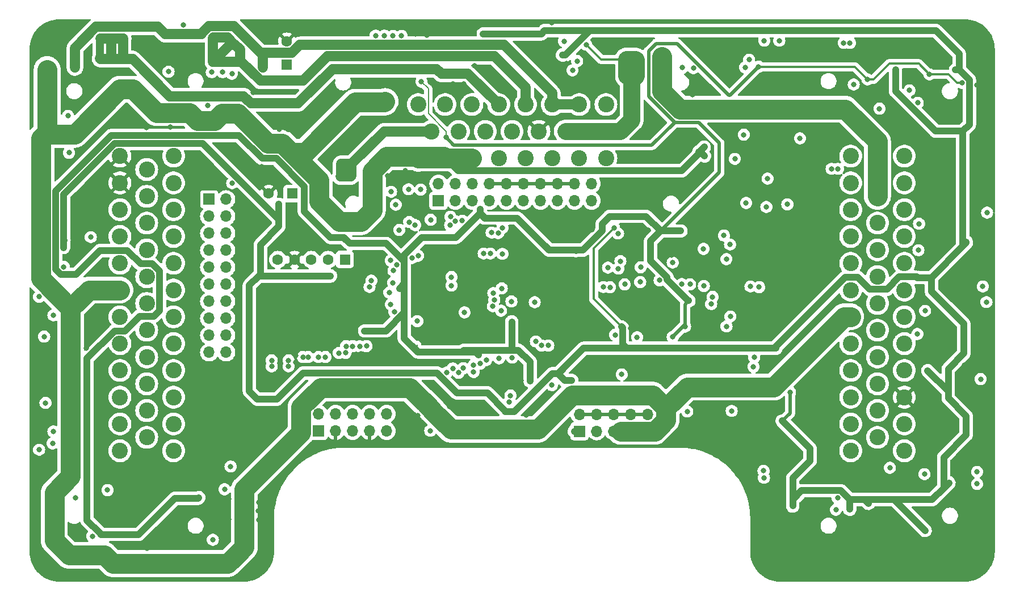
<source format=gbr>
%TF.GenerationSoftware,KiCad,Pcbnew,7.0.1*%
%TF.CreationDate,2024-06-21T03:41:50+03:00*%
%TF.ProjectId,ECUGDI,45435547-4449-42e6-9b69-6361645f7063,rev?*%
%TF.SameCoordinates,Original*%
%TF.FileFunction,Copper,L3,Inr*%
%TF.FilePolarity,Positive*%
%FSLAX46Y46*%
G04 Gerber Fmt 4.6, Leading zero omitted, Abs format (unit mm)*
G04 Created by KiCad (PCBNEW 7.0.1) date 2024-06-21 03:41:50*
%MOMM*%
%LPD*%
G01*
G04 APERTURE LIST*
%TA.AperFunction,ComponentPad*%
%ADD10R,1.700000X1.700000*%
%TD*%
%TA.AperFunction,ComponentPad*%
%ADD11O,1.700000X1.700000*%
%TD*%
%TA.AperFunction,ComponentPad*%
%ADD12R,1.600000X1.600000*%
%TD*%
%TA.AperFunction,ComponentPad*%
%ADD13C,1.600000*%
%TD*%
%TA.AperFunction,ComponentPad*%
%ADD14C,2.400000*%
%TD*%
%TA.AperFunction,ViaPad*%
%ADD15C,0.800000*%
%TD*%
%TA.AperFunction,Conductor*%
%ADD16C,3.000000*%
%TD*%
%TA.AperFunction,Conductor*%
%ADD17C,1.000000*%
%TD*%
%TA.AperFunction,Conductor*%
%ADD18C,0.800000*%
%TD*%
%TA.AperFunction,Conductor*%
%ADD19C,0.350000*%
%TD*%
%TA.AperFunction,Conductor*%
%ADD20C,0.500000*%
%TD*%
%TA.AperFunction,Conductor*%
%ADD21C,2.500000*%
%TD*%
%TA.AperFunction,Conductor*%
%ADD22C,0.200000*%
%TD*%
%TA.AperFunction,Conductor*%
%ADD23C,1.500000*%
%TD*%
%TA.AperFunction,Conductor*%
%ADD24C,1.200000*%
%TD*%
G04 APERTURE END LIST*
D10*
%TO.N,/OUT_INJ1_N*%
%TO.C,J13*%
X94310000Y-70450000D03*
D11*
X96850000Y-70450000D03*
%TO.N,/OUT_INJ1_P*%
X94310000Y-72990000D03*
X96850000Y-72990000D03*
%TO.N,/OUT_INJ2_N*%
X94310000Y-75530000D03*
X96850000Y-75530000D03*
%TO.N,/OUT_INJ2_P*%
X94310000Y-78070000D03*
X96850000Y-78070000D03*
%TO.N,/OUT_INJ3_N*%
X94310000Y-80610000D03*
X96850000Y-80610000D03*
%TO.N,/OUT_INJ3_P*%
X94310000Y-83150000D03*
X96850000Y-83150000D03*
%TO.N,/OUT_INJ4_N*%
X94310000Y-85690000D03*
X96850000Y-85690000D03*
%TO.N,/OUT_INJ4_P*%
X94310000Y-88230000D03*
X96850000Y-88230000D03*
%TO.N,/OUT_PUMP_N*%
X94310000Y-90770000D03*
X96850000Y-90770000D03*
%TO.N,/OUT_PUMP_P*%
X94310000Y-93310000D03*
X96850000Y-93310000D03*
%TD*%
D10*
%TO.N,/DRVEN*%
%TO.C,J8*%
X128510000Y-70650000D03*
D11*
%TO.N,/UART_RX*%
X128510000Y-68110000D03*
%TO.N,/RESETB*%
X131050000Y-70650000D03*
%TO.N,GND*%
X131050000Y-68110000D03*
%TO.N,/FLAG_0*%
X133590000Y-70650000D03*
%TO.N,/UART_TX*%
X133590000Y-68110000D03*
%TO.N,/FLAG_1*%
X136130000Y-70650000D03*
%TO.N,GND*%
X136130000Y-68110000D03*
%TO.N,/FLAG_2*%
X138670000Y-70650000D03*
%TO.N,GND*%
X138670000Y-68110000D03*
%TO.N,/AUX_SPI_CS1*%
X141210000Y-70650000D03*
%TO.N,GND*%
X141210000Y-68110000D03*
%TO.N,unconnected-(J8-Pin_13-Pad13)*%
X143750000Y-70650000D03*
%TO.N,GND*%
X143750000Y-68110000D03*
%TO.N,unconnected-(J8-Pin_15-Pad15)*%
X146290000Y-70650000D03*
%TO.N,GND*%
X146290000Y-68110000D03*
%TO.N,unconnected-(J8-Pin_17-Pad17)*%
X148830000Y-70650000D03*
%TO.N,GND*%
X148830000Y-68110000D03*
%TO.N,/OA_1*%
X151370000Y-70650000D03*
%TO.N,/OA_2*%
X151370000Y-68110000D03*
%TD*%
D12*
%TO.N,Net-(D24-A)*%
%TO.C,J12*%
X114550000Y-79450000D03*
D13*
%TO.N,/USB_D-*%
X112050000Y-79450000D03*
%TO.N,/USB_D+*%
X109550000Y-79450000D03*
%TO.N,GND*%
X107050000Y-79450000D03*
%TO.N,/USB_SHIELD*%
X104550000Y-79450000D03*
%TD*%
D10*
%TO.N,/ingect-1*%
%TO.C,J16*%
X110630000Y-105040000D03*
D11*
%TO.N,/ingect-2*%
X110630000Y-102500000D03*
%TO.N,GND*%
X113170000Y-105040000D03*
%TO.N,/ingect-3*%
X113170000Y-102500000D03*
%TO.N,/ingect-4*%
X115710000Y-105040000D03*
%TO.N,/out_pump1_H*%
X115710000Y-102500000D03*
%TO.N,GND*%
X118250000Y-105040000D03*
%TO.N,/out_pump2_H*%
X118250000Y-102500000D03*
%TO.N,/CAN+*%
X120790000Y-105040000D03*
%TO.N,/CAN-*%
X120790000Y-102500000D03*
%TD*%
D10*
%TO.N,+5V*%
%TO.C,J17*%
X149560000Y-105090000D03*
D11*
%TO.N,GND*%
X149560000Y-102550000D03*
%TO.N,+3.3V*%
X152100000Y-105090000D03*
%TO.N,GND*%
X152100000Y-102550000D03*
%TO.N,/12V_MR*%
X154640000Y-105090000D03*
%TO.N,GND*%
X154640000Y-102550000D03*
%TO.N,/12V_MR*%
X157180000Y-105090000D03*
%TO.N,GND*%
X157180000Y-102550000D03*
%TO.N,/12V_MR*%
X159720000Y-105090000D03*
%TO.N,GND*%
X159720000Y-102550000D03*
%TD*%
D14*
%TO.N,/12V_MR*%
%TO.C,J6*%
X125500000Y-64300000D03*
X129500000Y-64300000D03*
X133500000Y-64300000D03*
%TO.N,GND*%
X137500000Y-64300000D03*
X141500000Y-64300000D03*
%TO.N,/AT4*%
X145500000Y-64300000D03*
%TO.N,/AV2*%
X149500000Y-64300000D03*
%TO.N,/AV1*%
X153500000Y-64300000D03*
%TO.N,/12V_IGN*%
X127500000Y-60300000D03*
%TO.N,/HS2*%
X131500000Y-60300000D03*
%TO.N,/CAN+*%
X135500000Y-60300000D03*
%TO.N,/CAN-*%
X139500000Y-60300000D03*
%TO.N,GND*%
X143500000Y-60300000D03*
%TO.N,/12V_start*%
X147500000Y-60300000D03*
X151500000Y-60300000D03*
%TO.N,/HS3*%
X125500000Y-56300000D03*
%TO.N,/CAN2+*%
X129500000Y-56300000D03*
%TO.N,/CAN2-*%
X133500000Y-56300000D03*
%TO.N,/OUT_LS2*%
X137500000Y-56300000D03*
%TO.N,/OUT_LS1*%
X141500000Y-56300000D03*
%TO.N,/12V_N*%
X145500000Y-56300000D03*
X149500000Y-56300000D03*
%TO.N,/DIGITAL_5*%
X153500000Y-56300000D03*
%TD*%
D12*
%TO.N,/12V_MR*%
%TO.C,C55*%
X105900000Y-50350000D03*
D13*
%TO.N,GND*%
X105900000Y-46850000D03*
%TD*%
D14*
%TO.N,GND*%
%TO.C,J4*%
X81000000Y-64000000D03*
X81000000Y-68000000D03*
%TO.N,/HS1*%
X81000000Y-72000000D03*
%TO.N,/HS4*%
X81000000Y-76000000D03*
%TO.N,/IGN5*%
X81000000Y-80000000D03*
%TO.N,/12V_MR*%
X81000000Y-84000000D03*
%TO.N,/IGN7*%
X81000000Y-88000000D03*
%TO.N,/IGN8*%
X81000000Y-92000000D03*
%TO.N,/IGN1*%
X81000000Y-96000000D03*
%TO.N,/IGN2*%
X81000000Y-100000000D03*
%TO.N,/IGN3*%
X81000000Y-104000000D03*
%TO.N,/IGN4*%
X81000000Y-108000000D03*
%TO.N,/LS14*%
X85000000Y-66000000D03*
%TO.N,/LS15*%
X85000000Y-70000000D03*
%TO.N,/LS13*%
X85000000Y-74000000D03*
%TO.N,/LS16*%
X85000000Y-78000000D03*
%TO.N,/IGN6*%
X85000000Y-82000000D03*
%TO.N,/ingect-5*%
X85000000Y-86000000D03*
%TO.N,/ingect-6*%
X85000000Y-90000000D03*
%TO.N,/ingect-7*%
X85000000Y-94000000D03*
%TO.N,/ingect-8*%
X85000000Y-98000000D03*
%TO.N,/ETB1-*%
X85000000Y-102000000D03*
%TO.N,/ETB1+*%
X85000000Y-106000000D03*
%TO.N,/OUT_INJ1_N*%
X89000000Y-64000000D03*
%TO.N,/OUT_INJ1_P*%
X89000000Y-68000000D03*
%TO.N,/OUT_INJ2_N*%
X89000000Y-72000000D03*
%TO.N,/OUT_INJ2_P*%
X89000000Y-76000000D03*
%TO.N,/OUT_INJ3_N*%
X89000000Y-80000000D03*
%TO.N,/OUT_INJ3_P*%
X89000000Y-84000000D03*
%TO.N,/OUT_INJ4_N*%
X89000000Y-88000000D03*
%TO.N,/OUT_INJ4_P*%
X89000000Y-92000000D03*
%TO.N,/OUT_PUMP_N*%
X89000000Y-96000000D03*
%TO.N,/OUT_PUMP_P*%
X89000000Y-100000000D03*
%TO.N,/ETB2-*%
X89000000Y-104000000D03*
%TO.N,/ETB2+*%
X89000000Y-108000000D03*
%TD*%
D12*
%TO.N,Net-(U16-EN)*%
%TO.C,C105*%
X106700000Y-69600000D03*
D13*
%TO.N,GND*%
X103200000Y-69600000D03*
%TD*%
D14*
%TO.N,/DIGITAL_1*%
%TO.C,J5*%
X198000000Y-108000000D03*
%TO.N,/DIGITAL_2*%
X198000000Y-104000000D03*
%TO.N,GND*%
X198000000Y-100000000D03*
%TO.N,/AV10*%
X198000000Y-96000000D03*
%TO.N,/AV9*%
X198000000Y-92000000D03*
%TO.N,/AV8*%
X198000000Y-88000000D03*
%TO.N,/AV5*%
X198000000Y-84000000D03*
%TO.N,/LSU_Blak*%
X198000000Y-80000000D03*
%TO.N,/LSU_White*%
X198000000Y-76000000D03*
%TO.N,/AV3*%
X198000000Y-72000000D03*
%TO.N,/KNOCK_1*%
X198000000Y-68000000D03*
%TO.N,/KNOCK_2*%
X198000000Y-64000000D03*
%TO.N,/DIGITAL_4*%
X194000000Y-106000000D03*
%TO.N,/DIGITAL_3*%
X194000000Y-102000000D03*
%TO.N,/EGT+*%
X194000000Y-98000000D03*
%TO.N,/AV11*%
X194000000Y-94000000D03*
%TO.N,/AV7*%
X194000000Y-90000000D03*
%TO.N,/AV6*%
X194000000Y-86000000D03*
%TO.N,/LSU_Red*%
X194000000Y-82000000D03*
%TO.N,/LSU_Green*%
X194000000Y-78000000D03*
%TO.N,/AV4*%
X194000000Y-74000000D03*
%TO.N,/starter*%
X194000000Y-70000000D03*
X194000000Y-66000000D03*
%TO.N,/DIGITAL_6*%
X190000000Y-108000000D03*
%TO.N,/VR1-*%
X190000000Y-104000000D03*
%TO.N,/VR1+*%
X190000000Y-100000000D03*
%TO.N,/EGT-*%
X190000000Y-96000000D03*
%TO.N,/5V_SENSOR_1*%
X190000000Y-92000000D03*
%TO.N,/12V_MR*%
X190000000Y-88000000D03*
%TO.N,/5V_SENSOR_2*%
X190000000Y-84000000D03*
%TO.N,/LSU_Yellow*%
X190000000Y-80000000D03*
%TO.N,/LSU_Grey*%
X190000000Y-76000000D03*
%TO.N,/AT1*%
X190000000Y-72000000D03*
%TO.N,/AT2*%
X190000000Y-68000000D03*
%TO.N,/AT3*%
X190000000Y-64000000D03*
%TD*%
D15*
%TO.N,Net-(BT1-+)*%
X127300000Y-105000000D03*
%TO.N,GND*%
X122650000Y-56900000D03*
X203400000Y-48350000D03*
X101700000Y-118300000D03*
X76000000Y-92700000D03*
X122150000Y-66850000D03*
X144850000Y-75300000D03*
X140850000Y-97500000D03*
X92050000Y-121250000D03*
X104850000Y-94850000D03*
X199800000Y-93650000D03*
X83900000Y-115600000D03*
X187350000Y-99350000D03*
X207950000Y-97600000D03*
X130250000Y-90500000D03*
X95050000Y-115250000D03*
X193300000Y-49750000D03*
X168800000Y-50000000D03*
X200000000Y-80750000D03*
X141600000Y-102650000D03*
X71200000Y-96550000D03*
X159900000Y-58200000D03*
X160750000Y-90300000D03*
X125450000Y-102750000D03*
X102150000Y-65550000D03*
X118050000Y-58750000D03*
X201250000Y-103050000D03*
X102550000Y-98600000D03*
X185150000Y-71450000D03*
X146050000Y-75300000D03*
X206900000Y-110908815D03*
X200450000Y-99100000D03*
X126350000Y-86300000D03*
X83900000Y-116900000D03*
X95000000Y-118350000D03*
X134500000Y-87150000D03*
X137250000Y-53050000D03*
X83900000Y-118050000D03*
X133150000Y-101250000D03*
X196950000Y-118150000D03*
X145450000Y-44100000D03*
X88550000Y-59650000D03*
X166400000Y-54850000D03*
X139168727Y-80649500D03*
X155750000Y-85150000D03*
X132400000Y-83800000D03*
X202300000Y-49800000D03*
X69450000Y-105450000D03*
X173050000Y-89650000D03*
X123600000Y-67250000D03*
X95050000Y-116750000D03*
X72650000Y-52400000D03*
X210700199Y-90921491D03*
X84950000Y-59750000D03*
X175950000Y-85000000D03*
X195850000Y-56900000D03*
X93550000Y-100150000D03*
X168800000Y-49050000D03*
X182150000Y-69400000D03*
X171800000Y-82050000D03*
X187400000Y-100450000D03*
X183250000Y-98400000D03*
X182200000Y-71600000D03*
X183590329Y-62050000D03*
X179450000Y-114950000D03*
X85050000Y-122550000D03*
X125450000Y-104200000D03*
X168600000Y-91000000D03*
X130150000Y-101400000D03*
X171950000Y-62550000D03*
X193350000Y-48500000D03*
X101650000Y-117000000D03*
X166950000Y-53700000D03*
X117000000Y-93500000D03*
X79450000Y-59600000D03*
X163300000Y-78800000D03*
X203400000Y-62200000D03*
X105950000Y-58050000D03*
X179100000Y-66100000D03*
X69650000Y-48250000D03*
X157150000Y-89750000D03*
X97200000Y-118250000D03*
X206900000Y-109050000D03*
X73900000Y-120100000D03*
X74400000Y-76750000D03*
X130650000Y-53200000D03*
X172800000Y-95850000D03*
X81350000Y-115650000D03*
X68150000Y-112350000D03*
X159700000Y-46700000D03*
X81300000Y-117200000D03*
X75300000Y-52400000D03*
X206850000Y-81700000D03*
X132250000Y-53200000D03*
X185300000Y-117000000D03*
X120950000Y-66900000D03*
X70000000Y-88500000D03*
X74550000Y-57150000D03*
X115950000Y-68900000D03*
X123600000Y-66200000D03*
X133155785Y-79050500D03*
X200950000Y-116750000D03*
X142863025Y-87649500D03*
X146700000Y-83350000D03*
X186150000Y-109600000D03*
X107200000Y-93800000D03*
X101700000Y-115700000D03*
X208450000Y-83850000D03*
X159900000Y-59400000D03*
X166650000Y-79250000D03*
X114650000Y-68950000D03*
X159800000Y-75050000D03*
X90350000Y-48450000D03*
X152050000Y-90200000D03*
X136450000Y-102050000D03*
X84950000Y-121300000D03*
X192650000Y-109650000D03*
X100850000Y-54450000D03*
X113150000Y-90024500D03*
X179426943Y-60399500D03*
X210050000Y-102750000D03*
X84550000Y-48500000D03*
X181350000Y-117850000D03*
X71150000Y-95500000D03*
X202000000Y-65150000D03*
X146150000Y-80850000D03*
X114250000Y-90024500D03*
X182150000Y-102000000D03*
X159900000Y-60750000D03*
X147600000Y-50200000D03*
X71550000Y-48200000D03*
X158950000Y-47550000D03*
X112800000Y-83700000D03*
X102150000Y-66500000D03*
X202250000Y-48350000D03*
X92700000Y-122400000D03*
X127300000Y-52950000D03*
X86350000Y-48250000D03*
X104800000Y-58050000D03*
X166850000Y-52450000D03*
X95150000Y-100150000D03*
X78850000Y-116600000D03*
X208800000Y-53350000D03*
X102150000Y-67500000D03*
X78850000Y-118150000D03*
X203400000Y-49800000D03*
X104800000Y-60000000D03*
X136900000Y-90000000D03*
X133900000Y-50500000D03*
X182050000Y-75800000D03*
X126800000Y-45900000D03*
X117050000Y-58750000D03*
X200250000Y-75700000D03*
X194450000Y-48500000D03*
X97200000Y-115200000D03*
X172700000Y-66450000D03*
X92000000Y-48400000D03*
X125450000Y-94799502D03*
X106400000Y-88950000D03*
X209200000Y-68200000D03*
X128250000Y-84350000D03*
X128400000Y-91350000D03*
X124800000Y-67300000D03*
X125100000Y-45800000D03*
X105950000Y-59050000D03*
X202600000Y-56300000D03*
X104800000Y-59050000D03*
X209250000Y-70250000D03*
X106000000Y-60000000D03*
X170300000Y-95750000D03*
X151450000Y-75000000D03*
X104850000Y-96700000D03*
X113550000Y-68950000D03*
X97150000Y-116750000D03*
X194450000Y-49700000D03*
X107194107Y-94794107D03*
X93250000Y-121250000D03*
X210800000Y-98950000D03*
X207000000Y-95250000D03*
X189400000Y-119300000D03*
X75200000Y-120100000D03*
%TO.N,/12V_MR*%
X98900000Y-123050000D03*
X119150000Y-46000000D03*
X119250000Y-55800000D03*
X79950000Y-124850000D03*
X79950000Y-123950000D03*
X98350000Y-124100000D03*
X70150000Y-60400000D03*
X97200000Y-57150000D03*
X118000000Y-55800000D03*
X69950000Y-71100000D03*
X70150000Y-62950000D03*
X121735000Y-46050500D03*
X70900000Y-52650000D03*
X168150000Y-62650000D03*
X70150000Y-61650000D03*
X120550000Y-55850000D03*
X70900000Y-51200000D03*
X70050000Y-73650000D03*
X116650000Y-55800000D03*
X69900000Y-69850000D03*
X167350000Y-63350000D03*
X120450000Y-46000000D03*
X70000000Y-51300000D03*
X83050000Y-53550000D03*
X83050000Y-54800000D03*
X97200000Y-58050000D03*
X69950000Y-52550000D03*
X83850000Y-54150000D03*
X70150000Y-64200000D03*
X123005000Y-46050500D03*
X168200000Y-64000000D03*
X70000000Y-72350000D03*
%TO.N,/mcu/nRESET*%
X132400000Y-87350000D03*
%TO.N,+5V*%
X192650000Y-115850000D03*
X92150000Y-62100000D03*
X181350000Y-116250000D03*
X148400000Y-97550000D03*
X179800000Y-103550000D03*
X180950000Y-99250000D03*
X207225000Y-104475000D03*
X204650000Y-112800000D03*
X104700000Y-74500000D03*
X201500000Y-96050000D03*
X177600000Y-67350000D03*
X154700000Y-74700000D03*
X138500000Y-102150000D03*
X147000000Y-48900000D03*
X72600000Y-77650000D03*
X104700000Y-73450000D03*
X147700000Y-97550000D03*
X104700000Y-71200000D03*
X172714829Y-64412500D03*
X72652288Y-76616048D03*
X155800000Y-89500000D03*
X189850000Y-116750000D03*
X199950000Y-82150000D03*
X183425000Y-110025000D03*
X112400000Y-81900000D03*
X201100000Y-119900000D03*
X205640000Y-51090000D03*
X135200000Y-45749500D03*
X207250000Y-76850000D03*
X206873077Y-90326923D03*
X177425000Y-71600000D03*
X196677500Y-51040000D03*
X104700000Y-72200000D03*
%TO.N,/5V_SENSOR_1*%
X188100000Y-65900000D03*
X187150000Y-65900000D03*
X195850000Y-110550500D03*
%TO.N,/5V_SENSOR_2*%
X188950000Y-47100000D03*
X189900000Y-47100000D03*
%TO.N,/DIGITAL_5*%
X201003689Y-111488496D03*
%TO.N,/knock/FILTERED_1*%
X200000000Y-56050000D03*
X136624567Y-86416417D03*
%TO.N,/knock/FILTERED_2*%
X194300000Y-56910000D03*
X137850500Y-87099500D03*
%TO.N,/CAN-*%
X154850000Y-90687500D03*
%TO.N,/CAN+*%
X158150000Y-91050000D03*
%TO.N,/mcu/SWDIO*%
X122656085Y-75023286D03*
X121950500Y-87261257D03*
X130450000Y-82060000D03*
%TO.N,/mcu/SWCLK*%
X130450000Y-83330000D03*
%TO.N,/mcu/SD_CS*%
X121736747Y-82897919D03*
X174249500Y-50750000D03*
%TO.N,/mcu/SD_MOSI*%
X121805709Y-81098919D03*
X174850000Y-49600000D03*
%TO.N,/mcu/SD_SCK*%
X121400000Y-79587000D03*
X177100000Y-46750000D03*
%TO.N,/mcu/SD_MISO*%
X122300000Y-80200000D03*
X179350000Y-46750000D03*
%TO.N,/mcu/BOOT0*%
X125350000Y-88650000D03*
%TO.N,/mcu/AV5*%
X139021075Y-100722933D03*
X209375500Y-97293743D03*
%TO.N,/mcu/AV6*%
X139250000Y-99750000D03*
X210250000Y-85800000D03*
%TO.N,/mcu/AV7*%
X201100000Y-87100000D03*
X137550000Y-94200000D03*
%TO.N,/mcu/AV8*%
X199950000Y-90550000D03*
X139499500Y-94087500D03*
%TO.N,/mcu/AV1*%
X133750000Y-96250000D03*
X209711771Y-83466350D03*
%TO.N,/mcu/AV2*%
X210350000Y-72450000D03*
X133750000Y-95200000D03*
%TO.N,/mcu/AV3*%
X134728763Y-94997444D03*
X200200000Y-74100000D03*
%TO.N,/mcu/AV4*%
X135639410Y-94461608D03*
X200100000Y-78050000D03*
%TO.N,/mcu/AV9*%
X208850000Y-112949500D03*
X208850000Y-111150500D03*
%TO.N,/mcu/AT1*%
X144900000Y-92287500D03*
X174399500Y-71000500D03*
%TO.N,/mcu/AT2*%
X143900497Y-92287500D03*
X180550000Y-71200000D03*
%TO.N,/mcu/AT3*%
X143049500Y-91688000D03*
X182433672Y-61338211D03*
%TO.N,/mcu/AT4*%
X137950000Y-83746715D03*
X174050000Y-60800000D03*
%TO.N,/mcu/5V_SENSOR_1_PG*%
X136837893Y-85439945D03*
X198772500Y-54172500D03*
%TO.N,/mcu/5V_SENSOR_2_PG*%
X136700000Y-84450000D03*
X190452500Y-53302500D03*
%TO.N,/LSU_Yellow*%
X155349500Y-80800000D03*
X169188621Y-86099379D03*
%TO.N,/mcu/VR_1*%
X172250000Y-102050000D03*
X165624006Y-102125994D03*
%TO.N,/etb-2/DIS*%
X96600000Y-113750000D03*
X138049500Y-78600000D03*
%TO.N,/etb-1/DIS*%
X136430869Y-75424420D03*
X79150000Y-113875498D03*
%TO.N,/lowside_quad4/IN4*%
X113649500Y-93400000D03*
X94086404Y-56399500D03*
%TO.N,/lowside_quad4/IN3*%
X94700000Y-51469500D03*
X114648931Y-93388175D03*
%TO.N,/lowside_quad4/IN2*%
X114724245Y-92391514D03*
X96300000Y-51469500D03*
%TO.N,/lowside_quad4/IN1*%
X97700000Y-51700000D03*
X115723744Y-92388981D03*
%TO.N,/highside_quad/IN1*%
X121447785Y-69325478D03*
X125850000Y-69000000D03*
%TO.N,Net-(RN13-R4.2)*%
X73400000Y-63500000D03*
X124050000Y-68950000D03*
%TO.N,Net-(RN13-R1.2)*%
X76650000Y-76100000D03*
X122147785Y-71245122D03*
%TO.N,/ign2/IN4*%
X132050500Y-73650000D03*
X69700000Y-90950000D03*
%TO.N,/ign2/IN3*%
X131052663Y-73707650D03*
X71075000Y-87775000D03*
%TO.N,/ign2/IN2*%
X130256456Y-74313378D03*
X68950000Y-85010500D03*
%TO.N,/ign2/IN1*%
X72608158Y-80538062D03*
X127354428Y-73500500D03*
%TO.N,/ign1/IN4*%
X70950500Y-106900000D03*
X125039183Y-74295820D03*
%TO.N,/ign1/IN3*%
X71075000Y-105125000D03*
X124144622Y-73844622D03*
%TO.N,/ign1/IN2*%
X69900000Y-100850000D03*
X118511622Y-82584485D03*
%TO.N,/ign1/IN1*%
X118229111Y-83543231D03*
X68950000Y-107850000D03*
%TO.N,/mcu/DIGITAL2*%
X177067718Y-112046206D03*
X187800000Y-116800000D03*
%TO.N,/mcu/DIGITAL3*%
X188055439Y-115060911D03*
X177005378Y-110994622D03*
%TO.N,/etb-2/DIR*%
X94850000Y-121300000D03*
X137428709Y-75482047D03*
%TO.N,/etb-1/DIR*%
X136250000Y-78550000D03*
X76900000Y-120750000D03*
%TO.N,/etb-1/PWM*%
X74400000Y-115050000D03*
X135250000Y-78550000D03*
%TO.N,/etb-2/PWM*%
X138050500Y-74699500D03*
X97500000Y-110349500D03*
%TO.N,/mcu/DIGITAL1*%
X142867804Y-85826012D03*
X139400000Y-85700000D03*
%TO.N,/mcu/CAN_RX*%
X147250000Y-46850000D03*
X124543253Y-79220216D03*
%TO.N,/mcu/CAN_TX*%
X148500000Y-51200000D03*
X125484792Y-78884792D03*
%TO.N,/ingect-5*%
X110600000Y-94000000D03*
X111650000Y-94000000D03*
%TO.N,/ingect-6*%
X108300500Y-94000000D03*
X109050000Y-94000000D03*
%TO.N,/ingect-7*%
X106150000Y-95400000D03*
X106150000Y-94500000D03*
%TO.N,/ingect-8*%
X103650000Y-94500000D03*
X103650000Y-95400000D03*
%TO.N,/AUX_SPI_CS*%
X155850000Y-96600000D03*
X129750000Y-96300000D03*
%TO.N,/AUX_SPI_MISO*%
X131500000Y-96350000D03*
X175500000Y-95450000D03*
%TO.N,/AUX_SPI_MOSI*%
X132232429Y-95669887D03*
%TO.N,/AUX_SPI_SCK*%
X130650000Y-95700000D03*
X175600000Y-94050500D03*
%TO.N,VDDA*%
X155300000Y-75550000D03*
X171475000Y-89425000D03*
%TO.N,/WDO/LED_GREEN*%
X161500000Y-82550000D03*
X164900000Y-50800000D03*
%TO.N,/WDO/LED_BLUE*%
X166550000Y-50850000D03*
X158600000Y-82800500D03*
%TO.N,/12V_start*%
X150550000Y-47350000D03*
X156550000Y-49550000D03*
X158000000Y-50750000D03*
X158000000Y-52050000D03*
X156600000Y-50750000D03*
X156600000Y-52050000D03*
X157900000Y-49550000D03*
%TO.N,/WDO/Ip_dac*%
X158675500Y-80600000D03*
X163451628Y-79901628D03*
%TO.N,Net-(U35A-+)*%
X172000000Y-77200000D03*
X168100000Y-83400000D03*
%TO.N,/WDO/heater_pwm*%
X156288743Y-83149500D03*
X172050000Y-87950000D03*
%TO.N,Net-(U35B--)*%
X166050500Y-83150000D03*
X169398678Y-85017557D03*
%TO.N,/WDO/Un_sense*%
X155650038Y-79683104D03*
X164800000Y-83100000D03*
%TO.N,/starter*%
X161800000Y-51300000D03*
X161800000Y-49150000D03*
X161850000Y-52400000D03*
X161850000Y-50250000D03*
%TO.N,/out_pump_L2*%
X116750976Y-92400976D03*
X88250000Y-51400000D03*
%TO.N,/out_pump_L1*%
X117775062Y-92374000D03*
X90500000Y-44450500D03*
%TO.N,+3.3V*%
X145000000Y-78000000D03*
X164668128Y-75182372D03*
X129650000Y-61200000D03*
X122700000Y-83750000D03*
X146700000Y-78050000D03*
X134500000Y-93700000D03*
X125965226Y-52884774D03*
X79250000Y-120500000D03*
X176250000Y-50650000D03*
X134700000Y-71950000D03*
X139450000Y-88747183D03*
X165300000Y-89449500D03*
X149050000Y-78100000D03*
X73250000Y-58000000D03*
X117500000Y-90100000D03*
X163450000Y-91000000D03*
X112400000Y-76150000D03*
X97750000Y-68050000D03*
X160150000Y-76700000D03*
X192500000Y-52550000D03*
X165850000Y-85600000D03*
X128200000Y-93250000D03*
X73407969Y-67207969D03*
X114375000Y-76125000D03*
X201750000Y-51800000D03*
X92750000Y-115000000D03*
X125400000Y-93200000D03*
X142200000Y-97600000D03*
X206600000Y-53050000D03*
%TO.N,/OUT_LS1*%
X98900000Y-49800000D03*
X96900000Y-49900000D03*
X98650000Y-47800000D03*
X94900000Y-49950000D03*
X94950000Y-46300000D03*
X97050000Y-46300000D03*
%TO.N,/OUT_LS2*%
X78050000Y-49450000D03*
X79650000Y-49550000D03*
X78125000Y-46425000D03*
X79750000Y-46450000D03*
X81475000Y-46425000D03*
X81475000Y-46425000D03*
X79700000Y-48000000D03*
X81450000Y-49500000D03*
%TO.N,/UART_RX*%
X121174500Y-84363743D03*
%TO.N,/UART_TX*%
X121402465Y-86147535D03*
%TO.N,/12V_N*%
X74300000Y-50750000D03*
X74300000Y-49850000D03*
X102300000Y-49850000D03*
X74300000Y-48950000D03*
X102350000Y-50750000D03*
X102300000Y-48900000D03*
%TO.N,/12V_IGN*%
X115450000Y-67000000D03*
X145450000Y-98200000D03*
X115550000Y-65150000D03*
X113900000Y-67050000D03*
X114000000Y-65150000D03*
%TO.N,/OUT_Start*%
X130300000Y-73050000D03*
X149200000Y-49800000D03*
%TO.N,/LSU_Green*%
X171100000Y-75850000D03*
X171460500Y-79380872D03*
X175054720Y-83466239D03*
%TO.N,/LSU_Red*%
X176350500Y-83560644D03*
X168050000Y-77850000D03*
%TO.N,/WDO/nRESET_1*%
X153800000Y-80650000D03*
%TO.N,/WDO/SWCLK_1*%
X154098759Y-83588002D03*
%TO.N,/WDO/SWDIO_1*%
X153100000Y-83549500D03*
%TD*%
D16*
%TO.N,/12V_MR*%
X97100000Y-124850000D02*
X99550000Y-122400000D01*
X106525000Y-63425000D02*
X105200000Y-62100000D01*
X110700000Y-67600000D02*
X106525000Y-63425000D01*
X76390651Y-84000000D02*
X81000000Y-84000000D01*
X126250000Y-100650000D02*
X126319849Y-100650000D01*
X78700000Y-123600000D02*
X79950000Y-124850000D01*
D17*
X129500000Y-64300000D02*
X131400000Y-66200000D01*
X131400000Y-66200000D02*
X164800000Y-66200000D01*
D16*
X189000000Y-88000000D02*
X190000000Y-88000000D01*
X129500000Y-64300000D02*
X129300000Y-64100000D01*
X73650000Y-86740651D02*
X76390651Y-84000000D01*
X116918377Y-73800000D02*
X113750000Y-73800000D01*
X95150000Y-58700000D02*
X92550000Y-58700000D01*
X81000000Y-54000000D02*
X74250000Y-60750000D01*
X70150000Y-60400000D02*
X69200000Y-61350000D01*
X129500000Y-64300000D02*
X125500000Y-64300000D01*
X82950000Y-54000000D02*
X81000000Y-54000000D01*
X71200000Y-121400000D02*
X73400000Y-123600000D01*
X118650000Y-66230151D02*
X118650000Y-72068377D01*
X118650000Y-72068377D02*
X116918377Y-73800000D01*
X108000000Y-101523755D02*
X110923755Y-98600000D01*
X69200000Y-61350000D02*
X69200000Y-82290651D01*
D17*
X167350000Y-63650000D02*
X167350000Y-63350000D01*
D16*
X165623755Y-98500000D02*
X178500000Y-98500000D01*
X74250000Y-60750000D02*
X70500000Y-60750000D01*
X162450000Y-103426245D02*
X160776245Y-105100000D01*
X120450000Y-55950000D02*
X120550000Y-55850000D01*
X110700000Y-70750000D02*
X110700000Y-67600000D01*
X129300000Y-64100000D02*
X127700000Y-64100000D01*
X162450000Y-101673755D02*
X165623755Y-98500000D01*
X162450000Y-101673755D02*
X162450000Y-103426245D01*
X127550000Y-101950000D02*
X130400000Y-104800000D01*
X108000000Y-105300000D02*
X108000000Y-101523755D01*
X96200000Y-57650000D02*
X95150000Y-58700000D01*
X178500000Y-98500000D02*
X189000000Y-88000000D01*
D17*
X164800000Y-66200000D02*
X167350000Y-63650000D01*
D16*
X160476245Y-99700000D02*
X162450000Y-101673755D01*
X103055635Y-62100000D02*
X98605635Y-57650000D01*
X127900000Y-64300000D02*
X133500000Y-64300000D01*
X110923755Y-98600000D02*
X124200000Y-98600000D01*
X99550000Y-122400000D02*
X99550000Y-113750000D01*
X97100000Y-124850000D02*
X98900000Y-123050000D01*
X127550000Y-101880151D02*
X127550000Y-101950000D01*
D18*
X98900000Y-123050000D02*
X98900000Y-120850000D01*
D16*
X143350000Y-104800000D02*
X148450000Y-99700000D01*
X127700000Y-64100000D02*
X127900000Y-64300000D01*
X99550000Y-113750000D02*
X108000000Y-105300000D01*
D17*
X167550000Y-63350000D02*
X168200000Y-64000000D01*
D16*
X70150000Y-51100000D02*
X70150000Y-60400000D01*
X71200000Y-114250000D02*
X71200000Y-121400000D01*
X120780151Y-64100000D02*
X118650000Y-66230151D01*
X130400000Y-104800000D02*
X143350000Y-104800000D01*
X106525000Y-63425000D02*
X108625000Y-63425000D01*
X73650000Y-111800000D02*
X71200000Y-114250000D01*
X91350000Y-57500000D02*
X86450000Y-57500000D01*
D17*
X167350000Y-63350000D02*
X167450000Y-63350000D01*
D16*
X86450000Y-57500000D02*
X82950000Y-54000000D01*
X73400000Y-123600000D02*
X78700000Y-123600000D01*
X124200000Y-98600000D02*
X126250000Y-100650000D01*
X113750000Y-73800000D02*
X110700000Y-70750000D01*
D17*
X167350000Y-63350000D02*
X167550000Y-63350000D01*
D16*
X105200000Y-62100000D02*
X103055635Y-62100000D01*
D18*
X125500000Y-64300000D02*
X125500000Y-65450000D01*
D16*
X116100000Y-55950000D02*
X120450000Y-55950000D01*
D17*
X167450000Y-63350000D02*
X168150000Y-62650000D01*
D16*
X69200000Y-82290651D02*
X73650000Y-86740651D01*
X98605635Y-57650000D02*
X96200000Y-57650000D01*
X126319849Y-100650000D02*
X127550000Y-101880151D01*
X73650000Y-86740651D02*
X73650000Y-111800000D01*
X79950000Y-124850000D02*
X97100000Y-124850000D01*
X148450000Y-99700000D02*
X160476245Y-99700000D01*
X127700000Y-64100000D02*
X120780151Y-64100000D01*
X70500000Y-60750000D02*
X70150000Y-60400000D01*
X108625000Y-63425000D02*
X116100000Y-55950000D01*
X92550000Y-58700000D02*
X91350000Y-57500000D01*
X160776245Y-105100000D02*
X155696245Y-105100000D01*
D17*
%TO.N,+5V*%
X203875000Y-113575000D02*
X204650000Y-112800000D01*
X108300000Y-96400000D02*
X128294365Y-96400000D01*
X139850000Y-102150000D02*
X145500000Y-96500000D01*
X197262994Y-82050000D02*
X199850000Y-82050000D01*
X202700000Y-45250000D02*
X151094365Y-45250000D01*
D19*
X151650000Y-77750000D02*
X154700000Y-74700000D01*
D17*
X80212994Y-62100000D02*
X72600000Y-69712994D01*
X138500000Y-102050000D02*
X138500000Y-102150000D01*
X92150000Y-62100000D02*
X93355635Y-62100000D01*
X192099837Y-115299837D02*
X192650000Y-115850000D01*
X146350000Y-96500000D02*
X150150000Y-92700000D01*
X204550000Y-95800000D02*
X206873077Y-93476923D01*
X203875000Y-113575000D02*
X203875000Y-108975000D01*
X183950000Y-107700000D02*
X179800000Y-103550000D01*
X206195635Y-51090000D02*
X206195635Y-48745635D01*
X181350000Y-115300000D02*
X181350000Y-116250000D01*
X192850000Y-83900000D02*
X195412994Y-83900000D01*
X72600000Y-69712994D02*
X72600000Y-76550000D01*
X104700000Y-73450000D02*
X104700000Y-74500000D01*
X72600000Y-76550000D02*
X72600000Y-77650000D01*
X181350000Y-115300000D02*
X181350000Y-112100000D01*
X204550000Y-99100000D02*
X201500000Y-96050000D01*
X181350000Y-112100000D02*
X183950000Y-109500000D01*
X202050000Y-84250000D02*
X202050000Y-82150000D01*
X202050000Y-82150000D02*
X206725000Y-77475000D01*
X178850000Y-92462994D02*
X189212994Y-82100000D01*
X110500000Y-81900000D02*
X112400000Y-81900000D01*
X183950000Y-109500000D02*
X183950000Y-107700000D01*
X202150163Y-115299837D02*
X203875000Y-113575000D01*
X182689089Y-113960911D02*
X188511074Y-113960911D01*
X145500000Y-96500000D02*
X146350000Y-96500000D01*
X144349000Y-45250000D02*
X143849500Y-45749500D01*
X207700000Y-59302818D02*
X207700000Y-52594365D01*
X101950000Y-81650000D02*
X101700000Y-81900000D01*
X151094365Y-45250000D02*
X147444365Y-48900000D01*
D20*
X180950000Y-102400000D02*
X179800000Y-103550000D01*
D17*
X147444365Y-48900000D02*
X147000000Y-48900000D01*
X206873077Y-89073077D02*
X202050000Y-84250000D01*
X189850000Y-115299837D02*
X189850000Y-116750000D01*
X101700000Y-81900000D02*
X100300000Y-83300000D01*
X100300000Y-99100000D02*
X101500000Y-100300000D01*
X192099837Y-115299837D02*
X196499837Y-115299837D01*
X100300000Y-83300000D02*
X100300000Y-99100000D01*
X178850000Y-92700000D02*
X178850000Y-92462994D01*
X202050000Y-82150000D02*
X199950000Y-82150000D01*
X138500000Y-102150000D02*
X139850000Y-102150000D01*
X196499837Y-115299837D02*
X202150163Y-115299837D01*
X128294365Y-96400000D02*
X131244365Y-99350000D01*
X147350000Y-97500000D02*
X148400000Y-97500000D01*
X104700000Y-71200000D02*
X104700000Y-74500000D01*
X92150000Y-62100000D02*
X80212994Y-62100000D01*
X195412994Y-83900000D02*
X197262994Y-82050000D01*
D20*
X180950000Y-99250000D02*
X180950000Y-102400000D01*
D17*
X188511074Y-113960911D02*
X189850000Y-115299837D01*
X207700000Y-52594365D02*
X206195635Y-51090000D01*
X156550000Y-92700000D02*
X155950000Y-92100000D01*
X72600000Y-76550000D02*
X72600000Y-76563760D01*
X151094365Y-45250000D02*
X144349000Y-45250000D01*
X148790000Y-105090000D02*
X149560000Y-105090000D01*
X206873077Y-91650000D02*
X206873077Y-90326923D01*
X104700000Y-73444365D02*
X104700000Y-74500000D01*
X206725000Y-60277818D02*
X202672182Y-60277818D01*
D19*
X155800000Y-89500000D02*
X151650000Y-85350000D01*
D17*
X72600000Y-76563760D02*
X72652288Y-76616048D01*
X131244365Y-99350000D02*
X135800000Y-99350000D01*
X207250000Y-76950000D02*
X207250000Y-76850000D01*
X203875000Y-108975000D02*
X207225000Y-105625000D01*
X143849500Y-45749500D02*
X135200000Y-45749500D01*
X147075000Y-95775000D02*
X146350000Y-96500000D01*
X199850000Y-82050000D02*
X199950000Y-82150000D01*
X202672182Y-60277818D02*
X196677500Y-54283135D01*
X146350000Y-96500000D02*
X147350000Y-97500000D01*
X155950000Y-92100000D02*
X155950000Y-89650000D01*
X204550000Y-100150000D02*
X204550000Y-99100000D01*
X206873077Y-91650000D02*
X206873077Y-89073077D01*
X206195635Y-51090000D02*
X205640000Y-51090000D01*
X206725000Y-64330635D02*
X206725000Y-60277818D01*
X206725000Y-60277818D02*
X207700000Y-59302818D01*
X207225000Y-102825000D02*
X204550000Y-100150000D01*
X191050000Y-82100000D02*
X192850000Y-83900000D01*
X207225000Y-102825000D02*
X207225000Y-104475000D01*
X189850000Y-115299837D02*
X192099837Y-115299837D01*
X101500000Y-100300000D02*
X104400000Y-100300000D01*
X101950000Y-77250000D02*
X101950000Y-81650000D01*
X189212994Y-82100000D02*
X191050000Y-82100000D01*
X135800000Y-99350000D02*
X138500000Y-102050000D01*
X207225000Y-105625000D02*
X207225000Y-102825000D01*
X204550000Y-99100000D02*
X204550000Y-95800000D01*
X155950000Y-89650000D02*
X155800000Y-89500000D01*
D19*
X151650000Y-85350000D02*
X151650000Y-77750000D01*
D17*
X104400000Y-100300000D02*
X108300000Y-96400000D01*
X156550000Y-92700000D02*
X178850000Y-92700000D01*
X206725000Y-77475000D02*
X207250000Y-76950000D01*
X110500000Y-81900000D02*
X101700000Y-81900000D01*
X104700000Y-74500000D02*
X101950000Y-77250000D01*
X206873077Y-93476923D02*
X206873077Y-91650000D01*
X181350000Y-115300000D02*
X182689089Y-113960911D01*
X206725000Y-77475000D02*
X206725000Y-64330635D01*
X150150000Y-92700000D02*
X156550000Y-92700000D01*
X196677500Y-54283135D02*
X196677500Y-51075000D01*
X93355635Y-62100000D02*
X104700000Y-73444365D01*
X206195635Y-48745635D02*
X202700000Y-45250000D01*
X196499837Y-115299837D02*
X201100000Y-119900000D01*
D21*
%TO.N,/12V_start*%
X157350000Y-58600000D02*
X157350000Y-52700000D01*
X156550000Y-49550000D02*
X157900000Y-49550000D01*
D19*
X152750000Y-49550000D02*
X156550000Y-49550000D01*
D21*
X155650000Y-60300000D02*
X157350000Y-58600000D01*
X158000000Y-52050000D02*
X158000000Y-49650000D01*
X158000000Y-52050000D02*
X156600000Y-52050000D01*
X156600000Y-52050000D02*
X156600000Y-49600000D01*
X156600000Y-49600000D02*
X156550000Y-49550000D01*
X158000000Y-49650000D02*
X157900000Y-49550000D01*
X147500000Y-60300000D02*
X151500000Y-60300000D01*
X151500000Y-60300000D02*
X155650000Y-60300000D01*
X157350000Y-52700000D02*
X158000000Y-52050000D01*
X157900000Y-49550000D02*
X157200000Y-49750000D01*
D19*
X150550000Y-47350000D02*
X152750000Y-49550000D01*
D21*
%TO.N,/starter*%
X161800000Y-49150000D02*
X161850000Y-49650000D01*
D16*
X161850000Y-53850000D02*
X161850000Y-54300000D01*
X161850000Y-49200000D02*
X161800000Y-49150000D01*
X164550000Y-57000000D02*
X189200000Y-57000000D01*
D21*
X161800000Y-51300000D02*
X161850000Y-51250000D01*
X161850000Y-50250000D02*
X161800000Y-49150000D01*
D16*
X161850000Y-54300000D02*
X164550000Y-57000000D01*
X194000000Y-66000000D02*
X194000000Y-70000000D01*
X161850000Y-53850000D02*
X161850000Y-52400000D01*
X194000000Y-61800000D02*
X194000000Y-66000000D01*
D21*
X161850000Y-51250000D02*
X161850000Y-50250000D01*
D16*
X161850000Y-53850000D02*
X161850000Y-49200000D01*
X189200000Y-57000000D02*
X194000000Y-61800000D01*
D22*
%TO.N,+3.3V*%
X125965226Y-52884774D02*
X127000000Y-53919548D01*
D17*
X150050000Y-78050000D02*
X152950000Y-75150000D01*
X123400000Y-91200000D02*
X125400000Y-93200000D01*
X112400000Y-76150000D02*
X108500000Y-72250000D01*
X83800000Y-120500000D02*
X79250000Y-120500000D01*
D20*
X165300000Y-89449500D02*
X165300000Y-88300000D01*
D17*
X114375000Y-76125000D02*
X115300000Y-77050000D01*
X115300000Y-77050000D02*
X120705635Y-77050000D01*
X80200000Y-90100000D02*
X76100000Y-94200000D01*
X76100000Y-94200000D02*
X76100000Y-118394365D01*
X123400000Y-87367392D02*
X123400000Y-91200000D01*
X132312500Y-92987500D02*
X139450000Y-92987500D01*
D20*
X130800000Y-62350000D02*
X129650000Y-61200000D01*
D17*
X78000000Y-78100000D02*
X82100000Y-78100000D01*
D20*
X165300000Y-89150000D02*
X165300000Y-88300000D01*
D19*
X190600000Y-50650000D02*
X192500000Y-52550000D01*
D17*
X152950000Y-75150000D02*
X152950000Y-74100000D01*
D22*
X127000000Y-57650000D02*
X129650000Y-60300000D01*
D20*
X160342284Y-62350000D02*
X130800000Y-62350000D01*
D17*
X132050000Y-93250000D02*
X132312500Y-92987500D01*
X108500000Y-72250000D02*
X108500000Y-68511270D01*
X98744365Y-60900000D02*
X79715938Y-60900000D01*
D22*
X129650000Y-60300000D02*
X129650000Y-61200000D01*
X72565938Y-68050000D02*
X71950000Y-68050000D01*
D17*
X123400000Y-87367392D02*
X120667392Y-90100000D01*
D22*
X134700000Y-71950000D02*
X135800000Y-73050000D01*
X125350000Y-93150000D02*
X125350000Y-92150000D01*
D19*
X201750000Y-51800000D02*
X204600000Y-51800000D01*
D17*
X148200000Y-78050000D02*
X149000000Y-78050000D01*
D19*
X204600000Y-51800000D02*
X205850000Y-53050000D01*
D17*
X123400000Y-79744365D02*
X123400000Y-78807834D01*
X139450000Y-92987500D02*
X139450000Y-88747183D01*
X132050000Y-93250000D02*
X134050000Y-93250000D01*
X159485256Y-73000000D02*
X161667628Y-75182372D01*
D20*
X171952082Y-54947918D02*
X171850000Y-54947918D01*
D17*
X108500000Y-68511270D02*
X104338730Y-64350000D01*
D20*
X171850000Y-54947918D02*
X164102083Y-47200001D01*
D17*
X71400000Y-69215938D02*
X71400000Y-80885539D01*
D19*
X192500000Y-52550000D02*
X193400000Y-52550000D01*
D17*
X72152523Y-81638062D02*
X74461938Y-81638062D01*
D20*
X170400000Y-66450000D02*
X161667628Y-75182372D01*
X165300000Y-88300000D02*
X165300000Y-86150000D01*
D17*
X152950000Y-74100000D02*
X154050000Y-73000000D01*
X126700000Y-93250000D02*
X132050000Y-93250000D01*
D20*
X160992283Y-47200001D02*
X159850001Y-48342283D01*
D17*
X143575000Y-76575000D02*
X145050000Y-78050000D01*
X162600000Y-82455635D02*
X165744365Y-85600000D01*
X143575000Y-76575000D02*
X145000000Y-78000000D01*
X140437500Y-92987500D02*
X142200000Y-94750000D01*
D22*
X146700000Y-78050000D02*
X146950000Y-78050000D01*
X125400000Y-93200000D02*
X125350000Y-93150000D01*
D17*
X160150000Y-76700000D02*
X161667628Y-75182372D01*
X162600000Y-82094365D02*
X162600000Y-82455635D01*
X120705635Y-77050000D02*
X123400000Y-79744365D01*
X123400000Y-83050000D02*
X122700000Y-83750000D01*
X148200000Y-78050000D02*
X150050000Y-78050000D01*
D22*
X73407969Y-67207969D02*
X72565938Y-68050000D01*
D17*
X154050000Y-73000000D02*
X159485256Y-73000000D01*
X146050000Y-78050000D02*
X148200000Y-78050000D01*
X145050000Y-78050000D02*
X146050000Y-78050000D01*
X79715938Y-60900000D02*
X71400000Y-69215938D01*
X115300000Y-77050000D02*
X114400000Y-76150000D01*
X135393865Y-73250000D02*
X140250000Y-73250000D01*
D20*
X176250000Y-50650000D02*
X171952082Y-54947918D01*
D17*
X102194365Y-64350000D02*
X98744365Y-60900000D01*
X134050000Y-93250000D02*
X134500000Y-93700000D01*
X78000000Y-120294365D02*
X78000000Y-120300000D01*
D20*
X163742284Y-58950000D02*
X167300000Y-58950000D01*
X165300000Y-86150000D02*
X165850000Y-85600000D01*
D17*
X160150000Y-76700000D02*
X160150000Y-79644365D01*
X126700000Y-93250000D02*
X128200000Y-93250000D01*
D20*
X163450000Y-91000000D02*
X165300000Y-89150000D01*
D17*
X123400000Y-78807834D02*
X126057834Y-76150000D01*
X126057834Y-76150000D02*
X131106135Y-76150000D01*
D20*
X164102083Y-47200001D02*
X160992283Y-47200001D01*
D19*
X176250000Y-50650000D02*
X190600000Y-50650000D01*
D17*
X78000000Y-120300000D02*
X78200000Y-120500000D01*
D20*
X159850001Y-48342283D02*
X159850001Y-55057717D01*
D17*
X123400000Y-91200000D02*
X125450000Y-93250000D01*
D19*
X195750000Y-50200000D02*
X200150000Y-50200000D01*
D17*
X84100000Y-80100000D02*
X85800000Y-80100000D01*
X134700000Y-72556135D02*
X135393865Y-73250000D01*
X139450000Y-92987500D02*
X140437500Y-92987500D01*
D20*
X170400000Y-62050000D02*
X170400000Y-66450000D01*
X159850001Y-55057717D02*
X163742284Y-58950000D01*
D19*
X205850000Y-53050000D02*
X206600000Y-53050000D01*
D17*
X140250000Y-73250000D02*
X143575000Y-76575000D01*
X149000000Y-78050000D02*
X149050000Y-78100000D01*
X86050000Y-87900000D02*
X83900000Y-87900000D01*
X89200000Y-115100000D02*
X83800000Y-120500000D01*
X142200000Y-94750000D02*
X142200000Y-97600000D01*
X161667628Y-75182372D02*
X164668128Y-75182372D01*
X165744365Y-85600000D02*
X165850000Y-85600000D01*
D19*
X200150000Y-50200000D02*
X201750000Y-51800000D01*
D17*
X146050000Y-78050000D02*
X146700000Y-78050000D01*
X74461938Y-81638062D02*
X78000000Y-78100000D01*
X104338730Y-64350000D02*
X102194365Y-64350000D01*
X78200000Y-120500000D02*
X79250000Y-120500000D01*
X134700000Y-71950000D02*
X134700000Y-72556135D01*
D20*
X167300000Y-58950000D02*
X170400000Y-62050000D01*
D22*
X127000000Y-53919548D02*
X127000000Y-57650000D01*
D17*
X81700000Y-90100000D02*
X80200000Y-90100000D01*
X131106135Y-76150000D02*
X134700000Y-72556135D01*
D22*
X92750000Y-115000000D02*
X92550000Y-115000000D01*
D17*
X123400000Y-83050000D02*
X123400000Y-87367392D01*
D19*
X193400000Y-52550000D02*
X195750000Y-50200000D01*
D17*
X83900000Y-87900000D02*
X81700000Y-90100000D01*
X76100000Y-118394365D02*
X78000000Y-120294365D01*
X71400000Y-80885539D02*
X72152523Y-81638062D01*
X86900000Y-87050000D02*
X86050000Y-87900000D01*
X85800000Y-80100000D02*
X86900000Y-81200000D01*
X123400000Y-79744365D02*
X123400000Y-83050000D01*
X120667392Y-90100000D02*
X117500000Y-90100000D01*
D20*
X163742284Y-58950000D02*
X160342284Y-62350000D01*
D17*
X86900000Y-81200000D02*
X86900000Y-87050000D01*
X82100000Y-78100000D02*
X84100000Y-80100000D01*
X114400000Y-76150000D02*
X112400000Y-76150000D01*
X92750000Y-115000000D02*
X92650000Y-115100000D01*
X125450000Y-93250000D02*
X126700000Y-93250000D01*
X160150000Y-79644365D02*
X162600000Y-82094365D01*
X92650000Y-115100000D02*
X89200000Y-115100000D01*
D23*
%TO.N,/OUT_LS1*%
X98900000Y-49800000D02*
X98995837Y-49800000D01*
X94900000Y-49950000D02*
X98750000Y-49950000D01*
X98995837Y-49800000D02*
X101945837Y-52750000D01*
X94900000Y-49950000D02*
X97775000Y-47075000D01*
X101945837Y-52750000D02*
X108350000Y-52750000D01*
X97775000Y-47075000D02*
X97775000Y-47025000D01*
X112000000Y-49100000D02*
X136850000Y-49100000D01*
X94900000Y-49950000D02*
X94900000Y-46350000D01*
X141500000Y-53750000D02*
X141500000Y-56300000D01*
X98750000Y-49950000D02*
X98900000Y-49800000D01*
X94900000Y-46350000D02*
X94950000Y-46300000D01*
X108350000Y-52750000D02*
X112000000Y-49100000D01*
X98550000Y-47800000D02*
X97775000Y-47025000D01*
X97050000Y-46300000D02*
X94950000Y-46300000D01*
X98900000Y-48050000D02*
X98650000Y-47800000D01*
X136850000Y-49100000D02*
X141500000Y-53750000D01*
X98900000Y-49800000D02*
X98900000Y-48050000D01*
X98650000Y-47800000D02*
X98550000Y-47800000D01*
X97775000Y-47025000D02*
X97050000Y-46300000D01*
%TO.N,/OUT_LS2*%
X81450000Y-46450000D02*
X81475000Y-46425000D01*
X79700000Y-46500000D02*
X79750000Y-46450000D01*
X112700000Y-51000000D02*
X128250000Y-51000000D01*
X132900000Y-51700000D02*
X137500000Y-56300000D01*
X81450000Y-49500000D02*
X78100000Y-49500000D01*
X100520458Y-56100000D02*
X107600000Y-56100000D01*
X82900000Y-49500000D02*
X88450000Y-55050000D01*
D24*
X79650000Y-49450000D02*
X78050000Y-49450000D01*
D23*
X79700000Y-49400000D02*
X79650000Y-49450000D01*
X128250000Y-51000000D02*
X128950000Y-51700000D01*
D24*
X78050000Y-49450000D02*
X78050000Y-46500000D01*
D23*
X107600000Y-56100000D02*
X112700000Y-51000000D01*
X79700000Y-48000000D02*
X79700000Y-49400000D01*
X81450000Y-49500000D02*
X82900000Y-49500000D01*
X79700000Y-48000000D02*
X79700000Y-46500000D01*
X81450000Y-49500000D02*
X81450000Y-46450000D01*
X88450000Y-55050000D02*
X99470458Y-55050000D01*
X78100000Y-49500000D02*
X78050000Y-49450000D01*
X99470458Y-55050000D02*
X100520458Y-56100000D01*
X128950000Y-51700000D02*
X132900000Y-51700000D01*
X81475000Y-46425000D02*
X78125000Y-46425000D01*
D24*
X78050000Y-46500000D02*
X78125000Y-46425000D01*
D23*
%TO.N,/12V_N*%
X74300000Y-47845837D02*
X77445837Y-44700000D01*
X93200000Y-45800000D02*
X93200000Y-45645836D01*
X145500000Y-56300000D02*
X145500000Y-54602944D01*
X86690811Y-44700000D02*
X87790811Y-45800000D01*
X106650000Y-48600000D02*
X102600000Y-48600000D01*
X102600000Y-48600000D02*
X102300000Y-48900000D01*
X145500000Y-56300000D02*
X149500000Y-56300000D01*
X93200000Y-45645836D02*
X94245837Y-44600000D01*
X102350000Y-50750000D02*
X102350000Y-48950000D01*
X94245837Y-44600000D02*
X98000000Y-44600000D01*
X149500000Y-55850000D02*
X149500000Y-56300000D01*
X98000000Y-44600000D02*
X102300000Y-48900000D01*
X145500000Y-54602944D02*
X138297056Y-47400000D01*
X107850000Y-47400000D02*
X106650000Y-48600000D01*
X74300000Y-48950000D02*
X74300000Y-47845837D01*
X102350000Y-48950000D02*
X102300000Y-48900000D01*
X74300000Y-50750000D02*
X74300000Y-48950000D01*
X77445837Y-44700000D02*
X86690811Y-44700000D01*
X138297056Y-47400000D02*
X107850000Y-47400000D01*
X87790811Y-45800000D02*
X93200000Y-45800000D01*
%TO.N,/12V_IGN*%
X115450000Y-67000000D02*
X115400000Y-67050000D01*
X115550000Y-66900000D02*
X115450000Y-67000000D01*
X114000000Y-65150000D02*
X115550000Y-65150000D01*
X114650000Y-65800000D02*
X114650000Y-66850000D01*
X114000000Y-65150000D02*
X114650000Y-65800000D01*
X114000000Y-66950000D02*
X113900000Y-67050000D01*
X127500000Y-60300000D02*
X120400000Y-60300000D01*
X115550000Y-65150000D02*
X115550000Y-66900000D01*
X120400000Y-60300000D02*
X115550000Y-65150000D01*
X115400000Y-67050000D02*
X113900000Y-67050000D01*
X114000000Y-65150000D02*
X114000000Y-66950000D01*
%TD*%
%TA.AperFunction,Conductor*%
%TO.N,GND*%
G36*
X207002702Y-43550617D02*
G01*
X207386771Y-43567386D01*
X207397506Y-43568326D01*
X207775971Y-43618152D01*
X207786597Y-43620025D01*
X208159284Y-43702648D01*
X208169710Y-43705442D01*
X208533765Y-43820227D01*
X208543911Y-43823920D01*
X208896578Y-43970000D01*
X208906369Y-43974566D01*
X209113161Y-44082215D01*
X209244942Y-44150816D01*
X209254309Y-44156223D01*
X209572010Y-44358621D01*
X209576244Y-44361318D01*
X209585105Y-44367523D01*
X209887930Y-44599889D01*
X209896217Y-44606843D01*
X210177635Y-44864715D01*
X210185284Y-44872364D01*
X210443156Y-45153782D01*
X210450110Y-45162069D01*
X210682476Y-45464894D01*
X210688681Y-45473755D01*
X210893775Y-45795689D01*
X210899183Y-45805057D01*
X211075430Y-46143623D01*
X211080002Y-46153427D01*
X211226075Y-46506078D01*
X211229775Y-46516244D01*
X211344554Y-46880278D01*
X211347354Y-46890727D01*
X211429971Y-47263389D01*
X211431849Y-47274042D01*
X211481671Y-47652473D01*
X211482614Y-47663249D01*
X211486710Y-47757066D01*
X211496741Y-47986820D01*
X211499382Y-48047297D01*
X211499500Y-48052706D01*
X211499500Y-72405825D01*
X211488075Y-72450000D01*
X211499500Y-72494175D01*
X211499500Y-123047294D01*
X211499382Y-123052703D01*
X211482614Y-123436750D01*
X211481671Y-123447526D01*
X211431849Y-123825957D01*
X211429971Y-123836610D01*
X211347354Y-124209272D01*
X211344554Y-124219721D01*
X211229775Y-124583755D01*
X211226075Y-124593921D01*
X211080002Y-124946572D01*
X211075430Y-124956376D01*
X210899183Y-125294942D01*
X210893775Y-125304310D01*
X210688681Y-125626244D01*
X210682476Y-125635105D01*
X210450110Y-125937930D01*
X210443156Y-125946217D01*
X210185284Y-126227635D01*
X210177635Y-126235284D01*
X209896217Y-126493156D01*
X209887930Y-126500110D01*
X209585105Y-126732476D01*
X209576244Y-126738681D01*
X209254310Y-126943775D01*
X209244942Y-126949183D01*
X208906376Y-127125430D01*
X208896572Y-127130002D01*
X208543921Y-127276075D01*
X208533755Y-127279775D01*
X208169721Y-127394554D01*
X208159272Y-127397354D01*
X207786610Y-127479971D01*
X207775957Y-127481849D01*
X207397526Y-127531671D01*
X207386750Y-127532614D01*
X207002703Y-127549382D01*
X206997294Y-127549500D01*
X179502706Y-127549500D01*
X179497297Y-127549382D01*
X179113249Y-127532614D01*
X179102473Y-127531671D01*
X178724042Y-127481849D01*
X178713389Y-127479971D01*
X178340727Y-127397354D01*
X178330278Y-127394554D01*
X177966244Y-127279775D01*
X177956078Y-127276075D01*
X177603427Y-127130002D01*
X177593623Y-127125430D01*
X177255057Y-126949183D01*
X177245689Y-126943775D01*
X176923755Y-126738681D01*
X176914894Y-126732476D01*
X176612069Y-126500110D01*
X176603782Y-126493156D01*
X176322364Y-126235284D01*
X176314715Y-126227635D01*
X176056843Y-125946217D01*
X176049889Y-125937930D01*
X175817523Y-125635105D01*
X175811318Y-125626244D01*
X175776066Y-125570910D01*
X175606223Y-125304309D01*
X175600816Y-125294942D01*
X175575835Y-125246954D01*
X175424566Y-124956369D01*
X175419997Y-124946572D01*
X175273924Y-124593921D01*
X175270224Y-124583755D01*
X175155442Y-124219710D01*
X175152648Y-124209284D01*
X175070025Y-123836597D01*
X175068152Y-123825971D01*
X175018326Y-123447506D01*
X175017386Y-123436771D01*
X175000617Y-123052702D01*
X175000500Y-123047294D01*
X175000500Y-119311243D01*
X185499500Y-119311243D01*
X185540382Y-119529940D01*
X185576568Y-119623347D01*
X185620754Y-119737404D01*
X185737875Y-119926562D01*
X185887762Y-120090980D01*
X186065311Y-120225058D01*
X186264473Y-120324230D01*
X186478462Y-120385115D01*
X186644496Y-120400500D01*
X186644497Y-120400500D01*
X186755503Y-120400500D01*
X186755504Y-120400500D01*
X186921537Y-120385115D01*
X187135526Y-120324230D01*
X187137157Y-120323417D01*
X187334689Y-120225058D01*
X187512236Y-120090981D01*
X187662124Y-119926562D01*
X187779247Y-119737401D01*
X187859618Y-119529940D01*
X187900500Y-119311243D01*
X187900500Y-119088757D01*
X187859618Y-118870060D01*
X187779247Y-118662599D01*
X187767693Y-118643938D01*
X187662124Y-118473437D01*
X187512237Y-118309019D01*
X187334688Y-118174941D01*
X187135526Y-118075769D01*
X186921537Y-118014884D01*
X186755504Y-117999500D01*
X186755503Y-117999500D01*
X186644497Y-117999500D01*
X186644496Y-117999500D01*
X186478462Y-118014884D01*
X186264473Y-118075769D01*
X186065311Y-118174941D01*
X185887762Y-118309019D01*
X185737875Y-118473437D01*
X185620754Y-118662595D01*
X185544286Y-118859982D01*
X185540382Y-118870060D01*
X185499500Y-119088757D01*
X185499500Y-119311243D01*
X175000500Y-119311243D01*
X175000500Y-117732712D01*
X174998101Y-117693059D01*
X174970943Y-117244063D01*
X174962185Y-117099281D01*
X174932565Y-116855337D01*
X174885695Y-116469326D01*
X174771308Y-115845138D01*
X174619442Y-115228994D01*
X174609865Y-115198259D01*
X174430655Y-114623150D01*
X174310690Y-114306832D01*
X174205625Y-114029798D01*
X173945184Y-113451122D01*
X173930267Y-113422701D01*
X173839960Y-113250634D01*
X173650278Y-112889226D01*
X173321985Y-112346162D01*
X173037040Y-111933348D01*
X172961501Y-111823911D01*
X172795440Y-111611950D01*
X172570141Y-111324377D01*
X172570135Y-111324370D01*
X172278003Y-110994621D01*
X176099918Y-110994621D01*
X176119704Y-111182879D01*
X176178198Y-111362906D01*
X176264510Y-111512401D01*
X176281123Y-111574400D01*
X176264511Y-111636400D01*
X176240538Y-111677922D01*
X176182044Y-111857948D01*
X176162258Y-112046206D01*
X176182044Y-112234463D01*
X176240538Y-112414490D01*
X176335184Y-112578422D01*
X176461847Y-112719095D01*
X176614987Y-112830357D01*
X176787915Y-112907350D01*
X176973070Y-112946706D01*
X176973072Y-112946706D01*
X177162364Y-112946706D01*
X177162366Y-112946706D01*
X177285801Y-112920468D01*
X177347521Y-112907350D01*
X177520448Y-112830357D01*
X177597300Y-112774521D01*
X177673588Y-112719095D01*
X177800251Y-112578422D01*
X177894897Y-112414490D01*
X177894896Y-112414490D01*
X177953392Y-112234462D01*
X177973178Y-112046206D01*
X177953392Y-111857950D01*
X177894897Y-111677922D01*
X177894897Y-111677921D01*
X177842393Y-111586983D01*
X177808584Y-111528424D01*
X177791972Y-111466425D01*
X177808586Y-111404425D01*
X177815048Y-111393232D01*
X177832557Y-111362906D01*
X177891052Y-111182878D01*
X177910838Y-110994622D01*
X177891052Y-110806366D01*
X177857903Y-110704344D01*
X177832557Y-110626337D01*
X177737911Y-110462405D01*
X177611248Y-110321732D01*
X177458108Y-110210470D01*
X177285180Y-110133477D01*
X177100026Y-110094122D01*
X177100024Y-110094122D01*
X176910732Y-110094122D01*
X176910730Y-110094122D01*
X176725575Y-110133477D01*
X176552647Y-110210470D01*
X176399507Y-110321732D01*
X176272844Y-110462405D01*
X176178198Y-110626337D01*
X176119704Y-110806364D01*
X176099918Y-110994621D01*
X172278003Y-110994621D01*
X172149335Y-110849384D01*
X171700615Y-110400664D01*
X171225629Y-109979864D01*
X170726088Y-109588498D01*
X170437675Y-109389421D01*
X170203838Y-109228015D01*
X169660774Y-108899722D01*
X169466159Y-108797580D01*
X169098887Y-108604820D01*
X169059915Y-108587280D01*
X168520202Y-108344375D01*
X168419335Y-108306121D01*
X167926849Y-108119344D01*
X167321016Y-107930560D01*
X166704862Y-107778692D01*
X166344625Y-107712676D01*
X166080674Y-107664305D01*
X166019128Y-107656832D01*
X165450718Y-107587814D01*
X164928933Y-107556253D01*
X164817292Y-107549500D01*
X164535799Y-107549500D01*
X114565892Y-107549500D01*
X114500000Y-107549500D01*
X114182708Y-107549500D01*
X114071067Y-107556253D01*
X113549281Y-107587814D01*
X112919326Y-107664305D01*
X112295137Y-107778692D01*
X111678983Y-107930560D01*
X111073150Y-108119344D01*
X110479803Y-108344373D01*
X110479798Y-108344375D01*
X110395719Y-108382216D01*
X109901112Y-108604820D01*
X109339233Y-108899718D01*
X109339228Y-108899720D01*
X109339226Y-108899722D01*
X108796162Y-109228015D01*
X108796159Y-109228017D01*
X108273911Y-109588498D01*
X107774370Y-109979864D01*
X107299384Y-110400664D01*
X106850664Y-110849384D01*
X106429864Y-111324370D01*
X106038498Y-111823911D01*
X105755116Y-112234462D01*
X105678015Y-112346162D01*
X105349947Y-112888855D01*
X105349718Y-112889233D01*
X105054820Y-113451112D01*
X104916156Y-113759211D01*
X104809027Y-113997244D01*
X104794373Y-114029803D01*
X104569344Y-114623150D01*
X104380560Y-115228983D01*
X104228692Y-115845137D01*
X104114305Y-116469326D01*
X104037814Y-117099281D01*
X103999500Y-117732712D01*
X103999500Y-123047294D01*
X103999382Y-123052703D01*
X103982614Y-123436750D01*
X103981671Y-123447526D01*
X103931849Y-123825957D01*
X103929971Y-123836610D01*
X103847354Y-124209272D01*
X103844554Y-124219721D01*
X103729775Y-124583755D01*
X103726075Y-124593921D01*
X103580002Y-124946572D01*
X103575430Y-124956376D01*
X103399183Y-125294942D01*
X103393775Y-125304310D01*
X103188681Y-125626244D01*
X103182476Y-125635105D01*
X102950110Y-125937930D01*
X102943156Y-125946217D01*
X102685284Y-126227635D01*
X102677635Y-126235284D01*
X102396217Y-126493156D01*
X102387930Y-126500110D01*
X102085105Y-126732476D01*
X102076244Y-126738681D01*
X101754310Y-126943775D01*
X101744942Y-126949183D01*
X101406376Y-127125430D01*
X101396572Y-127130002D01*
X101043921Y-127276075D01*
X101033755Y-127279775D01*
X100669721Y-127394554D01*
X100659272Y-127397354D01*
X100286610Y-127479971D01*
X100275957Y-127481849D01*
X99897526Y-127531671D01*
X99886750Y-127532614D01*
X99502703Y-127549382D01*
X99497294Y-127549500D01*
X72002706Y-127549500D01*
X71997297Y-127549382D01*
X71613249Y-127532614D01*
X71602473Y-127531671D01*
X71224042Y-127481849D01*
X71213389Y-127479971D01*
X70840727Y-127397354D01*
X70830278Y-127394554D01*
X70466244Y-127279775D01*
X70456078Y-127276075D01*
X70103427Y-127130002D01*
X70093623Y-127125430D01*
X69755057Y-126949183D01*
X69745689Y-126943775D01*
X69423755Y-126738681D01*
X69414894Y-126732476D01*
X69112069Y-126500110D01*
X69103782Y-126493156D01*
X68822364Y-126235284D01*
X68814715Y-126227635D01*
X68556843Y-125946217D01*
X68549889Y-125937930D01*
X68317523Y-125635105D01*
X68311318Y-125626244D01*
X68276066Y-125570910D01*
X68106223Y-125304309D01*
X68100816Y-125294942D01*
X68075835Y-125246954D01*
X67924566Y-124956369D01*
X67919997Y-124946572D01*
X67773924Y-124593921D01*
X67770224Y-124583755D01*
X67655442Y-124219710D01*
X67652648Y-124209284D01*
X67570025Y-123836597D01*
X67568152Y-123825971D01*
X67518326Y-123447506D01*
X67517386Y-123436771D01*
X67500617Y-123052702D01*
X67500500Y-123047294D01*
X67500500Y-107850000D01*
X68044540Y-107850000D01*
X68064326Y-108038257D01*
X68122820Y-108218284D01*
X68217466Y-108382216D01*
X68344129Y-108522889D01*
X68497269Y-108634151D01*
X68670197Y-108711144D01*
X68855352Y-108750500D01*
X68855354Y-108750500D01*
X69044646Y-108750500D01*
X69044648Y-108750500D01*
X69168083Y-108724262D01*
X69229803Y-108711144D01*
X69402730Y-108634151D01*
X69555871Y-108522888D01*
X69682533Y-108382216D01*
X69777179Y-108218284D01*
X69835674Y-108038256D01*
X69855460Y-107850000D01*
X69835674Y-107661744D01*
X69801398Y-107556253D01*
X69777179Y-107481715D01*
X69682533Y-107317783D01*
X69555870Y-107177110D01*
X69402730Y-107065848D01*
X69229802Y-106988855D01*
X69044648Y-106949500D01*
X69044646Y-106949500D01*
X68855354Y-106949500D01*
X68855352Y-106949500D01*
X68670197Y-106988855D01*
X68497269Y-107065848D01*
X68344129Y-107177110D01*
X68217466Y-107317783D01*
X68122820Y-107481715D01*
X68064326Y-107661742D01*
X68044540Y-107850000D01*
X67500500Y-107850000D01*
X67500500Y-100850000D01*
X68994540Y-100850000D01*
X69014326Y-101038257D01*
X69072820Y-101218284D01*
X69167466Y-101382216D01*
X69294129Y-101522889D01*
X69447269Y-101634151D01*
X69620197Y-101711144D01*
X69805352Y-101750500D01*
X69805354Y-101750500D01*
X69994646Y-101750500D01*
X69994648Y-101750500D01*
X70118083Y-101724262D01*
X70179803Y-101711144D01*
X70352730Y-101634151D01*
X70417094Y-101587388D01*
X70505870Y-101522889D01*
X70510468Y-101517783D01*
X70632533Y-101382216D01*
X70727179Y-101218284D01*
X70785674Y-101038256D01*
X70805460Y-100850000D01*
X70785674Y-100661744D01*
X70744387Y-100534677D01*
X70727179Y-100481715D01*
X70632533Y-100317783D01*
X70505870Y-100177110D01*
X70352730Y-100065848D01*
X70179802Y-99988855D01*
X69994648Y-99949500D01*
X69994646Y-99949500D01*
X69805354Y-99949500D01*
X69805352Y-99949500D01*
X69620197Y-99988855D01*
X69447269Y-100065848D01*
X69294129Y-100177110D01*
X69167466Y-100317783D01*
X69072820Y-100481715D01*
X69014326Y-100661742D01*
X68994540Y-100850000D01*
X67500500Y-100850000D01*
X67500500Y-90950000D01*
X68794540Y-90950000D01*
X68800381Y-91005578D01*
X68814326Y-91138257D01*
X68872820Y-91318284D01*
X68967466Y-91482216D01*
X69094129Y-91622889D01*
X69247269Y-91734151D01*
X69420197Y-91811144D01*
X69605352Y-91850500D01*
X69605354Y-91850500D01*
X69794646Y-91850500D01*
X69794648Y-91850500D01*
X69918084Y-91824262D01*
X69979803Y-91811144D01*
X70152730Y-91734151D01*
X70187405Y-91708958D01*
X70305870Y-91622889D01*
X70313325Y-91614610D01*
X70432533Y-91482216D01*
X70527179Y-91318284D01*
X70585674Y-91138256D01*
X70605460Y-90950000D01*
X70585674Y-90761744D01*
X70527179Y-90581716D01*
X70527179Y-90581715D01*
X70432533Y-90417783D01*
X70305870Y-90277110D01*
X70152730Y-90165848D01*
X69979802Y-90088855D01*
X69794648Y-90049500D01*
X69794646Y-90049500D01*
X69605354Y-90049500D01*
X69605352Y-90049500D01*
X69420197Y-90088855D01*
X69247269Y-90165848D01*
X69094129Y-90277110D01*
X68967466Y-90417783D01*
X68872820Y-90581715D01*
X68814326Y-90761742D01*
X68797124Y-90925410D01*
X68794540Y-90950000D01*
X67500500Y-90950000D01*
X67500500Y-83719647D01*
X67514015Y-83663352D01*
X67551615Y-83619329D01*
X67605102Y-83597174D01*
X67662818Y-83601716D01*
X67712181Y-83631966D01*
X68295840Y-84215625D01*
X68327355Y-84269127D01*
X68328981Y-84331200D01*
X68300309Y-84386278D01*
X68217466Y-84478283D01*
X68122820Y-84642215D01*
X68064326Y-84822242D01*
X68044540Y-85010499D01*
X68064326Y-85198757D01*
X68122820Y-85378784D01*
X68217466Y-85542716D01*
X68344129Y-85683389D01*
X68497269Y-85794651D01*
X68670197Y-85871644D01*
X68855352Y-85911000D01*
X68855354Y-85911000D01*
X69044646Y-85911000D01*
X69044648Y-85911000D01*
X69170731Y-85884200D01*
X69229803Y-85871644D01*
X69402730Y-85794651D01*
X69555871Y-85683388D01*
X69566860Y-85671182D01*
X69622750Y-85635574D01*
X69689004Y-85633838D01*
X69746689Y-85666474D01*
X70805227Y-86725012D01*
X70835968Y-86775922D01*
X70839470Y-86835290D01*
X70814926Y-86889460D01*
X70767982Y-86925972D01*
X70622269Y-86990848D01*
X70469129Y-87102110D01*
X70342466Y-87242783D01*
X70247820Y-87406715D01*
X70189326Y-87586742D01*
X70169540Y-87775000D01*
X70189326Y-87963257D01*
X70247820Y-88143284D01*
X70342466Y-88307216D01*
X70469129Y-88447889D01*
X70622269Y-88559151D01*
X70795197Y-88636144D01*
X70980352Y-88675500D01*
X70980354Y-88675500D01*
X71169646Y-88675500D01*
X71169648Y-88675500D01*
X71354800Y-88636145D01*
X71354801Y-88636144D01*
X71354803Y-88636144D01*
X71419230Y-88607459D01*
X71475065Y-88582600D01*
X71535229Y-88572262D01*
X71593035Y-88591885D01*
X71634473Y-88636712D01*
X71649500Y-88695880D01*
X71649500Y-104204120D01*
X71634473Y-104263288D01*
X71593035Y-104308115D01*
X71535229Y-104327738D01*
X71475065Y-104317400D01*
X71354800Y-104263854D01*
X71169648Y-104224500D01*
X71169646Y-104224500D01*
X70980354Y-104224500D01*
X70980352Y-104224500D01*
X70795197Y-104263855D01*
X70622269Y-104340848D01*
X70469129Y-104452110D01*
X70342466Y-104592783D01*
X70247820Y-104756715D01*
X70189326Y-104936742D01*
X70169540Y-105125000D01*
X70189326Y-105313257D01*
X70247820Y-105493284D01*
X70342466Y-105657216D01*
X70469129Y-105797889D01*
X70577604Y-105876700D01*
X70617998Y-105926582D01*
X70628040Y-105989978D01*
X70605038Y-106049902D01*
X70555157Y-106090297D01*
X70497767Y-106115849D01*
X70344629Y-106227110D01*
X70217966Y-106367783D01*
X70123320Y-106531715D01*
X70064826Y-106711742D01*
X70045040Y-106899999D01*
X70064826Y-107088257D01*
X70123320Y-107268284D01*
X70217966Y-107432216D01*
X70344629Y-107572889D01*
X70497769Y-107684151D01*
X70670697Y-107761144D01*
X70855852Y-107800500D01*
X70855854Y-107800500D01*
X71045146Y-107800500D01*
X71045148Y-107800500D01*
X71168583Y-107774262D01*
X71230303Y-107761144D01*
X71403230Y-107684151D01*
X71403713Y-107683800D01*
X71452615Y-107648272D01*
X71515771Y-107624972D01*
X71581795Y-107638105D01*
X71631227Y-107683800D01*
X71649500Y-107748590D01*
X71649500Y-110920004D01*
X71640061Y-110967457D01*
X71613181Y-111007684D01*
X70698285Y-111922580D01*
X69869164Y-112751701D01*
X69684261Y-112936603D01*
X69643988Y-112990400D01*
X69638438Y-112997287D01*
X69594427Y-113048080D01*
X69558092Y-113104617D01*
X69553047Y-113111883D01*
X69512771Y-113165687D01*
X69480568Y-113224662D01*
X69476053Y-113232272D01*
X69439720Y-113288808D01*
X69411801Y-113349941D01*
X69407841Y-113357852D01*
X69375634Y-113416837D01*
X69352146Y-113479807D01*
X69348761Y-113487978D01*
X69320843Y-113549113D01*
X69301909Y-113613593D01*
X69299115Y-113621987D01*
X69275631Y-113684952D01*
X69261343Y-113750634D01*
X69259154Y-113759211D01*
X69240225Y-113823675D01*
X69230660Y-113890196D01*
X69229088Y-113898903D01*
X69220529Y-113938257D01*
X69214804Y-113964574D01*
X69210008Y-114031608D01*
X69209062Y-114040403D01*
X69199500Y-114106918D01*
X69199500Y-121543081D01*
X69209062Y-121609594D01*
X69210008Y-121618390D01*
X69214804Y-121685429D01*
X69229089Y-121751096D01*
X69230661Y-121759806D01*
X69240225Y-121826326D01*
X69259154Y-121890792D01*
X69261343Y-121899367D01*
X69275630Y-121965045D01*
X69299118Y-122028018D01*
X69301909Y-122036405D01*
X69320844Y-122100888D01*
X69336382Y-122134911D01*
X69348760Y-122162017D01*
X69352145Y-122170190D01*
X69375632Y-122233159D01*
X69407840Y-122292144D01*
X69411801Y-122300058D01*
X69439717Y-122361185D01*
X69476054Y-122417727D01*
X69480570Y-122425339D01*
X69512774Y-122484317D01*
X69553039Y-122538103D01*
X69558084Y-122545367D01*
X69594426Y-122601917D01*
X69608709Y-122618400D01*
X69638434Y-122652705D01*
X69643987Y-122659596D01*
X69684262Y-122713396D01*
X69734912Y-122764046D01*
X72039309Y-125068445D01*
X72039335Y-125068469D01*
X72086601Y-125115736D01*
X72140399Y-125156008D01*
X72147292Y-125161563D01*
X72198083Y-125205574D01*
X72254651Y-125241928D01*
X72261870Y-125246941D01*
X72315685Y-125287226D01*
X72329816Y-125294942D01*
X72374671Y-125319435D01*
X72382267Y-125323941D01*
X72438814Y-125360282D01*
X72487883Y-125382690D01*
X72499946Y-125388200D01*
X72507845Y-125392153D01*
X72566839Y-125424367D01*
X72566842Y-125424368D01*
X72629808Y-125447854D01*
X72637982Y-125451239D01*
X72699112Y-125479156D01*
X72763605Y-125498092D01*
X72771963Y-125500874D01*
X72834954Y-125524369D01*
X72900648Y-125538659D01*
X72909169Y-125540834D01*
X72973678Y-125559776D01*
X72973681Y-125559776D01*
X72973683Y-125559777D01*
X73005907Y-125564409D01*
X73040199Y-125569339D01*
X73048881Y-125570905D01*
X73114572Y-125585196D01*
X73114577Y-125585197D01*
X73157330Y-125588253D01*
X73181601Y-125589989D01*
X73190379Y-125590932D01*
X73256921Y-125600500D01*
X73328552Y-125600500D01*
X73543079Y-125600500D01*
X77820004Y-125600500D01*
X77867457Y-125609939D01*
X77907685Y-125636819D01*
X78589309Y-126318445D01*
X78589335Y-126318469D01*
X78636601Y-126365736D01*
X78690399Y-126406008D01*
X78697292Y-126411563D01*
X78748083Y-126455574D01*
X78804651Y-126491928D01*
X78811870Y-126496941D01*
X78865685Y-126537226D01*
X78909586Y-126561198D01*
X78924671Y-126569435D01*
X78932267Y-126573941D01*
X78988814Y-126610282D01*
X79037883Y-126632690D01*
X79049946Y-126638200D01*
X79057845Y-126642153D01*
X79116839Y-126674367D01*
X79116842Y-126674368D01*
X79179808Y-126697854D01*
X79187982Y-126701239D01*
X79249112Y-126729156D01*
X79313602Y-126748091D01*
X79321960Y-126750873D01*
X79384954Y-126774369D01*
X79384959Y-126774370D01*
X79450635Y-126788657D01*
X79459210Y-126790845D01*
X79523678Y-126809775D01*
X79590193Y-126819338D01*
X79598881Y-126820905D01*
X79664572Y-126835196D01*
X79731615Y-126839990D01*
X79740384Y-126840933D01*
X79806921Y-126850500D01*
X79878552Y-126850500D01*
X80093079Y-126850500D01*
X96956921Y-126850500D01*
X97171448Y-126850500D01*
X97243076Y-126850500D01*
X97243079Y-126850500D01*
X97309617Y-126840932D01*
X97318383Y-126839990D01*
X97385428Y-126835196D01*
X97451127Y-126820903D01*
X97459805Y-126819338D01*
X97509503Y-126812192D01*
X97526323Y-126809775D01*
X97590786Y-126790846D01*
X97599351Y-126788658D01*
X97665046Y-126774369D01*
X97728021Y-126750879D01*
X97736395Y-126748092D01*
X97800888Y-126729156D01*
X97862028Y-126701233D01*
X97870180Y-126697856D01*
X97933161Y-126674367D01*
X97992161Y-126642149D01*
X98000041Y-126638205D01*
X98061187Y-126610282D01*
X98117726Y-126573945D01*
X98125334Y-126569431D01*
X98184315Y-126537226D01*
X98238114Y-126496950D01*
X98245371Y-126491912D01*
X98301917Y-126455574D01*
X98352710Y-126411560D01*
X98359596Y-126406012D01*
X98413396Y-126365738D01*
X98464045Y-126315089D01*
X98615739Y-126163395D01*
X98615739Y-126163394D01*
X100365088Y-124414046D01*
X100365088Y-124414045D01*
X101015088Y-123764046D01*
X101015088Y-123764045D01*
X101065739Y-123713395D01*
X101106018Y-123659588D01*
X101111554Y-123652717D01*
X101155573Y-123601918D01*
X101191923Y-123545354D01*
X101196929Y-123538143D01*
X101237226Y-123484315D01*
X101269434Y-123425329D01*
X101273930Y-123417749D01*
X101310282Y-123361187D01*
X101338205Y-123300041D01*
X101342156Y-123292149D01*
X101374367Y-123233161D01*
X101397855Y-123170181D01*
X101401233Y-123162026D01*
X101429156Y-123100889D01*
X101448093Y-123036392D01*
X101450871Y-123028043D01*
X101474369Y-122965046D01*
X101488655Y-122899370D01*
X101490839Y-122890810D01*
X101509775Y-122826323D01*
X101519339Y-122759798D01*
X101520906Y-122751117D01*
X101535196Y-122685428D01*
X101539991Y-122618381D01*
X101540932Y-122609621D01*
X101550500Y-122543079D01*
X101550500Y-122256921D01*
X101550500Y-114629996D01*
X101559939Y-114582543D01*
X101586819Y-114542315D01*
X109515731Y-106613403D01*
X109515731Y-106613402D01*
X109515739Y-106613395D01*
X109556023Y-106559580D01*
X109561545Y-106552727D01*
X109605574Y-106501917D01*
X109640570Y-106447460D01*
X109685458Y-106405667D01*
X109744882Y-106390499D01*
X111527872Y-106390499D01*
X111587483Y-106384091D01*
X111722331Y-106333796D01*
X111837546Y-106247546D01*
X111923796Y-106132331D01*
X111973003Y-106000398D01*
X112007981Y-105950021D01*
X112062826Y-105922568D01*
X112124119Y-105924757D01*
X112176865Y-105956053D01*
X112298918Y-106078106D01*
X112492423Y-106213600D01*
X112706507Y-106313430D01*
X112919999Y-106370635D01*
X112920000Y-106370636D01*
X112920000Y-104914000D01*
X112936613Y-104852000D01*
X112982000Y-104806613D01*
X113044000Y-104790000D01*
X113296000Y-104790000D01*
X113358000Y-104806613D01*
X113403387Y-104852000D01*
X113420000Y-104914000D01*
X113420000Y-106370635D01*
X113633492Y-106313430D01*
X113847576Y-106213600D01*
X114041081Y-106078106D01*
X114208109Y-105911078D01*
X114338119Y-105725405D01*
X114382437Y-105686539D01*
X114439694Y-105672528D01*
X114496951Y-105686539D01*
X114541267Y-105725402D01*
X114671505Y-105911401D01*
X114838599Y-106078495D01*
X115032170Y-106214035D01*
X115246337Y-106313903D01*
X115474592Y-106375063D01*
X115710000Y-106395659D01*
X115945408Y-106375063D01*
X116173663Y-106313903D01*
X116387830Y-106214035D01*
X116581401Y-106078495D01*
X116748495Y-105911401D01*
X116878732Y-105725402D01*
X116923048Y-105686539D01*
X116980305Y-105672528D01*
X117037562Y-105686539D01*
X117081880Y-105725404D01*
X117211893Y-105911081D01*
X117378918Y-106078106D01*
X117572423Y-106213600D01*
X117786507Y-106313430D01*
X117999999Y-106370635D01*
X118000000Y-106370636D01*
X118000000Y-104914000D01*
X118016613Y-104852000D01*
X118062000Y-104806613D01*
X118124000Y-104790000D01*
X118376000Y-104790000D01*
X118438000Y-104806613D01*
X118483387Y-104852000D01*
X118500000Y-104914000D01*
X118500000Y-106370635D01*
X118713492Y-106313430D01*
X118927576Y-106213600D01*
X119121081Y-106078106D01*
X119288109Y-105911078D01*
X119418119Y-105725405D01*
X119462437Y-105686539D01*
X119519694Y-105672528D01*
X119576951Y-105686539D01*
X119621267Y-105725402D01*
X119751505Y-105911401D01*
X119918599Y-106078495D01*
X120112170Y-106214035D01*
X120326337Y-106313903D01*
X120554592Y-106375063D01*
X120790000Y-106395659D01*
X121025408Y-106375063D01*
X121253663Y-106313903D01*
X121467830Y-106214035D01*
X121661401Y-106078495D01*
X121828495Y-105911401D01*
X121964035Y-105717830D01*
X122063903Y-105503663D01*
X122125063Y-105275408D01*
X122145659Y-105040000D01*
X122145605Y-105039388D01*
X122125063Y-104804592D01*
X122112235Y-104756716D01*
X122063903Y-104576337D01*
X121964035Y-104362171D01*
X121828495Y-104168599D01*
X121661401Y-104001505D01*
X121475839Y-103871573D01*
X121436975Y-103827257D01*
X121422964Y-103770000D01*
X121436975Y-103712743D01*
X121475839Y-103668426D01*
X121661401Y-103538495D01*
X121828495Y-103371401D01*
X121964035Y-103177830D01*
X122063903Y-102963663D01*
X122125063Y-102735408D01*
X122145659Y-102500000D01*
X122125063Y-102264592D01*
X122063903Y-102036337D01*
X121964035Y-101822171D01*
X121828495Y-101628599D01*
X121661401Y-101461505D01*
X121467830Y-101325965D01*
X121253663Y-101226097D01*
X121177084Y-101205578D01*
X121025407Y-101164936D01*
X120790000Y-101144340D01*
X120554592Y-101164936D01*
X120326336Y-101226097D01*
X120112170Y-101325965D01*
X119918598Y-101461505D01*
X119751505Y-101628598D01*
X119621575Y-101814159D01*
X119577257Y-101853025D01*
X119520000Y-101867036D01*
X119462743Y-101853025D01*
X119418425Y-101814159D01*
X119311900Y-101662025D01*
X119288495Y-101628599D01*
X119121401Y-101461505D01*
X118927830Y-101325965D01*
X118713663Y-101226097D01*
X118637084Y-101205578D01*
X118485407Y-101164936D01*
X118250000Y-101144340D01*
X118014592Y-101164936D01*
X117786336Y-101226097D01*
X117572170Y-101325965D01*
X117378598Y-101461505D01*
X117211505Y-101628598D01*
X117081575Y-101814159D01*
X117037257Y-101853025D01*
X116980000Y-101867036D01*
X116922743Y-101853025D01*
X116878425Y-101814159D01*
X116771900Y-101662025D01*
X116748495Y-101628599D01*
X116581401Y-101461505D01*
X116387830Y-101325965D01*
X116173663Y-101226097D01*
X116097084Y-101205578D01*
X115945407Y-101164936D01*
X115710000Y-101144340D01*
X115474592Y-101164936D01*
X115246336Y-101226097D01*
X115032170Y-101325965D01*
X114838598Y-101461505D01*
X114671505Y-101628598D01*
X114541575Y-101814159D01*
X114497257Y-101853025D01*
X114440000Y-101867036D01*
X114382743Y-101853025D01*
X114338425Y-101814159D01*
X114231900Y-101662025D01*
X114208495Y-101628599D01*
X114041401Y-101461505D01*
X113847830Y-101325965D01*
X113633663Y-101226097D01*
X113557084Y-101205578D01*
X113405407Y-101164936D01*
X113170000Y-101144340D01*
X112934592Y-101164936D01*
X112706336Y-101226097D01*
X112492170Y-101325965D01*
X112298598Y-101461505D01*
X112131505Y-101628598D01*
X112001575Y-101814159D01*
X111957257Y-101853025D01*
X111900000Y-101867036D01*
X111842743Y-101853025D01*
X111798425Y-101814159D01*
X111691900Y-101662025D01*
X111668495Y-101628599D01*
X111501401Y-101461505D01*
X111307830Y-101325965D01*
X111307826Y-101325963D01*
X111276751Y-101311472D01*
X111230781Y-101274576D01*
X111207042Y-101220622D01*
X111210897Y-101161803D01*
X111241475Y-101111413D01*
X111716069Y-100636819D01*
X111756298Y-100609939D01*
X111803751Y-100600500D01*
X123320004Y-100600500D01*
X123367457Y-100609939D01*
X123407685Y-100636819D01*
X124889309Y-102118445D01*
X124889335Y-102118469D01*
X124936601Y-102165736D01*
X124990399Y-102206008D01*
X124997292Y-102211563D01*
X125048083Y-102255574D01*
X125104651Y-102291928D01*
X125111870Y-102296941D01*
X125165684Y-102337225D01*
X125165685Y-102337226D01*
X125177034Y-102343423D01*
X125205290Y-102364575D01*
X125835425Y-102994710D01*
X125856573Y-103022960D01*
X125858503Y-103026494D01*
X125862775Y-103034316D01*
X125903039Y-103088103D01*
X125908087Y-103095373D01*
X125944424Y-103151915D01*
X125988434Y-103202705D01*
X125993987Y-103209596D01*
X126005318Y-103224732D01*
X126031803Y-103260112D01*
X126034262Y-103263396D01*
X126084912Y-103314046D01*
X126825373Y-104054508D01*
X126854028Y-104099271D01*
X126861310Y-104151918D01*
X126845881Y-104202778D01*
X126810577Y-104242507D01*
X126694129Y-104327110D01*
X126567466Y-104467783D01*
X126472820Y-104631715D01*
X126414326Y-104811742D01*
X126394540Y-104999999D01*
X126414326Y-105188257D01*
X126472820Y-105368284D01*
X126567466Y-105532216D01*
X126694129Y-105672889D01*
X126847269Y-105784151D01*
X127020197Y-105861144D01*
X127205352Y-105900500D01*
X127205354Y-105900500D01*
X127394646Y-105900500D01*
X127394648Y-105900500D01*
X127518084Y-105874262D01*
X127579803Y-105861144D01*
X127752730Y-105784151D01*
X127780131Y-105764243D01*
X127905870Y-105672889D01*
X128032533Y-105532216D01*
X128049018Y-105503663D01*
X128050759Y-105500646D01*
X128089255Y-105459544D01*
X128141961Y-105439706D01*
X128198005Y-105445225D01*
X128245828Y-105474964D01*
X129039309Y-106268445D01*
X129039335Y-106268469D01*
X129086601Y-106315736D01*
X129140399Y-106356008D01*
X129147292Y-106361563D01*
X129151562Y-106365263D01*
X129198083Y-106405574D01*
X129254651Y-106441928D01*
X129261870Y-106446941D01*
X129315685Y-106487226D01*
X129342584Y-106501914D01*
X129374671Y-106519435D01*
X129382267Y-106523941D01*
X129438814Y-106560282D01*
X129487883Y-106582690D01*
X129499946Y-106588200D01*
X129507845Y-106592153D01*
X129566839Y-106624367D01*
X129566842Y-106624368D01*
X129629808Y-106647854D01*
X129637982Y-106651239D01*
X129699112Y-106679156D01*
X129763605Y-106698092D01*
X129771963Y-106700874D01*
X129834954Y-106724369D01*
X129900648Y-106738659D01*
X129909169Y-106740834D01*
X129973678Y-106759776D01*
X129973681Y-106759776D01*
X129973683Y-106759777D01*
X130005907Y-106764409D01*
X130040199Y-106769339D01*
X130048881Y-106770905D01*
X130114572Y-106785196D01*
X130114577Y-106785197D01*
X130157330Y-106788253D01*
X130181601Y-106789989D01*
X130190379Y-106790932D01*
X130256921Y-106800500D01*
X130328552Y-106800500D01*
X130543079Y-106800500D01*
X143206921Y-106800500D01*
X143421448Y-106800500D01*
X143493076Y-106800500D01*
X143493079Y-106800500D01*
X143559617Y-106790932D01*
X143568383Y-106789990D01*
X143635428Y-106785196D01*
X143701127Y-106770903D01*
X143709805Y-106769338D01*
X143759503Y-106762192D01*
X143776323Y-106759775D01*
X143840786Y-106740846D01*
X143849351Y-106738658D01*
X143915046Y-106724369D01*
X143978021Y-106700879D01*
X143986395Y-106698092D01*
X144050888Y-106679156D01*
X144112028Y-106651233D01*
X144120180Y-106647856D01*
X144183161Y-106624367D01*
X144242161Y-106592149D01*
X144250041Y-106588205D01*
X144311187Y-106560282D01*
X144367726Y-106523945D01*
X144375334Y-106519431D01*
X144434315Y-106487226D01*
X144488114Y-106446950D01*
X144495371Y-106441912D01*
X144551917Y-106405574D01*
X144602710Y-106361560D01*
X144609596Y-106356012D01*
X144663396Y-106315738D01*
X144924319Y-106054815D01*
X144924321Y-106054811D01*
X148066884Y-102912249D01*
X148122467Y-102880158D01*
X148186654Y-102880158D01*
X148242241Y-102912251D01*
X148274335Y-102967838D01*
X148286567Y-103013488D01*
X148386399Y-103227576D01*
X148521893Y-103421081D01*
X148643946Y-103543134D01*
X148675242Y-103595880D01*
X148677431Y-103657173D01*
X148649978Y-103712018D01*
X148599599Y-103746997D01*
X148467669Y-103796204D01*
X148352454Y-103882454D01*
X148266204Y-103997668D01*
X148234557Y-104082517D01*
X148215909Y-104132517D01*
X148210211Y-104185519D01*
X148209500Y-104192131D01*
X148209500Y-104212765D01*
X148198176Y-104264536D01*
X148166271Y-104306850D01*
X148072406Y-104387432D01*
X148061105Y-104397134D01*
X148049125Y-104412611D01*
X147936551Y-104558042D01*
X147846940Y-104740727D01*
X147828553Y-104811744D01*
X147796189Y-104936744D01*
X147795937Y-104937716D01*
X147785630Y-105140937D01*
X147816443Y-105342071D01*
X147887113Y-105532886D01*
X147994747Y-105705571D01*
X148134940Y-105853052D01*
X148156338Y-105867946D01*
X148195408Y-105912306D01*
X148209500Y-105969715D01*
X148209500Y-105987867D01*
X148215909Y-106047484D01*
X148240363Y-106113047D01*
X148266204Y-106182331D01*
X148352454Y-106297546D01*
X148467669Y-106383796D01*
X148602517Y-106434091D01*
X148662127Y-106440500D01*
X150457872Y-106440499D01*
X150517483Y-106434091D01*
X150652331Y-106383796D01*
X150767546Y-106297546D01*
X150853796Y-106182331D01*
X150902810Y-106050916D01*
X150937789Y-106000537D01*
X150992634Y-105973084D01*
X151053927Y-105975273D01*
X151106673Y-106006568D01*
X151228599Y-106128495D01*
X151422170Y-106264035D01*
X151636337Y-106363903D01*
X151864592Y-106425063D01*
X152100000Y-106445659D01*
X152335408Y-106425063D01*
X152563663Y-106363903D01*
X152777830Y-106264035D01*
X152971401Y-106128495D01*
X153138495Y-105961401D01*
X153268426Y-105775839D01*
X153312743Y-105736975D01*
X153370000Y-105722964D01*
X153427257Y-105736975D01*
X153471573Y-105775839D01*
X153601505Y-105961401D01*
X153768599Y-106128495D01*
X153962170Y-106264035D01*
X154097614Y-106327193D01*
X154144474Y-106365263D01*
X154158347Y-106383795D01*
X154180506Y-106413395D01*
X154382850Y-106615739D01*
X154527963Y-106724369D01*
X154611931Y-106787227D01*
X154708803Y-106840123D01*
X154863084Y-106924367D01*
X155131199Y-107024369D01*
X155131202Y-107024369D01*
X155131203Y-107024370D01*
X155183462Y-107035738D01*
X155410817Y-107085196D01*
X155608313Y-107099321D01*
X155624796Y-107100500D01*
X155624797Y-107100500D01*
X160633166Y-107100500D01*
X160847693Y-107100500D01*
X160919321Y-107100500D01*
X160919324Y-107100500D01*
X160985862Y-107090932D01*
X160994628Y-107089990D01*
X161061673Y-107085196D01*
X161127372Y-107070903D01*
X161136050Y-107069338D01*
X161185748Y-107062192D01*
X161202568Y-107059775D01*
X161267031Y-107040846D01*
X161275596Y-107038658D01*
X161341291Y-107024369D01*
X161404266Y-107000879D01*
X161412640Y-106998092D01*
X161477133Y-106979156D01*
X161538273Y-106951233D01*
X161546425Y-106947856D01*
X161609406Y-106924367D01*
X161668406Y-106892149D01*
X161676286Y-106888205D01*
X161737432Y-106860282D01*
X161793971Y-106823945D01*
X161801579Y-106819431D01*
X161860560Y-106787226D01*
X161914359Y-106746950D01*
X161921616Y-106741912D01*
X161978162Y-106705574D01*
X162028955Y-106661560D01*
X162035841Y-106656012D01*
X162089641Y-106615738D01*
X163965732Y-104739647D01*
X163965732Y-104739646D01*
X163965739Y-104739640D01*
X164006019Y-104685830D01*
X164011548Y-104678968D01*
X164055574Y-104628162D01*
X164091912Y-104571616D01*
X164096955Y-104564354D01*
X164137226Y-104510560D01*
X164169431Y-104451579D01*
X164173945Y-104443972D01*
X164210282Y-104387432D01*
X164225277Y-104354596D01*
X164238205Y-104326286D01*
X164242149Y-104318406D01*
X164274367Y-104259406D01*
X164297856Y-104196425D01*
X164301233Y-104188273D01*
X164329156Y-104127133D01*
X164348092Y-104062640D01*
X164350883Y-104054257D01*
X164374369Y-103991291D01*
X164388658Y-103925596D01*
X164390846Y-103917031D01*
X164409775Y-103852568D01*
X164413414Y-103827257D01*
X164419338Y-103786050D01*
X164420903Y-103777372D01*
X164435196Y-103711673D01*
X164439990Y-103644628D01*
X164440932Y-103635862D01*
X164450500Y-103569324D01*
X164450500Y-103283166D01*
X164450500Y-102553751D01*
X164459939Y-102506299D01*
X164486818Y-102466071D01*
X164493270Y-102459618D01*
X164570802Y-102382085D01*
X164624821Y-102350424D01*
X164687427Y-102349194D01*
X164742652Y-102378711D01*
X164776412Y-102431449D01*
X164796827Y-102494279D01*
X164891472Y-102658210D01*
X165018135Y-102798883D01*
X165171275Y-102910145D01*
X165344203Y-102987138D01*
X165529358Y-103026494D01*
X165529360Y-103026494D01*
X165718652Y-103026494D01*
X165718654Y-103026494D01*
X165868185Y-102994710D01*
X165903809Y-102987138D01*
X166076736Y-102910145D01*
X166126414Y-102874052D01*
X166229876Y-102798883D01*
X166241490Y-102785985D01*
X166356539Y-102658210D01*
X166451185Y-102494278D01*
X166509680Y-102314250D01*
X166529466Y-102125994D01*
X166521479Y-102049999D01*
X171344540Y-102049999D01*
X171364326Y-102238257D01*
X171422820Y-102418284D01*
X171517466Y-102582216D01*
X171644129Y-102722889D01*
X171797269Y-102834151D01*
X171970197Y-102911144D01*
X172155352Y-102950500D01*
X172155354Y-102950500D01*
X172344646Y-102950500D01*
X172344648Y-102950500D01*
X172468083Y-102924262D01*
X172529803Y-102911144D01*
X172702730Y-102834151D01*
X172750423Y-102799500D01*
X172855870Y-102722889D01*
X172982533Y-102582216D01*
X173077179Y-102418284D01*
X173096317Y-102359383D01*
X173135674Y-102238256D01*
X173155460Y-102050000D01*
X173135674Y-101861744D01*
X173086741Y-101711144D01*
X173077179Y-101681715D01*
X172982533Y-101517783D01*
X172855870Y-101377110D01*
X172702730Y-101265848D01*
X172529802Y-101188855D01*
X172344648Y-101149500D01*
X172344646Y-101149500D01*
X172155354Y-101149500D01*
X172155352Y-101149500D01*
X171970197Y-101188855D01*
X171797269Y-101265848D01*
X171644129Y-101377110D01*
X171517466Y-101517783D01*
X171422820Y-101681715D01*
X171364326Y-101861742D01*
X171344540Y-102049999D01*
X166521479Y-102049999D01*
X166509680Y-101937738D01*
X166472130Y-101822171D01*
X166451185Y-101757709D01*
X166356539Y-101593777D01*
X166229876Y-101453104D01*
X166076736Y-101341842D01*
X165919332Y-101271760D01*
X165872388Y-101235248D01*
X165847844Y-101181078D01*
X165851346Y-101121709D01*
X165882085Y-101070803D01*
X166416069Y-100536819D01*
X166456298Y-100509939D01*
X166503751Y-100500500D01*
X178643076Y-100500500D01*
X178643079Y-100500500D01*
X178709617Y-100490932D01*
X178718383Y-100489990D01*
X178785428Y-100485196D01*
X178851127Y-100470903D01*
X178859805Y-100469338D01*
X178909503Y-100462192D01*
X178926323Y-100459775D01*
X178990786Y-100440846D01*
X178999351Y-100438658D01*
X179065046Y-100424369D01*
X179128021Y-100400879D01*
X179136395Y-100398092D01*
X179200888Y-100379156D01*
X179262028Y-100351233D01*
X179270180Y-100347856D01*
X179333161Y-100324367D01*
X179392161Y-100292149D01*
X179400041Y-100288205D01*
X179461187Y-100260282D01*
X179517726Y-100223945D01*
X179525334Y-100219431D01*
X179584315Y-100187226D01*
X179638114Y-100146950D01*
X179645371Y-100141912D01*
X179701917Y-100105574D01*
X179752710Y-100061560D01*
X179759596Y-100056012D01*
X179813396Y-100015738D01*
X179987819Y-99841315D01*
X180037182Y-99811065D01*
X180094898Y-99806523D01*
X180148385Y-99828678D01*
X180185985Y-99872701D01*
X180199500Y-99928996D01*
X180199500Y-102037771D01*
X180190061Y-102085224D01*
X180163181Y-102125452D01*
X179769480Y-102519151D01*
X179736408Y-102542798D01*
X179697465Y-102554476D01*
X179572675Y-102570369D01*
X179380128Y-102636184D01*
X179204773Y-102739410D01*
X179053784Y-102875823D01*
X178933349Y-103039833D01*
X178848394Y-103224730D01*
X178802396Y-103422946D01*
X178797242Y-103626361D01*
X178833142Y-103826654D01*
X178908623Y-104015619D01*
X179020596Y-104185518D01*
X182913181Y-108078102D01*
X182940061Y-108118330D01*
X182949500Y-108165783D01*
X182949500Y-109034217D01*
X182940061Y-109081670D01*
X182913181Y-109121898D01*
X180652646Y-111382432D01*
X180650399Y-111384623D01*
X180586948Y-111444939D01*
X180553244Y-111493362D01*
X180547573Y-111500882D01*
X180510301Y-111546593D01*
X180496210Y-111573566D01*
X180488082Y-111586983D01*
X180470705Y-111611950D01*
X180447439Y-111666165D01*
X180443399Y-111674671D01*
X180416090Y-111726952D01*
X180407720Y-111756201D01*
X180402459Y-111770978D01*
X180390460Y-111798942D01*
X180378587Y-111856713D01*
X180376342Y-111865860D01*
X180360113Y-111922580D01*
X180357802Y-111952925D01*
X180355622Y-111968465D01*
X180350213Y-111994791D01*
X180349500Y-111998259D01*
X180349500Y-112057242D01*
X180349142Y-112066656D01*
X180344663Y-112125477D01*
X180348506Y-112155651D01*
X180349500Y-112171317D01*
X180349500Y-115257242D01*
X180349142Y-115266656D01*
X180344663Y-115325477D01*
X180348506Y-115355651D01*
X180349500Y-115371317D01*
X180349500Y-116300742D01*
X180350419Y-116309776D01*
X180364926Y-116452440D01*
X180384519Y-116514885D01*
X180425841Y-116646588D01*
X180524591Y-116824502D01*
X180657134Y-116978895D01*
X180818042Y-117103448D01*
X181000729Y-117193060D01*
X181197715Y-117244063D01*
X181400936Y-117254369D01*
X181400936Y-117254368D01*
X181400937Y-117254369D01*
X181602071Y-117223556D01*
X181684413Y-117193060D01*
X181792887Y-117152886D01*
X181935748Y-117063840D01*
X181965568Y-117045254D01*
X181965568Y-117045253D01*
X181965571Y-117045252D01*
X182113053Y-116905059D01*
X182229295Y-116738049D01*
X182309540Y-116551058D01*
X182350500Y-116351741D01*
X182350500Y-115765783D01*
X182359939Y-115718330D01*
X182386819Y-115678102D01*
X183067190Y-114997730D01*
X183107418Y-114970850D01*
X183154871Y-114961411D01*
X187027871Y-114961411D01*
X187086085Y-114975926D01*
X187130672Y-115016071D01*
X187151192Y-115072450D01*
X187169765Y-115249168D01*
X187228259Y-115429195D01*
X187322905Y-115593127D01*
X187449567Y-115733798D01*
X187477644Y-115754197D01*
X187518039Y-115804079D01*
X187528081Y-115867476D01*
X187505079Y-115927400D01*
X187455196Y-115967795D01*
X187347269Y-116015848D01*
X187194129Y-116127110D01*
X187067466Y-116267783D01*
X186972820Y-116431715D01*
X186914326Y-116611742D01*
X186894540Y-116800000D01*
X186914326Y-116988257D01*
X186972820Y-117168284D01*
X187067466Y-117332216D01*
X187194129Y-117472889D01*
X187347269Y-117584151D01*
X187520197Y-117661144D01*
X187705352Y-117700500D01*
X187705354Y-117700500D01*
X187894646Y-117700500D01*
X187894648Y-117700500D01*
X188018083Y-117674262D01*
X188079803Y-117661144D01*
X188252730Y-117584151D01*
X188405871Y-117472888D01*
X188532533Y-117332216D01*
X188627179Y-117168284D01*
X188662589Y-117059303D01*
X188695817Y-117007061D01*
X188750166Y-116977396D01*
X188812084Y-116977709D01*
X188866131Y-117007922D01*
X188898831Y-117060502D01*
X188925841Y-117146588D01*
X188968561Y-117223556D01*
X189024591Y-117324502D01*
X189157134Y-117478895D01*
X189318042Y-117603448D01*
X189500729Y-117693060D01*
X189697715Y-117744063D01*
X189900936Y-117754369D01*
X189900936Y-117754368D01*
X189900937Y-117754369D01*
X190102071Y-117723556D01*
X190184413Y-117693060D01*
X190292887Y-117652886D01*
X190465571Y-117545252D01*
X190613053Y-117405059D01*
X190729295Y-117238049D01*
X190809540Y-117051058D01*
X190850500Y-116851741D01*
X190850500Y-116424337D01*
X190867113Y-116362337D01*
X190912500Y-116316950D01*
X190974500Y-116300337D01*
X191634055Y-116300337D01*
X191681508Y-116309776D01*
X191721736Y-116336656D01*
X191978415Y-116593336D01*
X191978420Y-116593340D01*
X192096593Y-116689698D01*
X192276951Y-116783909D01*
X192316405Y-116795198D01*
X192472580Y-116839887D01*
X192497734Y-116841802D01*
X192675476Y-116855337D01*
X192877328Y-116829630D01*
X193069872Y-116763816D01*
X193245227Y-116660590D01*
X193396213Y-116524179D01*
X193464110Y-116431716D01*
X193523422Y-116350944D01*
X193567354Y-116313710D01*
X193623369Y-116300337D01*
X196034054Y-116300337D01*
X196081507Y-116309776D01*
X196121735Y-116336656D01*
X200428415Y-120643336D01*
X200428420Y-120643340D01*
X200546593Y-120739698D01*
X200726951Y-120833909D01*
X200766405Y-120845198D01*
X200922580Y-120889887D01*
X200947734Y-120891802D01*
X201125476Y-120905337D01*
X201327328Y-120879630D01*
X201519872Y-120813816D01*
X201695227Y-120710591D01*
X201846213Y-120574179D01*
X201966649Y-120410167D01*
X201966648Y-120410167D01*
X201966650Y-120410166D01*
X202051605Y-120225269D01*
X202097603Y-120027053D01*
X202102757Y-119823638D01*
X202087300Y-119737401D01*
X202066858Y-119623347D01*
X201991377Y-119434383D01*
X201991376Y-119434380D01*
X201879403Y-119264481D01*
X200426164Y-117811243D01*
X203599500Y-117811243D01*
X203640382Y-118029940D01*
X203658137Y-118075771D01*
X203720754Y-118237404D01*
X203837875Y-118426562D01*
X203987762Y-118590980D01*
X204165311Y-118725058D01*
X204364473Y-118824230D01*
X204578462Y-118885115D01*
X204744496Y-118900500D01*
X204744497Y-118900500D01*
X204855503Y-118900500D01*
X204855504Y-118900500D01*
X205021537Y-118885115D01*
X205235526Y-118824230D01*
X205248945Y-118817548D01*
X205434689Y-118725058D01*
X205612236Y-118590981D01*
X205615326Y-118587592D01*
X205762124Y-118426562D01*
X205879245Y-118237404D01*
X205879244Y-118237404D01*
X205879247Y-118237401D01*
X205959618Y-118029940D01*
X206000500Y-117811243D01*
X206000500Y-117588757D01*
X205959618Y-117370060D01*
X205879247Y-117162599D01*
X205873233Y-117152886D01*
X205762124Y-116973437D01*
X205612237Y-116809019D01*
X205434688Y-116674941D01*
X205235526Y-116575769D01*
X205021537Y-116514884D01*
X204855504Y-116499500D01*
X204855503Y-116499500D01*
X204744497Y-116499500D01*
X204744496Y-116499500D01*
X204578462Y-116514884D01*
X204364473Y-116575769D01*
X204165311Y-116674941D01*
X203987762Y-116809019D01*
X203837875Y-116973437D01*
X203720754Y-117162595D01*
X203685201Y-117254369D01*
X203640382Y-117370060D01*
X203599500Y-117588757D01*
X203599500Y-117811243D01*
X200426164Y-117811243D01*
X199126938Y-116512018D01*
X199096688Y-116462655D01*
X199092146Y-116404939D01*
X199114301Y-116351452D01*
X199158324Y-116313852D01*
X199214619Y-116300337D01*
X202135884Y-116300337D01*
X202139025Y-116300376D01*
X202226526Y-116302594D01*
X202284595Y-116292185D01*
X202293899Y-116290880D01*
X202352601Y-116284911D01*
X202381630Y-116275802D01*
X202396863Y-116272063D01*
X202426816Y-116266695D01*
X202481589Y-116244815D01*
X202490464Y-116241656D01*
X202507838Y-116236204D01*
X202546751Y-116223996D01*
X202573357Y-116209227D01*
X202587525Y-116202499D01*
X202615780Y-116191214D01*
X202665042Y-116158746D01*
X202673073Y-116153880D01*
X202724665Y-116125246D01*
X202747750Y-116105426D01*
X202760277Y-116095981D01*
X202785682Y-116079239D01*
X202827414Y-116037505D01*
X202834286Y-116031137D01*
X202879058Y-115992703D01*
X202897687Y-115968635D01*
X202908046Y-115956873D01*
X204500307Y-114364611D01*
X204500317Y-114364604D01*
X204539530Y-114325391D01*
X204572389Y-114292530D01*
X204574599Y-114290375D01*
X204638053Y-114230059D01*
X204639063Y-114228607D01*
X204653151Y-114211768D01*
X205393341Y-113471580D01*
X205489698Y-113353407D01*
X205583910Y-113173049D01*
X205639887Y-112977418D01*
X205642013Y-112949500D01*
X207944540Y-112949500D01*
X207964326Y-113137757D01*
X208022820Y-113317784D01*
X208117466Y-113481716D01*
X208244129Y-113622389D01*
X208397269Y-113733651D01*
X208570197Y-113810644D01*
X208755352Y-113850000D01*
X208755354Y-113850000D01*
X208944646Y-113850000D01*
X208944648Y-113850000D01*
X209068496Y-113823675D01*
X209129803Y-113810644D01*
X209302730Y-113733651D01*
X209455871Y-113622388D01*
X209582533Y-113481716D01*
X209677179Y-113317784D01*
X209735674Y-113137756D01*
X209755460Y-112949500D01*
X209735674Y-112761244D01*
X209704625Y-112665685D01*
X209677179Y-112581215D01*
X209582533Y-112417283D01*
X209455870Y-112276610D01*
X209302731Y-112165349D01*
X209298084Y-112163280D01*
X209252975Y-112129041D01*
X209227794Y-112078316D01*
X209227794Y-112021684D01*
X209252975Y-111970959D01*
X209298084Y-111936720D01*
X209300145Y-111935801D01*
X209302730Y-111934651D01*
X209422667Y-111847512D01*
X209455870Y-111823389D01*
X209542704Y-111726951D01*
X209582533Y-111682716D01*
X209677179Y-111518784D01*
X209735674Y-111338756D01*
X209755460Y-111150500D01*
X209735674Y-110962244D01*
X209677179Y-110782216D01*
X209677179Y-110782215D01*
X209582533Y-110618283D01*
X209455870Y-110477610D01*
X209302730Y-110366348D01*
X209129802Y-110289355D01*
X208944648Y-110250000D01*
X208944646Y-110250000D01*
X208755354Y-110250000D01*
X208755352Y-110250000D01*
X208570197Y-110289355D01*
X208397269Y-110366348D01*
X208244129Y-110477610D01*
X208117466Y-110618283D01*
X208022820Y-110782215D01*
X207964326Y-110962242D01*
X207944540Y-111150500D01*
X207964326Y-111338757D01*
X208022820Y-111518784D01*
X208117466Y-111682716D01*
X208244129Y-111823389D01*
X208397269Y-111934651D01*
X208401917Y-111936721D01*
X208447025Y-111970960D01*
X208472205Y-112021685D01*
X208472205Y-112078315D01*
X208447025Y-112129040D01*
X208401917Y-112163279D01*
X208397269Y-112165348D01*
X208244129Y-112276610D01*
X208117466Y-112417283D01*
X208022820Y-112581215D01*
X207964326Y-112761242D01*
X207944540Y-112949500D01*
X205642013Y-112949500D01*
X205655337Y-112774523D01*
X205629630Y-112572672D01*
X205563816Y-112380127D01*
X205460591Y-112204773D01*
X205324179Y-112053786D01*
X205324178Y-112053785D01*
X205324176Y-112053783D01*
X205160166Y-111933348D01*
X204975269Y-111848394D01*
X204971469Y-111847512D01*
X204921953Y-111823482D01*
X204887715Y-111780389D01*
X204875500Y-111726722D01*
X204875500Y-109440783D01*
X204884939Y-109393330D01*
X204911819Y-109353102D01*
X205662970Y-108601951D01*
X207922409Y-106342510D01*
X207924579Y-106340394D01*
X207988053Y-106280059D01*
X208021763Y-106231624D01*
X208027405Y-106224141D01*
X208064697Y-106178408D01*
X208078786Y-106151433D01*
X208086908Y-106138027D01*
X208104295Y-106113049D01*
X208127568Y-106058815D01*
X208131590Y-106050346D01*
X208158909Y-105998049D01*
X208167016Y-105969715D01*
X208167275Y-105968808D01*
X208172539Y-105954019D01*
X208184540Y-105926058D01*
X208196417Y-105868256D01*
X208198652Y-105859148D01*
X208214886Y-105802418D01*
X208217196Y-105772078D01*
X208219376Y-105756540D01*
X208225500Y-105726742D01*
X208225500Y-105667756D01*
X208225858Y-105658341D01*
X208226154Y-105654449D01*
X208230337Y-105599524D01*
X208226494Y-105569348D01*
X208225500Y-105553683D01*
X208225500Y-102839239D01*
X208225540Y-102836097D01*
X208227756Y-102748638D01*
X208226102Y-102739410D01*
X208217349Y-102690576D01*
X208216042Y-102681253D01*
X208214569Y-102666768D01*
X208210074Y-102622562D01*
X208200967Y-102593537D01*
X208197223Y-102578286D01*
X208195804Y-102570370D01*
X208191858Y-102548347D01*
X208191857Y-102548345D01*
X208191857Y-102548343D01*
X208169976Y-102493565D01*
X208166816Y-102484689D01*
X208164056Y-102475892D01*
X208149159Y-102428412D01*
X208134395Y-102401812D01*
X208127660Y-102387631D01*
X208124097Y-102378711D01*
X208116377Y-102359383D01*
X208083917Y-102310131D01*
X208079036Y-102302074D01*
X208073391Y-102291903D01*
X208050409Y-102250498D01*
X208030582Y-102227403D01*
X208021146Y-102214888D01*
X208004402Y-102189481D01*
X208004400Y-102189479D01*
X208004399Y-102189477D01*
X207962693Y-102147772D01*
X207956287Y-102140860D01*
X207917864Y-102096102D01*
X207893804Y-102077478D01*
X207882026Y-102067105D01*
X206771949Y-100957028D01*
X205586818Y-99771898D01*
X205559939Y-99731671D01*
X205550500Y-99684218D01*
X205550500Y-99114238D01*
X205550540Y-99111096D01*
X205550974Y-99093987D01*
X205552756Y-99023636D01*
X205552446Y-99021904D01*
X205550500Y-99000024D01*
X205550500Y-97293742D01*
X208470040Y-97293742D01*
X208489826Y-97482000D01*
X208548320Y-97662027D01*
X208642966Y-97825959D01*
X208769629Y-97966632D01*
X208922769Y-98077894D01*
X209095697Y-98154887D01*
X209280852Y-98194243D01*
X209280854Y-98194243D01*
X209470146Y-98194243D01*
X209470148Y-98194243D01*
X209593583Y-98168005D01*
X209655303Y-98154887D01*
X209828230Y-98077894D01*
X209862440Y-98053039D01*
X209981370Y-97966632D01*
X210005605Y-97939717D01*
X210108033Y-97825959D01*
X210202679Y-97662027D01*
X210261174Y-97481999D01*
X210280960Y-97293743D01*
X210261174Y-97105487D01*
X210221785Y-96984261D01*
X210202679Y-96925458D01*
X210108033Y-96761526D01*
X209981370Y-96620853D01*
X209828230Y-96509591D01*
X209655302Y-96432598D01*
X209470148Y-96393243D01*
X209470146Y-96393243D01*
X209280854Y-96393243D01*
X209280852Y-96393243D01*
X209095697Y-96432598D01*
X208922769Y-96509591D01*
X208769629Y-96620853D01*
X208642966Y-96761526D01*
X208548320Y-96925458D01*
X208489826Y-97105485D01*
X208470040Y-97293742D01*
X205550500Y-97293742D01*
X205550500Y-96265783D01*
X205559939Y-96218330D01*
X205586819Y-96178102D01*
X205909270Y-95855651D01*
X207570479Y-94194440D01*
X207572637Y-94192335D01*
X207636130Y-94131982D01*
X207669836Y-94083553D01*
X207675505Y-94076036D01*
X207712775Y-94030330D01*
X207726860Y-94003362D01*
X207734995Y-93989938D01*
X207741450Y-93980663D01*
X207752372Y-93964972D01*
X207775645Y-93910738D01*
X207779675Y-93902254D01*
X207806985Y-93849974D01*
X207807198Y-93849231D01*
X207815355Y-93820720D01*
X207820611Y-93805955D01*
X207832617Y-93777981D01*
X207844495Y-93720179D01*
X207846728Y-93711079D01*
X207862964Y-93654341D01*
X207865274Y-93624000D01*
X207867453Y-93608458D01*
X207873577Y-93578664D01*
X207873577Y-93519681D01*
X207873935Y-93510267D01*
X207874430Y-93503768D01*
X207878414Y-93451447D01*
X207874570Y-93421271D01*
X207873577Y-93405606D01*
X207873577Y-89087356D01*
X207873617Y-89084214D01*
X207875834Y-88996715D01*
X207865427Y-88938651D01*
X207864118Y-88929319D01*
X207858151Y-88870639D01*
X207849039Y-88841597D01*
X207845303Y-88826374D01*
X207839935Y-88796424D01*
X207818053Y-88741643D01*
X207814893Y-88732766D01*
X207797236Y-88676489D01*
X207782472Y-88649889D01*
X207775737Y-88635708D01*
X207764454Y-88607460D01*
X207731994Y-88558208D01*
X207727113Y-88550151D01*
X207698486Y-88498575D01*
X207678659Y-88475480D01*
X207669223Y-88462965D01*
X207652479Y-88437558D01*
X207652477Y-88437556D01*
X207652476Y-88437554D01*
X207610770Y-88395849D01*
X207604364Y-88388937D01*
X207565941Y-88344179D01*
X207541881Y-88325555D01*
X207530103Y-88315182D01*
X205314035Y-86099114D01*
X205014921Y-85800000D01*
X209344540Y-85800000D01*
X209364326Y-85988257D01*
X209422820Y-86168284D01*
X209517466Y-86332216D01*
X209644129Y-86472889D01*
X209797269Y-86584151D01*
X209970197Y-86661144D01*
X210155352Y-86700500D01*
X210155354Y-86700500D01*
X210344646Y-86700500D01*
X210344648Y-86700500D01*
X210503339Y-86666769D01*
X210529803Y-86661144D01*
X210702730Y-86584151D01*
X210786629Y-86523195D01*
X210855870Y-86472889D01*
X210884282Y-86441335D01*
X210982533Y-86332216D01*
X211077179Y-86168284D01*
X211135674Y-85988256D01*
X211155460Y-85800000D01*
X211135674Y-85611744D01*
X211092249Y-85478096D01*
X211077179Y-85431715D01*
X210982533Y-85267783D01*
X210855870Y-85127110D01*
X210702730Y-85015848D01*
X210529802Y-84938855D01*
X210344648Y-84899500D01*
X210344646Y-84899500D01*
X210155354Y-84899500D01*
X210155352Y-84899500D01*
X209970197Y-84938855D01*
X209797269Y-85015848D01*
X209644129Y-85127110D01*
X209517466Y-85267783D01*
X209422820Y-85431715D01*
X209364326Y-85611742D01*
X209344540Y-85800000D01*
X205014921Y-85800000D01*
X203086818Y-83871898D01*
X203059939Y-83831671D01*
X203050500Y-83784218D01*
X203050500Y-83466349D01*
X208806311Y-83466349D01*
X208826097Y-83654607D01*
X208884591Y-83834634D01*
X208979237Y-83998566D01*
X209105900Y-84139239D01*
X209259040Y-84250501D01*
X209431968Y-84327494D01*
X209617123Y-84366850D01*
X209617125Y-84366850D01*
X209806417Y-84366850D01*
X209806419Y-84366850D01*
X209974138Y-84331200D01*
X209991574Y-84327494D01*
X210164501Y-84250501D01*
X210212504Y-84215625D01*
X210317641Y-84139239D01*
X210340231Y-84114151D01*
X210444304Y-83998566D01*
X210538950Y-83834634D01*
X210597445Y-83654606D01*
X210617231Y-83466350D01*
X210597445Y-83278094D01*
X210561928Y-83168784D01*
X210538950Y-83098065D01*
X210444304Y-82934133D01*
X210317641Y-82793460D01*
X210164501Y-82682198D01*
X209991573Y-82605205D01*
X209806419Y-82565850D01*
X209806417Y-82565850D01*
X209617125Y-82565850D01*
X209617123Y-82565850D01*
X209431968Y-82605205D01*
X209259040Y-82682198D01*
X209105900Y-82793460D01*
X208979237Y-82934133D01*
X208884591Y-83098065D01*
X208826097Y-83278092D01*
X208806311Y-83466349D01*
X203050500Y-83466349D01*
X203050500Y-82615783D01*
X203059939Y-82568330D01*
X203086819Y-82528102D01*
X204157808Y-81457113D01*
X207422409Y-78192510D01*
X207424579Y-78190394D01*
X207488053Y-78130059D01*
X207489061Y-78128610D01*
X207503154Y-78111764D01*
X207947391Y-77667527D01*
X207949561Y-77665411D01*
X208013053Y-77605059D01*
X208046759Y-77556630D01*
X208052428Y-77549113D01*
X208089698Y-77503407D01*
X208103783Y-77476439D01*
X208111918Y-77463015D01*
X208125870Y-77442969D01*
X208129295Y-77438049D01*
X208152568Y-77383815D01*
X208156588Y-77375350D01*
X208183909Y-77323049D01*
X208192275Y-77293808D01*
X208197539Y-77279019D01*
X208209540Y-77251058D01*
X208221417Y-77193256D01*
X208223652Y-77184148D01*
X208239886Y-77127418D01*
X208242196Y-77097078D01*
X208244376Y-77081540D01*
X208250500Y-77051742D01*
X208250500Y-76992756D01*
X208250858Y-76983341D01*
X208251462Y-76975409D01*
X208255337Y-76924524D01*
X208251494Y-76894348D01*
X208250500Y-76878683D01*
X208250500Y-76799260D01*
X208250500Y-76799258D01*
X208235074Y-76647562D01*
X208174159Y-76453412D01*
X208075409Y-76275498D01*
X207942866Y-76121105D01*
X207781958Y-75996552D01*
X207781956Y-75996551D01*
X207773599Y-75990082D01*
X207738172Y-75946635D01*
X207725500Y-75892026D01*
X207725500Y-72450000D01*
X209444540Y-72450000D01*
X209449848Y-72500500D01*
X209464326Y-72638257D01*
X209522820Y-72818284D01*
X209617466Y-72982216D01*
X209744129Y-73122889D01*
X209897269Y-73234151D01*
X210070197Y-73311144D01*
X210255352Y-73350500D01*
X210255354Y-73350500D01*
X210444646Y-73350500D01*
X210444648Y-73350500D01*
X210583034Y-73321085D01*
X210629803Y-73311144D01*
X210802730Y-73234151D01*
X210830799Y-73213758D01*
X210955870Y-73122889D01*
X211082533Y-72982216D01*
X211177179Y-72818284D01*
X211201390Y-72743771D01*
X211235674Y-72638256D01*
X211252179Y-72481212D01*
X211263849Y-72449999D01*
X211252179Y-72418786D01*
X211251530Y-72412611D01*
X211235674Y-72261744D01*
X211200212Y-72152605D01*
X211177179Y-72081715D01*
X211082533Y-71917783D01*
X210955870Y-71777110D01*
X210802730Y-71665848D01*
X210629802Y-71588855D01*
X210444648Y-71549500D01*
X210444646Y-71549500D01*
X210255354Y-71549500D01*
X210255352Y-71549500D01*
X210070197Y-71588855D01*
X209897269Y-71665848D01*
X209744129Y-71777110D01*
X209617466Y-71917783D01*
X209522820Y-72081715D01*
X209464326Y-72261742D01*
X209448712Y-72410302D01*
X209444540Y-72450000D01*
X207725500Y-72450000D01*
X207725500Y-60743601D01*
X207734939Y-60696148D01*
X207761819Y-60655920D01*
X207863680Y-60554059D01*
X208397390Y-60020346D01*
X208399560Y-60018230D01*
X208463053Y-59957877D01*
X208496759Y-59909448D01*
X208502428Y-59901931D01*
X208539698Y-59856225D01*
X208553783Y-59829257D01*
X208561918Y-59815833D01*
X208568373Y-59806558D01*
X208579295Y-59790867D01*
X208602568Y-59736633D01*
X208606588Y-59728168D01*
X208633909Y-59675867D01*
X208642275Y-59646626D01*
X208647539Y-59631837D01*
X208659540Y-59603876D01*
X208671417Y-59546074D01*
X208673652Y-59536966D01*
X208689886Y-59480236D01*
X208692196Y-59449896D01*
X208694376Y-59434358D01*
X208700500Y-59404560D01*
X208700500Y-59345574D01*
X208700858Y-59336159D01*
X208701756Y-59324367D01*
X208705337Y-59277342D01*
X208701494Y-59247166D01*
X208700500Y-59231501D01*
X208700500Y-52608603D01*
X208700540Y-52605461D01*
X208702756Y-52518004D01*
X208702755Y-52518003D01*
X208702756Y-52518001D01*
X208692345Y-52459919D01*
X208691042Y-52450628D01*
X208685074Y-52391927D01*
X208675964Y-52362893D01*
X208672223Y-52347651D01*
X208669175Y-52330644D01*
X208666858Y-52317712D01*
X208666857Y-52317710D01*
X208666857Y-52317708D01*
X208644976Y-52262930D01*
X208641816Y-52254054D01*
X208637317Y-52239715D01*
X208624159Y-52197777D01*
X208614948Y-52181182D01*
X208609395Y-52171177D01*
X208602660Y-52156996D01*
X208599371Y-52148761D01*
X208591377Y-52128748D01*
X208558917Y-52079496D01*
X208554036Y-52071439D01*
X208547218Y-52059155D01*
X208525409Y-52019863D01*
X208505582Y-51996768D01*
X208496146Y-51984253D01*
X208479402Y-51958846D01*
X208479400Y-51958844D01*
X208479399Y-51958842D01*
X208437693Y-51917137D01*
X208431287Y-51910225D01*
X208392864Y-51865467D01*
X208368804Y-51846843D01*
X208357026Y-51836470D01*
X207232454Y-50711899D01*
X207205574Y-50671671D01*
X207196135Y-50624218D01*
X207196135Y-48759873D01*
X207196175Y-48756731D01*
X207198391Y-48669274D01*
X207198390Y-48669273D01*
X207198391Y-48669271D01*
X207187980Y-48611189D01*
X207186677Y-48601898D01*
X207180709Y-48543197D01*
X207171599Y-48514163D01*
X207167858Y-48498921D01*
X207165226Y-48484236D01*
X207162493Y-48468982D01*
X207162492Y-48468980D01*
X207162492Y-48468978D01*
X207140611Y-48414200D01*
X207137451Y-48405324D01*
X207134691Y-48396527D01*
X207119794Y-48349047D01*
X207107830Y-48327492D01*
X207105030Y-48322447D01*
X207098295Y-48308266D01*
X207094972Y-48299946D01*
X207087012Y-48280018D01*
X207054552Y-48230766D01*
X207049671Y-48222709D01*
X207030128Y-48187500D01*
X207021044Y-48171133D01*
X207001217Y-48148038D01*
X206991781Y-48135523D01*
X206975037Y-48110116D01*
X206975035Y-48110114D01*
X206975034Y-48110112D01*
X206933328Y-48068407D01*
X206926922Y-48061495D01*
X206888499Y-48016737D01*
X206864439Y-47998113D01*
X206852661Y-47987740D01*
X203417567Y-44552647D01*
X203415412Y-44550438D01*
X203355059Y-44486947D01*
X203306640Y-44453246D01*
X203299118Y-44447575D01*
X203253405Y-44410300D01*
X203226440Y-44396215D01*
X203213019Y-44388084D01*
X203188049Y-44370705D01*
X203188048Y-44370704D01*
X203188046Y-44370703D01*
X203133845Y-44347443D01*
X203125336Y-44343402D01*
X203073053Y-44316092D01*
X203067126Y-44314396D01*
X203043798Y-44307721D01*
X203029020Y-44302459D01*
X203001058Y-44290460D01*
X202943272Y-44278583D01*
X202934128Y-44276338D01*
X202877421Y-44260113D01*
X202847075Y-44257802D01*
X202831534Y-44255622D01*
X202801742Y-44249500D01*
X202801741Y-44249500D01*
X202742758Y-44249500D01*
X202733344Y-44249142D01*
X202724198Y-44248445D01*
X202674524Y-44244663D01*
X202674523Y-44244663D01*
X202644349Y-44248506D01*
X202628683Y-44249500D01*
X151196106Y-44249500D01*
X151108644Y-44249500D01*
X151105502Y-44249460D01*
X151018004Y-44247242D01*
X151016261Y-44247555D01*
X150994384Y-44249500D01*
X144363279Y-44249500D01*
X144360137Y-44249460D01*
X144272637Y-44247242D01*
X144214580Y-44257648D01*
X144205251Y-44258957D01*
X144146558Y-44264926D01*
X144117528Y-44274034D01*
X144102288Y-44277775D01*
X144072346Y-44283141D01*
X144017572Y-44305020D01*
X144008702Y-44308178D01*
X143952409Y-44325841D01*
X143925818Y-44340600D01*
X143911648Y-44347330D01*
X143883383Y-44358621D01*
X143834121Y-44391087D01*
X143826066Y-44395967D01*
X143774495Y-44424591D01*
X143751406Y-44444412D01*
X143738883Y-44453855D01*
X143713484Y-44470596D01*
X143671782Y-44512297D01*
X143664875Y-44518698D01*
X143620104Y-44557134D01*
X143601484Y-44581189D01*
X143591112Y-44592966D01*
X143471399Y-44712681D01*
X143431170Y-44739561D01*
X143383717Y-44749000D01*
X135149258Y-44749000D01*
X135088579Y-44755170D01*
X134997559Y-44764426D01*
X134803412Y-44825341D01*
X134625500Y-44924089D01*
X134471104Y-45056635D01*
X134346551Y-45217542D01*
X134256940Y-45400227D01*
X134205937Y-45597216D01*
X134195630Y-45800437D01*
X134227233Y-46006723D01*
X134223879Y-46059612D01*
X134198749Y-46106270D01*
X134156434Y-46138175D01*
X134104663Y-46149500D01*
X124032515Y-46149500D01*
X123974300Y-46134985D01*
X123929714Y-46094840D01*
X123909194Y-46038463D01*
X123890674Y-45862244D01*
X123832179Y-45682216D01*
X123832179Y-45682215D01*
X123737533Y-45518283D01*
X123610870Y-45377610D01*
X123457730Y-45266348D01*
X123284802Y-45189355D01*
X123099648Y-45150000D01*
X123099646Y-45150000D01*
X122910354Y-45150000D01*
X122910352Y-45150000D01*
X122725197Y-45189355D01*
X122552269Y-45266348D01*
X122442885Y-45345821D01*
X122395781Y-45366793D01*
X122344219Y-45366793D01*
X122297115Y-45345821D01*
X122187730Y-45266348D01*
X122014802Y-45189355D01*
X121829648Y-45150000D01*
X121829646Y-45150000D01*
X121640354Y-45150000D01*
X121640352Y-45150000D01*
X121455197Y-45189355D01*
X121282269Y-45266348D01*
X121200137Y-45326020D01*
X121153033Y-45346991D01*
X121101472Y-45346991D01*
X121054368Y-45326019D01*
X120902730Y-45215848D01*
X120729802Y-45138855D01*
X120544648Y-45099500D01*
X120544646Y-45099500D01*
X120355354Y-45099500D01*
X120355352Y-45099500D01*
X120170197Y-45138855D01*
X119997269Y-45215848D01*
X119872885Y-45306218D01*
X119825781Y-45327190D01*
X119774219Y-45327190D01*
X119727115Y-45306218D01*
X119602730Y-45215848D01*
X119429802Y-45138855D01*
X119244648Y-45099500D01*
X119244646Y-45099500D01*
X119055354Y-45099500D01*
X119055352Y-45099500D01*
X118870197Y-45138855D01*
X118697269Y-45215848D01*
X118544129Y-45327110D01*
X118417466Y-45467783D01*
X118322820Y-45631715D01*
X118264326Y-45811742D01*
X118244540Y-46000000D01*
X118245858Y-46012539D01*
X118233987Y-46079858D01*
X118188247Y-46130658D01*
X118122537Y-46149500D01*
X107927176Y-46149500D01*
X107913293Y-46148720D01*
X107908815Y-46148215D01*
X107878171Y-46144762D01*
X107812077Y-46149219D01*
X107803736Y-46149500D01*
X107793842Y-46149500D01*
X107753238Y-46153153D01*
X107750470Y-46153371D01*
X107653585Y-46159904D01*
X107649343Y-46160973D01*
X107630180Y-46164229D01*
X107625814Y-46164622D01*
X107532152Y-46190470D01*
X107529465Y-46191179D01*
X107435311Y-46214904D01*
X107431328Y-46216714D01*
X107413050Y-46223341D01*
X107408833Y-46224505D01*
X107321323Y-46266646D01*
X107318806Y-46267823D01*
X107220217Y-46312606D01*
X107219126Y-46310204D01*
X107189200Y-46322420D01*
X107135761Y-46319890D01*
X107088362Y-46295082D01*
X107055826Y-46252614D01*
X107030134Y-46197517D01*
X106979025Y-46124526D01*
X105987680Y-47115871D01*
X105932093Y-47147965D01*
X105867905Y-47147965D01*
X105812318Y-47115871D01*
X104820973Y-46124527D01*
X104769865Y-46197516D01*
X104673733Y-46403672D01*
X104614858Y-46623397D01*
X104595033Y-46850000D01*
X104614858Y-47076602D01*
X104646156Y-47193406D01*
X104647998Y-47249691D01*
X104624757Y-47300986D01*
X104581225Y-47336712D01*
X104526381Y-47349500D01*
X102677185Y-47349500D01*
X102663301Y-47348720D01*
X102628170Y-47344761D01*
X102576689Y-47348232D01*
X102524778Y-47340606D01*
X102480668Y-47312194D01*
X100939447Y-45770973D01*
X105174526Y-45770973D01*
X105900000Y-46496446D01*
X105900001Y-46496446D01*
X106625472Y-45770974D01*
X106625471Y-45770972D01*
X106552484Y-45719866D01*
X106346326Y-45623733D01*
X106126602Y-45564858D01*
X105900000Y-45545033D01*
X105673397Y-45564858D01*
X105453672Y-45623733D01*
X105247516Y-45719865D01*
X105174527Y-45770973D01*
X105174526Y-45770973D01*
X100939447Y-45770973D01*
X98938816Y-43770342D01*
X98929549Y-43759972D01*
X98923041Y-43751811D01*
X98896769Y-43688382D01*
X98908269Y-43620698D01*
X98954017Y-43569506D01*
X99019989Y-43550500D01*
X206934108Y-43550500D01*
X206997294Y-43550500D01*
X207002702Y-43550617D01*
G37*
%TD.AperFunction*%
%TA.AperFunction,Conductor*%
G36*
X87402317Y-63114870D02*
G01*
X87446830Y-63154649D01*
X87467596Y-63210617D01*
X87459804Y-63269801D01*
X87411053Y-63394013D01*
X87370492Y-63497362D01*
X87313777Y-63745845D01*
X87294731Y-63999999D01*
X87313777Y-64254154D01*
X87370492Y-64502637D01*
X87463608Y-64739891D01*
X87583179Y-64946995D01*
X87591041Y-64960612D01*
X87749950Y-65159877D01*
X87936783Y-65333232D01*
X88147366Y-65476805D01*
X88376996Y-65587389D01*
X88620542Y-65662513D01*
X88872565Y-65700500D01*
X89127435Y-65700500D01*
X89379458Y-65662513D01*
X89623004Y-65587389D01*
X89852634Y-65476805D01*
X90063217Y-65333232D01*
X90250050Y-65159877D01*
X90408959Y-64960612D01*
X90536393Y-64739888D01*
X90629508Y-64502637D01*
X90686222Y-64254157D01*
X90705268Y-64000000D01*
X90686222Y-63745843D01*
X90629508Y-63497363D01*
X90540195Y-63269801D01*
X90532404Y-63210617D01*
X90553170Y-63154649D01*
X90597683Y-63114870D01*
X90655624Y-63100500D01*
X92048259Y-63100500D01*
X92200742Y-63100500D01*
X92889852Y-63100500D01*
X92937305Y-63109939D01*
X92977533Y-63136819D01*
X95052630Y-65211916D01*
X97095840Y-67255125D01*
X97127355Y-67308627D01*
X97128981Y-67370700D01*
X97100309Y-67425778D01*
X97017466Y-67517783D01*
X96922820Y-67681715D01*
X96864326Y-67861742D01*
X96844540Y-68050000D01*
X96864326Y-68238257D01*
X96922820Y-68418284D01*
X97017466Y-68582216D01*
X97144129Y-68722889D01*
X97297269Y-68834151D01*
X97470197Y-68911144D01*
X97655352Y-68950500D01*
X97655354Y-68950500D01*
X97844646Y-68950500D01*
X97844648Y-68950500D01*
X97973789Y-68923050D01*
X98029803Y-68911144D01*
X98202730Y-68834151D01*
X98355871Y-68722888D01*
X98366858Y-68710685D01*
X98422750Y-68675075D01*
X98489004Y-68673339D01*
X98546689Y-68705975D01*
X103663181Y-73822466D01*
X103690061Y-73862694D01*
X103699500Y-73910147D01*
X103699500Y-74034217D01*
X103690061Y-74081670D01*
X103663181Y-74121898D01*
X101252646Y-76532432D01*
X101250399Y-76534623D01*
X101186948Y-76594939D01*
X101153244Y-76643362D01*
X101147573Y-76650882D01*
X101110301Y-76696593D01*
X101096210Y-76723566D01*
X101088082Y-76736983D01*
X101070705Y-76761950D01*
X101047439Y-76816165D01*
X101043399Y-76824671D01*
X101016090Y-76876952D01*
X101007720Y-76906201D01*
X101002459Y-76920978D01*
X100990460Y-76948942D01*
X100978587Y-77006713D01*
X100976342Y-77015860D01*
X100960113Y-77072580D01*
X100959431Y-77081540D01*
X100958247Y-77097088D01*
X100957802Y-77102925D01*
X100955622Y-77118465D01*
X100953709Y-77127775D01*
X100949500Y-77148259D01*
X100949500Y-77207242D01*
X100949141Y-77216656D01*
X100944731Y-77274590D01*
X100944663Y-77275477D01*
X100948506Y-77305651D01*
X100949500Y-77321317D01*
X100949500Y-81184216D01*
X100940061Y-81231669D01*
X100913181Y-81271897D01*
X99602645Y-82582433D01*
X99600398Y-82584624D01*
X99536948Y-82644940D01*
X99503244Y-82693362D01*
X99497573Y-82700882D01*
X99460301Y-82746593D01*
X99446210Y-82773566D01*
X99438082Y-82786983D01*
X99420705Y-82811950D01*
X99397439Y-82866165D01*
X99393399Y-82874671D01*
X99366090Y-82926952D01*
X99357720Y-82956201D01*
X99352459Y-82970978D01*
X99340460Y-82998942D01*
X99328587Y-83056713D01*
X99326342Y-83065860D01*
X99310113Y-83122580D01*
X99307802Y-83152925D01*
X99305622Y-83168466D01*
X99299500Y-83198259D01*
X99299500Y-83257242D01*
X99299142Y-83266656D01*
X99294663Y-83325477D01*
X99298506Y-83355651D01*
X99299500Y-83371317D01*
X99299500Y-99085721D01*
X99299460Y-99088863D01*
X99297242Y-99176362D01*
X99307648Y-99234420D01*
X99308957Y-99243749D01*
X99314926Y-99302438D01*
X99324033Y-99331467D01*
X99327772Y-99346702D01*
X99333141Y-99376652D01*
X99355020Y-99431425D01*
X99358180Y-99440300D01*
X99375841Y-99496588D01*
X99390607Y-99523191D01*
X99397337Y-99537364D01*
X99408622Y-99565617D01*
X99441080Y-99614867D01*
X99445961Y-99622923D01*
X99474590Y-99674501D01*
X99494404Y-99697581D01*
X99503856Y-99710116D01*
X99511900Y-99722322D01*
X99520599Y-99735520D01*
X99562300Y-99777221D01*
X99568705Y-99784132D01*
X99607130Y-99828891D01*
X99607131Y-99828892D01*
X99607134Y-99828895D01*
X99631198Y-99847522D01*
X99642968Y-99857889D01*
X100782450Y-100997371D01*
X100784643Y-100999620D01*
X100821369Y-101038256D01*
X100844941Y-101063053D01*
X100870583Y-101080900D01*
X100893352Y-101096748D01*
X100900876Y-101102421D01*
X100946594Y-101139699D01*
X100973555Y-101153782D01*
X100986980Y-101161915D01*
X101011951Y-101179295D01*
X101066163Y-101202559D01*
X101074673Y-101206601D01*
X101126951Y-101233909D01*
X101156200Y-101242277D01*
X101170970Y-101247535D01*
X101198942Y-101259540D01*
X101198945Y-101259540D01*
X101198946Y-101259541D01*
X101256726Y-101271414D01*
X101265869Y-101273657D01*
X101322582Y-101289886D01*
X101352920Y-101292196D01*
X101368448Y-101294373D01*
X101398259Y-101300500D01*
X101457244Y-101300500D01*
X101466659Y-101300858D01*
X101470806Y-101301173D01*
X101525476Y-101305337D01*
X101552278Y-101301923D01*
X101555652Y-101301494D01*
X101571317Y-101300500D01*
X104385721Y-101300500D01*
X104388862Y-101300539D01*
X104476363Y-101302757D01*
X104534432Y-101292348D01*
X104543736Y-101291043D01*
X104602438Y-101285074D01*
X104631467Y-101275965D01*
X104646700Y-101272226D01*
X104676653Y-101266858D01*
X104731426Y-101244978D01*
X104740301Y-101241819D01*
X104761244Y-101235248D01*
X104796588Y-101224159D01*
X104823194Y-101209390D01*
X104837362Y-101202662D01*
X104865617Y-101191377D01*
X104914879Y-101158909D01*
X104922910Y-101154043D01*
X104974502Y-101125409D01*
X104997587Y-101105589D01*
X105010114Y-101096144D01*
X105035519Y-101079402D01*
X105077251Y-101037668D01*
X105084123Y-101031300D01*
X105128895Y-100992866D01*
X105147524Y-100968798D01*
X105157883Y-100957036D01*
X108678101Y-97436818D01*
X108718329Y-97409939D01*
X108765782Y-97400500D01*
X108994759Y-97400500D01*
X109051054Y-97414015D01*
X109095077Y-97451615D01*
X109117232Y-97505102D01*
X109112690Y-97562818D01*
X109082440Y-97612181D01*
X106686605Y-100008016D01*
X106484260Y-100210359D01*
X106443988Y-100264155D01*
X106438438Y-100271042D01*
X106394427Y-100321835D01*
X106358092Y-100378372D01*
X106353047Y-100385638D01*
X106312771Y-100439442D01*
X106280568Y-100498417D01*
X106276053Y-100506027D01*
X106239720Y-100562563D01*
X106211801Y-100623696D01*
X106207841Y-100631607D01*
X106175634Y-100690592D01*
X106152146Y-100753562D01*
X106148761Y-100761733D01*
X106120843Y-100822868D01*
X106101909Y-100887348D01*
X106099115Y-100895742D01*
X106075631Y-100958707D01*
X106061343Y-101024389D01*
X106059155Y-101032961D01*
X106057765Y-101037695D01*
X106040225Y-101097430D01*
X106030660Y-101163951D01*
X106029088Y-101172658D01*
X106015766Y-101233907D01*
X106014804Y-101238329D01*
X106010008Y-101305363D01*
X106009062Y-101314158D01*
X105999500Y-101380673D01*
X105999500Y-104420004D01*
X105990061Y-104467457D01*
X105963181Y-104507685D01*
X98178019Y-112292844D01*
X98178017Y-112292848D01*
X98034261Y-112436603D01*
X97993988Y-112490400D01*
X97988438Y-112497287D01*
X97944427Y-112548080D01*
X97908092Y-112604617D01*
X97903047Y-112611883D01*
X97862771Y-112665687D01*
X97830568Y-112724662D01*
X97826053Y-112732272D01*
X97789720Y-112788808D01*
X97761801Y-112849941D01*
X97757841Y-112857852D01*
X97725634Y-112916837D01*
X97702146Y-112979807D01*
X97698761Y-112987978D01*
X97670843Y-113049113D01*
X97651909Y-113113593D01*
X97649115Y-113121987D01*
X97625631Y-113184952D01*
X97611343Y-113250634D01*
X97609152Y-113259217D01*
X97605540Y-113271516D01*
X97577115Y-113321290D01*
X97529341Y-113352963D01*
X97472427Y-113359766D01*
X97418534Y-113340247D01*
X97379178Y-113298575D01*
X97332533Y-113217783D01*
X97205870Y-113077110D01*
X97052730Y-112965848D01*
X96879802Y-112888855D01*
X96694648Y-112849500D01*
X96694646Y-112849500D01*
X96505354Y-112849500D01*
X96505352Y-112849500D01*
X96320197Y-112888855D01*
X96147269Y-112965848D01*
X95994129Y-113077110D01*
X95867466Y-113217783D01*
X95772820Y-113381715D01*
X95714326Y-113561742D01*
X95694540Y-113750000D01*
X95714326Y-113938257D01*
X95772820Y-114118284D01*
X95867466Y-114282216D01*
X95994129Y-114422889D01*
X96147269Y-114534151D01*
X96320197Y-114611144D01*
X96505352Y-114650500D01*
X96505354Y-114650500D01*
X96694646Y-114650500D01*
X96694648Y-114650500D01*
X96823347Y-114623144D01*
X96879803Y-114611144D01*
X97052730Y-114534151D01*
X97205871Y-114422888D01*
X97314637Y-114302092D01*
X97333350Y-114281309D01*
X97382277Y-114248058D01*
X97441041Y-114241259D01*
X97496269Y-114262459D01*
X97535389Y-114306832D01*
X97549500Y-114364281D01*
X97549500Y-121520001D01*
X97540060Y-121567456D01*
X97513178Y-121607686D01*
X97477372Y-121643488D01*
X97477367Y-121643498D01*
X96307685Y-122813181D01*
X96267457Y-122840061D01*
X96220004Y-122849500D01*
X80829997Y-122849500D01*
X80782544Y-122840061D01*
X80742316Y-122813181D01*
X80064046Y-122134912D01*
X80013396Y-122084262D01*
X79959596Y-122043987D01*
X79952705Y-122038434D01*
X79940684Y-122028018D01*
X79901917Y-121994426D01*
X79845367Y-121958084D01*
X79838103Y-121953039D01*
X79784317Y-121912774D01*
X79725339Y-121880570D01*
X79717727Y-121876054D01*
X79661185Y-121839717D01*
X79600058Y-121811801D01*
X79592144Y-121807840D01*
X79533159Y-121775632D01*
X79470190Y-121752145D01*
X79462019Y-121748760D01*
X79436914Y-121737296D01*
X79386064Y-121694494D01*
X79364623Y-121631582D01*
X79378751Y-121566635D01*
X79424387Y-121518313D01*
X79488421Y-121500500D01*
X83785721Y-121500500D01*
X83788862Y-121500539D01*
X83876363Y-121502757D01*
X83934432Y-121492348D01*
X83943736Y-121491043D01*
X84002438Y-121485074D01*
X84031467Y-121475965D01*
X84046700Y-121472226D01*
X84076653Y-121466858D01*
X84131426Y-121444978D01*
X84140301Y-121441819D01*
X84157675Y-121436367D01*
X84196588Y-121424159D01*
X84223194Y-121409390D01*
X84237362Y-121402662D01*
X84265617Y-121391377D01*
X84314879Y-121358909D01*
X84322910Y-121354043D01*
X84374502Y-121325409D01*
X84397587Y-121305589D01*
X84405001Y-121299999D01*
X93944540Y-121299999D01*
X93964326Y-121488257D01*
X94022820Y-121668284D01*
X94117466Y-121832216D01*
X94244129Y-121972889D01*
X94397269Y-122084151D01*
X94570197Y-122161144D01*
X94755352Y-122200500D01*
X94755354Y-122200500D01*
X94944646Y-122200500D01*
X94944648Y-122200500D01*
X95068083Y-122174262D01*
X95129803Y-122161144D01*
X95302730Y-122084151D01*
X95358011Y-122043987D01*
X95455870Y-121972889D01*
X95582533Y-121832216D01*
X95677179Y-121668284D01*
X95679740Y-121660402D01*
X95735674Y-121488256D01*
X95755460Y-121300000D01*
X95735674Y-121111744D01*
X95705332Y-121018363D01*
X95677179Y-120931715D01*
X95582533Y-120767783D01*
X95455870Y-120627110D01*
X95302730Y-120515848D01*
X95129802Y-120438855D01*
X94944648Y-120399500D01*
X94944646Y-120399500D01*
X94755354Y-120399500D01*
X94755352Y-120399500D01*
X94570197Y-120438855D01*
X94397269Y-120515848D01*
X94244129Y-120627110D01*
X94117466Y-120767783D01*
X94022820Y-120931715D01*
X93964326Y-121111742D01*
X93944540Y-121299999D01*
X84405001Y-121299999D01*
X84410114Y-121296144D01*
X84435519Y-121279402D01*
X84477251Y-121237668D01*
X84484123Y-121231300D01*
X84528895Y-121192866D01*
X84547524Y-121168798D01*
X84557883Y-121157036D01*
X86403676Y-119311243D01*
X91099500Y-119311243D01*
X91140382Y-119529940D01*
X91176568Y-119623347D01*
X91220754Y-119737404D01*
X91337875Y-119926562D01*
X91487762Y-120090980D01*
X91665311Y-120225058D01*
X91864473Y-120324230D01*
X92078462Y-120385115D01*
X92244496Y-120400500D01*
X92244497Y-120400500D01*
X92355503Y-120400500D01*
X92355504Y-120400500D01*
X92521537Y-120385115D01*
X92735526Y-120324230D01*
X92737157Y-120323417D01*
X92934689Y-120225058D01*
X93112236Y-120090981D01*
X93262124Y-119926562D01*
X93379247Y-119737401D01*
X93459618Y-119529940D01*
X93500500Y-119311243D01*
X93500500Y-119088757D01*
X93459618Y-118870060D01*
X93379247Y-118662599D01*
X93367693Y-118643938D01*
X93262124Y-118473437D01*
X93112237Y-118309019D01*
X92934688Y-118174941D01*
X92735526Y-118075769D01*
X92521537Y-118014884D01*
X92355504Y-117999500D01*
X92355503Y-117999500D01*
X92244497Y-117999500D01*
X92244496Y-117999500D01*
X92078462Y-118014884D01*
X91864473Y-118075769D01*
X91665311Y-118174941D01*
X91487762Y-118309019D01*
X91337875Y-118473437D01*
X91220754Y-118662595D01*
X91144286Y-118859982D01*
X91140382Y-118870060D01*
X91099500Y-119088757D01*
X91099500Y-119311243D01*
X86403676Y-119311243D01*
X89578101Y-116136818D01*
X89618329Y-116109939D01*
X89665782Y-116100500D01*
X92635721Y-116100500D01*
X92638862Y-116100539D01*
X92726363Y-116102757D01*
X92784432Y-116092348D01*
X92793736Y-116091043D01*
X92852438Y-116085074D01*
X92881467Y-116075965D01*
X92896700Y-116072226D01*
X92926653Y-116066858D01*
X92981426Y-116044978D01*
X92990301Y-116041819D01*
X93024388Y-116031124D01*
X93046588Y-116024159D01*
X93073194Y-116009390D01*
X93087362Y-116002662D01*
X93115617Y-115991377D01*
X93164879Y-115958909D01*
X93172910Y-115954043D01*
X93224502Y-115925409D01*
X93247587Y-115905589D01*
X93260114Y-115896144D01*
X93285519Y-115879402D01*
X93327251Y-115837668D01*
X93334123Y-115831300D01*
X93378895Y-115792866D01*
X93397517Y-115768807D01*
X93407885Y-115757035D01*
X93448104Y-115716817D01*
X93493340Y-115671581D01*
X93589698Y-115553407D01*
X93683909Y-115373049D01*
X93739886Y-115177418D01*
X93755337Y-114974524D01*
X93729630Y-114772672D01*
X93663816Y-114580128D01*
X93560590Y-114404773D01*
X93424179Y-114253787D01*
X93424178Y-114253786D01*
X93424176Y-114253784D01*
X93260166Y-114133350D01*
X93075268Y-114048394D01*
X92877054Y-114002397D01*
X92673637Y-113997243D01*
X92473347Y-114033141D01*
X92396708Y-114063755D01*
X92329369Y-114090653D01*
X92283373Y-114099500D01*
X89214239Y-114099500D01*
X89211097Y-114099460D01*
X89123635Y-114097243D01*
X89065589Y-114107646D01*
X89056264Y-114108954D01*
X88997562Y-114114925D01*
X88968528Y-114124034D01*
X88953288Y-114127775D01*
X88923345Y-114133142D01*
X88868568Y-114155021D01*
X88859698Y-114158179D01*
X88803410Y-114175841D01*
X88776809Y-114190605D01*
X88762639Y-114197335D01*
X88734385Y-114208622D01*
X88685121Y-114241087D01*
X88677070Y-114245964D01*
X88625498Y-114274590D01*
X88602414Y-114294407D01*
X88589887Y-114303853D01*
X88564481Y-114320598D01*
X88522775Y-114362303D01*
X88515868Y-114368704D01*
X88471103Y-114407135D01*
X88452480Y-114431193D01*
X88442108Y-114442969D01*
X83421899Y-119463181D01*
X83381671Y-119490061D01*
X83334218Y-119499500D01*
X79351741Y-119499500D01*
X78671417Y-119499500D01*
X78623964Y-119490061D01*
X78583736Y-119463181D01*
X77136819Y-118016264D01*
X77109939Y-117976036D01*
X77100500Y-117928583D01*
X77100500Y-113875498D01*
X78244540Y-113875498D01*
X78264326Y-114063755D01*
X78322820Y-114243782D01*
X78417466Y-114407714D01*
X78544129Y-114548387D01*
X78697269Y-114659649D01*
X78870197Y-114736642D01*
X79055352Y-114775998D01*
X79055354Y-114775998D01*
X79244646Y-114775998D01*
X79244648Y-114775998D01*
X79368084Y-114749760D01*
X79429803Y-114736642D01*
X79602730Y-114659649D01*
X79755871Y-114548386D01*
X79882533Y-114407714D01*
X79977179Y-114243782D01*
X80035674Y-114063754D01*
X80055460Y-113875498D01*
X80035674Y-113687242D01*
X79977179Y-113507214D01*
X79977179Y-113507213D01*
X79882533Y-113343281D01*
X79755870Y-113202608D01*
X79602730Y-113091346D01*
X79429802Y-113014353D01*
X79244648Y-112974998D01*
X79244646Y-112974998D01*
X79055354Y-112974998D01*
X79055352Y-112974998D01*
X78870197Y-113014353D01*
X78697269Y-113091346D01*
X78544129Y-113202608D01*
X78417466Y-113343281D01*
X78322820Y-113507213D01*
X78264326Y-113687240D01*
X78244540Y-113875498D01*
X77100500Y-113875498D01*
X77100500Y-110349500D01*
X96594540Y-110349500D01*
X96614326Y-110537757D01*
X96672820Y-110717784D01*
X96767466Y-110881716D01*
X96894129Y-111022389D01*
X97047269Y-111133651D01*
X97220197Y-111210644D01*
X97405352Y-111250000D01*
X97405354Y-111250000D01*
X97594646Y-111250000D01*
X97594648Y-111250000D01*
X97719847Y-111223388D01*
X97779803Y-111210644D01*
X97952730Y-111133651D01*
X98105871Y-111022388D01*
X98232533Y-110881716D01*
X98327179Y-110717784D01*
X98385674Y-110537756D01*
X98405460Y-110349500D01*
X98385674Y-110161244D01*
X98327179Y-109981216D01*
X98327179Y-109981215D01*
X98232533Y-109817283D01*
X98105870Y-109676610D01*
X97952730Y-109565348D01*
X97779802Y-109488355D01*
X97594648Y-109449000D01*
X97594646Y-109449000D01*
X97405354Y-109449000D01*
X97405352Y-109449000D01*
X97220197Y-109488355D01*
X97047269Y-109565348D01*
X96894129Y-109676610D01*
X96767466Y-109817283D01*
X96672820Y-109981215D01*
X96614326Y-110161242D01*
X96594540Y-110349500D01*
X77100500Y-110349500D01*
X77100500Y-108000000D01*
X79294731Y-108000000D01*
X79313777Y-108254154D01*
X79370492Y-108502637D01*
X79463608Y-108739891D01*
X79518959Y-108835762D01*
X79591041Y-108960612D01*
X79749950Y-109159877D01*
X79936783Y-109333232D01*
X80147366Y-109476805D01*
X80376996Y-109587389D01*
X80620542Y-109662513D01*
X80872565Y-109700500D01*
X81127435Y-109700500D01*
X81379458Y-109662513D01*
X81623004Y-109587389D01*
X81852634Y-109476805D01*
X82063217Y-109333232D01*
X82250050Y-109159877D01*
X82408959Y-108960612D01*
X82536393Y-108739888D01*
X82629508Y-108502637D01*
X82686222Y-108254157D01*
X82705268Y-108000000D01*
X87294731Y-108000000D01*
X87313777Y-108254154D01*
X87370492Y-108502637D01*
X87463608Y-108739891D01*
X87518959Y-108835762D01*
X87591041Y-108960612D01*
X87749950Y-109159877D01*
X87936783Y-109333232D01*
X88147366Y-109476805D01*
X88376996Y-109587389D01*
X88620542Y-109662513D01*
X88872565Y-109700500D01*
X89127435Y-109700500D01*
X89379458Y-109662513D01*
X89623004Y-109587389D01*
X89852634Y-109476805D01*
X90063217Y-109333232D01*
X90250050Y-109159877D01*
X90408959Y-108960612D01*
X90536393Y-108739888D01*
X90629508Y-108502637D01*
X90686222Y-108254157D01*
X90705268Y-108000000D01*
X90686222Y-107745843D01*
X90629508Y-107497363D01*
X90536393Y-107260112D01*
X90521538Y-107234383D01*
X90438173Y-107089989D01*
X90408959Y-107039388D01*
X90250050Y-106840123D01*
X90063217Y-106666768D01*
X89852634Y-106523195D01*
X89623004Y-106412611D01*
X89379458Y-106337487D01*
X89127435Y-106299500D01*
X88872565Y-106299500D01*
X88620542Y-106337487D01*
X88376996Y-106412611D01*
X88150774Y-106521554D01*
X88147366Y-106523195D01*
X88052021Y-106588200D01*
X87936781Y-106666769D01*
X87772256Y-106819426D01*
X87749950Y-106840123D01*
X87603018Y-107024370D01*
X87591038Y-107039392D01*
X87463608Y-107260108D01*
X87370492Y-107497362D01*
X87313777Y-107745845D01*
X87294731Y-108000000D01*
X82705268Y-108000000D01*
X82686222Y-107745843D01*
X82629508Y-107497363D01*
X82536393Y-107260112D01*
X82521538Y-107234383D01*
X82438173Y-107089989D01*
X82408959Y-107039388D01*
X82250050Y-106840123D01*
X82063217Y-106666768D01*
X81852634Y-106523195D01*
X81623004Y-106412611D01*
X81379458Y-106337487D01*
X81127435Y-106299500D01*
X80872565Y-106299500D01*
X80620542Y-106337487D01*
X80376996Y-106412611D01*
X80150774Y-106521554D01*
X80147366Y-106523195D01*
X80052021Y-106588200D01*
X79936781Y-106666769D01*
X79772256Y-106819426D01*
X79749950Y-106840123D01*
X79603018Y-107024370D01*
X79591038Y-107039392D01*
X79463608Y-107260108D01*
X79370492Y-107497362D01*
X79313777Y-107745845D01*
X79294731Y-108000000D01*
X77100500Y-108000000D01*
X77100500Y-105999999D01*
X83294731Y-105999999D01*
X83313777Y-106254154D01*
X83370492Y-106502637D01*
X83463608Y-106739891D01*
X83586345Y-106952478D01*
X83591041Y-106960612D01*
X83749950Y-107159877D01*
X83936783Y-107333232D01*
X84147366Y-107476805D01*
X84376996Y-107587389D01*
X84620542Y-107662513D01*
X84872565Y-107700500D01*
X85127435Y-107700500D01*
X85379458Y-107662513D01*
X85623004Y-107587389D01*
X85852634Y-107476805D01*
X86063217Y-107333232D01*
X86250050Y-107159877D01*
X86408959Y-106960612D01*
X86536393Y-106739888D01*
X86629508Y-106502637D01*
X86686222Y-106254157D01*
X86705268Y-106000000D01*
X86702375Y-105961401D01*
X86695372Y-105867946D01*
X86686222Y-105745843D01*
X86629508Y-105497363D01*
X86536393Y-105260112D01*
X86507795Y-105210579D01*
X86409312Y-105040000D01*
X86408959Y-105039388D01*
X86250050Y-104840123D01*
X86063217Y-104666768D01*
X85852634Y-104523195D01*
X85623004Y-104412611D01*
X85379458Y-104337487D01*
X85127435Y-104299500D01*
X84872565Y-104299500D01*
X84620542Y-104337487D01*
X84376996Y-104412611D01*
X84147366Y-104523195D01*
X84069421Y-104576337D01*
X83936781Y-104666769D01*
X83749950Y-104840123D01*
X83591038Y-105039392D01*
X83463608Y-105260108D01*
X83370492Y-105497362D01*
X83313777Y-105745845D01*
X83294731Y-105999999D01*
X77100500Y-105999999D01*
X77100500Y-104000000D01*
X79294731Y-104000000D01*
X79313777Y-104254154D01*
X79370492Y-104502637D01*
X79463608Y-104739891D01*
X79577822Y-104937716D01*
X79591041Y-104960612D01*
X79749950Y-105159877D01*
X79936783Y-105333232D01*
X80147366Y-105476805D01*
X80376996Y-105587389D01*
X80620542Y-105662513D01*
X80872565Y-105700500D01*
X81127435Y-105700500D01*
X81379458Y-105662513D01*
X81623004Y-105587389D01*
X81852634Y-105476805D01*
X82063217Y-105333232D01*
X82250050Y-105159877D01*
X82408959Y-104960612D01*
X82536393Y-104739888D01*
X82629508Y-104502637D01*
X82686222Y-104254157D01*
X82705268Y-104000000D01*
X87294731Y-104000000D01*
X87313777Y-104254154D01*
X87370492Y-104502637D01*
X87463608Y-104739891D01*
X87577822Y-104937716D01*
X87591041Y-104960612D01*
X87749950Y-105159877D01*
X87936783Y-105333232D01*
X88147366Y-105476805D01*
X88376996Y-105587389D01*
X88620542Y-105662513D01*
X88872565Y-105700500D01*
X89127435Y-105700500D01*
X89379458Y-105662513D01*
X89623004Y-105587389D01*
X89852634Y-105476805D01*
X90063217Y-105333232D01*
X90250050Y-105159877D01*
X90408959Y-104960612D01*
X90536393Y-104739888D01*
X90629508Y-104502637D01*
X90686222Y-104254157D01*
X90705268Y-104000000D01*
X90686222Y-103745843D01*
X90629508Y-103497363D01*
X90536393Y-103260112D01*
X90517608Y-103227576D01*
X90408961Y-103039392D01*
X90408959Y-103039388D01*
X90250050Y-102840123D01*
X90063217Y-102666768D01*
X89852634Y-102523195D01*
X89623004Y-102412611D01*
X89379458Y-102337487D01*
X89127435Y-102299500D01*
X88872565Y-102299500D01*
X88620542Y-102337487D01*
X88376996Y-102412611D01*
X88221029Y-102487721D01*
X88147366Y-102523195D01*
X88066562Y-102578286D01*
X87936781Y-102666769D01*
X87756386Y-102834151D01*
X87749950Y-102840123D01*
X87604141Y-103022962D01*
X87591038Y-103039392D01*
X87463608Y-103260108D01*
X87370492Y-103497362D01*
X87313777Y-103745845D01*
X87294731Y-104000000D01*
X82705268Y-104000000D01*
X82686222Y-103745843D01*
X82629508Y-103497363D01*
X82536393Y-103260112D01*
X82517608Y-103227576D01*
X82408961Y-103039392D01*
X82408959Y-103039388D01*
X82250050Y-102840123D01*
X82063217Y-102666768D01*
X81852634Y-102523195D01*
X81623004Y-102412611D01*
X81379458Y-102337487D01*
X81127435Y-102299500D01*
X80872565Y-102299500D01*
X80620542Y-102337487D01*
X80376996Y-102412611D01*
X80221029Y-102487721D01*
X80147366Y-102523195D01*
X80066562Y-102578286D01*
X79936781Y-102666769D01*
X79756386Y-102834151D01*
X79749950Y-102840123D01*
X79604141Y-103022962D01*
X79591038Y-103039392D01*
X79463608Y-103260108D01*
X79370492Y-103497362D01*
X79313777Y-103745845D01*
X79294731Y-104000000D01*
X77100500Y-104000000D01*
X77100500Y-101999999D01*
X83294731Y-101999999D01*
X83313777Y-102254154D01*
X83370492Y-102502637D01*
X83463608Y-102739891D01*
X83584688Y-102949608D01*
X83591041Y-102960612D01*
X83749950Y-103159877D01*
X83936783Y-103333232D01*
X84147366Y-103476805D01*
X84376996Y-103587389D01*
X84620542Y-103662513D01*
X84872565Y-103700500D01*
X85127435Y-103700500D01*
X85379458Y-103662513D01*
X85623004Y-103587389D01*
X85852634Y-103476805D01*
X86063217Y-103333232D01*
X86250050Y-103159877D01*
X86408959Y-102960612D01*
X86536393Y-102739888D01*
X86629508Y-102502637D01*
X86686222Y-102254157D01*
X86705268Y-102000000D01*
X86686222Y-101745843D01*
X86629508Y-101497363D01*
X86536393Y-101260112D01*
X86536063Y-101259541D01*
X86466873Y-101139699D01*
X86408959Y-101039388D01*
X86250050Y-100840123D01*
X86063217Y-100666768D01*
X85852634Y-100523195D01*
X85623004Y-100412611D01*
X85379458Y-100337487D01*
X85127435Y-100299500D01*
X84872565Y-100299500D01*
X84620542Y-100337487D01*
X84376996Y-100412611D01*
X84147366Y-100523195D01*
X84083478Y-100566753D01*
X83936781Y-100666769D01*
X83763855Y-100827221D01*
X83749950Y-100840123D01*
X83596163Y-101032966D01*
X83591038Y-101039392D01*
X83463608Y-101260108D01*
X83370492Y-101497362D01*
X83313777Y-101745845D01*
X83294731Y-101999999D01*
X77100500Y-101999999D01*
X77100500Y-100000000D01*
X79294731Y-100000000D01*
X79313777Y-100254154D01*
X79370492Y-100502637D01*
X79463608Y-100739891D01*
X79588972Y-100957028D01*
X79591041Y-100960612D01*
X79749950Y-101159877D01*
X79936783Y-101333232D01*
X80147366Y-101476805D01*
X80376996Y-101587389D01*
X80620542Y-101662513D01*
X80872565Y-101700500D01*
X81127435Y-101700500D01*
X81379458Y-101662513D01*
X81623004Y-101587389D01*
X81852634Y-101476805D01*
X82063217Y-101333232D01*
X82250050Y-101159877D01*
X82408959Y-100960612D01*
X82536393Y-100739888D01*
X82629508Y-100502637D01*
X82686222Y-100254157D01*
X82705268Y-100000000D01*
X87294731Y-100000000D01*
X87313777Y-100254154D01*
X87370492Y-100502637D01*
X87463608Y-100739891D01*
X87588972Y-100957028D01*
X87591041Y-100960612D01*
X87749950Y-101159877D01*
X87936783Y-101333232D01*
X88147366Y-101476805D01*
X88376996Y-101587389D01*
X88620542Y-101662513D01*
X88872565Y-101700500D01*
X89127435Y-101700500D01*
X89379458Y-101662513D01*
X89623004Y-101587389D01*
X89852634Y-101476805D01*
X90063217Y-101333232D01*
X90250050Y-101159877D01*
X90408959Y-100960612D01*
X90536393Y-100739888D01*
X90629508Y-100502637D01*
X90686222Y-100254157D01*
X90705268Y-100000000D01*
X90686222Y-99745843D01*
X90629508Y-99497363D01*
X90536393Y-99260112D01*
X90530554Y-99249999D01*
X90437275Y-99088434D01*
X90408959Y-99039388D01*
X90250050Y-98840123D01*
X90063217Y-98666768D01*
X89852634Y-98523195D01*
X89623004Y-98412611D01*
X89379458Y-98337487D01*
X89127435Y-98299500D01*
X88872565Y-98299500D01*
X88620542Y-98337487D01*
X88376996Y-98412611D01*
X88203391Y-98496215D01*
X88147366Y-98523195D01*
X88083207Y-98566938D01*
X87936781Y-98666769D01*
X87805011Y-98789034D01*
X87749950Y-98840123D01*
X87620029Y-99003039D01*
X87591038Y-99039392D01*
X87463608Y-99260108D01*
X87370492Y-99497362D01*
X87313777Y-99745845D01*
X87294731Y-100000000D01*
X82705268Y-100000000D01*
X82686222Y-99745843D01*
X82629508Y-99497363D01*
X82536393Y-99260112D01*
X82530554Y-99249999D01*
X82437275Y-99088434D01*
X82408959Y-99039388D01*
X82250050Y-98840123D01*
X82063217Y-98666768D01*
X81852634Y-98523195D01*
X81623004Y-98412611D01*
X81379458Y-98337487D01*
X81127435Y-98299500D01*
X80872565Y-98299500D01*
X80620542Y-98337487D01*
X80376996Y-98412611D01*
X80203391Y-98496215D01*
X80147366Y-98523195D01*
X80083207Y-98566938D01*
X79936781Y-98666769D01*
X79805011Y-98789034D01*
X79749950Y-98840123D01*
X79620029Y-99003039D01*
X79591038Y-99039392D01*
X79463608Y-99260108D01*
X79370492Y-99497362D01*
X79313777Y-99745845D01*
X79294731Y-100000000D01*
X77100500Y-100000000D01*
X77100500Y-97999999D01*
X83294731Y-97999999D01*
X83313777Y-98254154D01*
X83370492Y-98502637D01*
X83463608Y-98739891D01*
X83549612Y-98888855D01*
X83591041Y-98960612D01*
X83749950Y-99159877D01*
X83936783Y-99333232D01*
X84147366Y-99476805D01*
X84376996Y-99587389D01*
X84620542Y-99662513D01*
X84872565Y-99700500D01*
X85127435Y-99700500D01*
X85379458Y-99662513D01*
X85623004Y-99587389D01*
X85852634Y-99476805D01*
X86063217Y-99333232D01*
X86250050Y-99159877D01*
X86408959Y-98960612D01*
X86536393Y-98739888D01*
X86629508Y-98502637D01*
X86686222Y-98254157D01*
X86705268Y-98000000D01*
X86702767Y-97966632D01*
X86688454Y-97775630D01*
X86686222Y-97745843D01*
X86629508Y-97497363D01*
X86536393Y-97260112D01*
X86408959Y-97039388D01*
X86250050Y-96840123D01*
X86063217Y-96666768D01*
X85852634Y-96523195D01*
X85623004Y-96412611D01*
X85379458Y-96337487D01*
X85127435Y-96299500D01*
X84872565Y-96299500D01*
X84620542Y-96337487D01*
X84376996Y-96412611D01*
X84147366Y-96523195D01*
X84070455Y-96575632D01*
X83936781Y-96666769D01*
X83805848Y-96788257D01*
X83749950Y-96840123D01*
X83595218Y-97034151D01*
X83591038Y-97039392D01*
X83463608Y-97260108D01*
X83370492Y-97497362D01*
X83313777Y-97745845D01*
X83294731Y-97999999D01*
X77100500Y-97999999D01*
X77100500Y-96000000D01*
X79294731Y-96000000D01*
X79313777Y-96254154D01*
X79370492Y-96502637D01*
X79463608Y-96739891D01*
X79581444Y-96943990D01*
X79591041Y-96960612D01*
X79749950Y-97159877D01*
X79936783Y-97333232D01*
X80147366Y-97476805D01*
X80376996Y-97587389D01*
X80620542Y-97662513D01*
X80872565Y-97700500D01*
X81127435Y-97700500D01*
X81379458Y-97662513D01*
X81623004Y-97587389D01*
X81852634Y-97476805D01*
X82063217Y-97333232D01*
X82250050Y-97159877D01*
X82408959Y-96960612D01*
X82536393Y-96739888D01*
X82629508Y-96502637D01*
X82686222Y-96254157D01*
X82705268Y-96000000D01*
X87294731Y-96000000D01*
X87313777Y-96254154D01*
X87370492Y-96502637D01*
X87463608Y-96739891D01*
X87581444Y-96943990D01*
X87591041Y-96960612D01*
X87749950Y-97159877D01*
X87936783Y-97333232D01*
X88147366Y-97476805D01*
X88376996Y-97587389D01*
X88620542Y-97662513D01*
X88872565Y-97700500D01*
X89127435Y-97700500D01*
X89379458Y-97662513D01*
X89623004Y-97587389D01*
X89852634Y-97476805D01*
X90063217Y-97333232D01*
X90250050Y-97159877D01*
X90408959Y-96960612D01*
X90536393Y-96739888D01*
X90629508Y-96502637D01*
X90686222Y-96254157D01*
X90705268Y-96000000D01*
X90686222Y-95745843D01*
X90629508Y-95497363D01*
X90536393Y-95260112D01*
X90528106Y-95245759D01*
X90435076Y-95084624D01*
X90408959Y-95039388D01*
X90250050Y-94840123D01*
X90063217Y-94666768D01*
X89852634Y-94523195D01*
X89623004Y-94412611D01*
X89379458Y-94337487D01*
X89127435Y-94299500D01*
X88872565Y-94299500D01*
X88620542Y-94337487D01*
X88376996Y-94412611D01*
X88157041Y-94518536D01*
X88147366Y-94523195D01*
X88095319Y-94558680D01*
X87936781Y-94666769D01*
X87749949Y-94840123D01*
X87749950Y-94840123D01*
X87600833Y-95027110D01*
X87591038Y-95039392D01*
X87463608Y-95260108D01*
X87370492Y-95497362D01*
X87313777Y-95745845D01*
X87294731Y-96000000D01*
X82705268Y-96000000D01*
X82686222Y-95745843D01*
X82629508Y-95497363D01*
X82536393Y-95260112D01*
X82528106Y-95245759D01*
X82435076Y-95084624D01*
X82408959Y-95039388D01*
X82250050Y-94840123D01*
X82063217Y-94666768D01*
X81852634Y-94523195D01*
X81623004Y-94412611D01*
X81379458Y-94337487D01*
X81127435Y-94299500D01*
X80872565Y-94299500D01*
X80620542Y-94337487D01*
X80376996Y-94412611D01*
X80157041Y-94518536D01*
X80147366Y-94523195D01*
X80095319Y-94558680D01*
X79936781Y-94666769D01*
X79749949Y-94840123D01*
X79749950Y-94840123D01*
X79600833Y-95027110D01*
X79591038Y-95039392D01*
X79463608Y-95260108D01*
X79370492Y-95497362D01*
X79313777Y-95745845D01*
X79294731Y-96000000D01*
X77100500Y-96000000D01*
X77100500Y-94665783D01*
X77109939Y-94618330D01*
X77136819Y-94578102D01*
X77649061Y-94065860D01*
X77714922Y-93999999D01*
X83294731Y-93999999D01*
X83313777Y-94254154D01*
X83370492Y-94502637D01*
X83463608Y-94739891D01*
X83591038Y-94960607D01*
X83591041Y-94960612D01*
X83749950Y-95159877D01*
X83936783Y-95333232D01*
X84147366Y-95476805D01*
X84376996Y-95587389D01*
X84620542Y-95662513D01*
X84872565Y-95700500D01*
X85127435Y-95700500D01*
X85379458Y-95662513D01*
X85623004Y-95587389D01*
X85852634Y-95476805D01*
X86063217Y-95333232D01*
X86250050Y-95159877D01*
X86408959Y-94960612D01*
X86536393Y-94739888D01*
X86629508Y-94502637D01*
X86686222Y-94254157D01*
X86705268Y-94000000D01*
X86686222Y-93745843D01*
X86629508Y-93497363D01*
X86536393Y-93260112D01*
X86522687Y-93236373D01*
X86422304Y-93062502D01*
X86408959Y-93039388D01*
X86250050Y-92840123D01*
X86063217Y-92666768D01*
X85852634Y-92523195D01*
X85623004Y-92412611D01*
X85379458Y-92337487D01*
X85127435Y-92299500D01*
X84872565Y-92299500D01*
X84620542Y-92337487D01*
X84376996Y-92412611D01*
X84147366Y-92523195D01*
X84051581Y-92588500D01*
X83936781Y-92666769D01*
X83752274Y-92837967D01*
X83749950Y-92840123D01*
X83609811Y-93015852D01*
X83591038Y-93039392D01*
X83463608Y-93260108D01*
X83370492Y-93497362D01*
X83313777Y-93745845D01*
X83294731Y-93999999D01*
X77714922Y-93999999D01*
X79191984Y-92522935D01*
X79244223Y-92491791D01*
X79304990Y-92489232D01*
X79359664Y-92515877D01*
X79395091Y-92565315D01*
X79463608Y-92739890D01*
X79576380Y-92935218D01*
X79591041Y-92960612D01*
X79749950Y-93159877D01*
X79936783Y-93333232D01*
X80147366Y-93476805D01*
X80376996Y-93587389D01*
X80620542Y-93662513D01*
X80872565Y-93700500D01*
X81127435Y-93700500D01*
X81379458Y-93662513D01*
X81623004Y-93587389D01*
X81852634Y-93476805D01*
X82063217Y-93333232D01*
X82250050Y-93159877D01*
X82408959Y-92960612D01*
X82536393Y-92739888D01*
X82629508Y-92502637D01*
X82686222Y-92254157D01*
X82705268Y-92000000D01*
X82705268Y-91999999D01*
X87294731Y-91999999D01*
X87313777Y-92254154D01*
X87370492Y-92502637D01*
X87463608Y-92739891D01*
X87576380Y-92935218D01*
X87591041Y-92960612D01*
X87749950Y-93159877D01*
X87936783Y-93333232D01*
X88147366Y-93476805D01*
X88376996Y-93587389D01*
X88620542Y-93662513D01*
X88872565Y-93700500D01*
X89127435Y-93700500D01*
X89379458Y-93662513D01*
X89623004Y-93587389D01*
X89852634Y-93476805D01*
X90063217Y-93333232D01*
X90088256Y-93309999D01*
X92954340Y-93309999D01*
X92974936Y-93545407D01*
X93006315Y-93662513D01*
X93036097Y-93773663D01*
X93135965Y-93987830D01*
X93271505Y-94181401D01*
X93438599Y-94348495D01*
X93632170Y-94484035D01*
X93846337Y-94583903D01*
X94074592Y-94645063D01*
X94310000Y-94665659D01*
X94545408Y-94645063D01*
X94773663Y-94583903D01*
X94987830Y-94484035D01*
X95181401Y-94348495D01*
X95348495Y-94181401D01*
X95478426Y-93995839D01*
X95522743Y-93956975D01*
X95580000Y-93942964D01*
X95637257Y-93956975D01*
X95681573Y-93995839D01*
X95811505Y-94181401D01*
X95978599Y-94348495D01*
X96172170Y-94484035D01*
X96386337Y-94583903D01*
X96614592Y-94645063D01*
X96850000Y-94665659D01*
X97085408Y-94645063D01*
X97313663Y-94583903D01*
X97527830Y-94484035D01*
X97721401Y-94348495D01*
X97888495Y-94181401D01*
X98024035Y-93987830D01*
X98123903Y-93773663D01*
X98185063Y-93545408D01*
X98205659Y-93310000D01*
X98200420Y-93250125D01*
X98185063Y-93074592D01*
X98184275Y-93071651D01*
X98123903Y-92846337D01*
X98024035Y-92632171D01*
X97888495Y-92438599D01*
X97721401Y-92271505D01*
X97535839Y-92141573D01*
X97496974Y-92097255D01*
X97482964Y-92039999D01*
X97496975Y-91982742D01*
X97535837Y-91938428D01*
X97721401Y-91808495D01*
X97888495Y-91641401D01*
X98024035Y-91447830D01*
X98123903Y-91233663D01*
X98185063Y-91005408D01*
X98205659Y-90770000D01*
X98185063Y-90534592D01*
X98123903Y-90306337D01*
X98024035Y-90092171D01*
X97888495Y-89898599D01*
X97721401Y-89731505D01*
X97535839Y-89601573D01*
X97496975Y-89557257D01*
X97482964Y-89500000D01*
X97496975Y-89442743D01*
X97535839Y-89398426D01*
X97721401Y-89268495D01*
X97888495Y-89101401D01*
X98024035Y-88907830D01*
X98123903Y-88693663D01*
X98185063Y-88465408D01*
X98205659Y-88230000D01*
X98185063Y-87994592D01*
X98123903Y-87766337D01*
X98024035Y-87552171D01*
X97888495Y-87358599D01*
X97721401Y-87191505D01*
X97535839Y-87061573D01*
X97496975Y-87017257D01*
X97482964Y-86960000D01*
X97496975Y-86902743D01*
X97535839Y-86858426D01*
X97721401Y-86728495D01*
X97888495Y-86561401D01*
X98024035Y-86367830D01*
X98123903Y-86153663D01*
X98185063Y-85925408D01*
X98205659Y-85690000D01*
X98185063Y-85454592D01*
X98123903Y-85226337D01*
X98024035Y-85012171D01*
X97888495Y-84818599D01*
X97721401Y-84651505D01*
X97535839Y-84521573D01*
X97496975Y-84477257D01*
X97482964Y-84420000D01*
X97496975Y-84362743D01*
X97535839Y-84318426D01*
X97721401Y-84188495D01*
X97888495Y-84021401D01*
X98024035Y-83827830D01*
X98123903Y-83613663D01*
X98185063Y-83385408D01*
X98205659Y-83150000D01*
X98185063Y-82914592D01*
X98123903Y-82686337D01*
X98024035Y-82472171D01*
X97888495Y-82278599D01*
X97721401Y-82111505D01*
X97535839Y-81981573D01*
X97496975Y-81937257D01*
X97482964Y-81880000D01*
X97496975Y-81822743D01*
X97535839Y-81778426D01*
X97721401Y-81648495D01*
X97888495Y-81481401D01*
X98024035Y-81287830D01*
X98123903Y-81073663D01*
X98185063Y-80845408D01*
X98205659Y-80610000D01*
X98202554Y-80574516D01*
X98185063Y-80374592D01*
X98176878Y-80344045D01*
X98123903Y-80146337D01*
X98024035Y-79932171D01*
X97888495Y-79738599D01*
X97721401Y-79571505D01*
X97535839Y-79441573D01*
X97496976Y-79397257D01*
X97482965Y-79340000D01*
X97496976Y-79282743D01*
X97535839Y-79238426D01*
X97721401Y-79108495D01*
X97888495Y-78941401D01*
X98024035Y-78747830D01*
X98123903Y-78533663D01*
X98185063Y-78305408D01*
X98205659Y-78070000D01*
X98185063Y-77834592D01*
X98123903Y-77606337D01*
X98024035Y-77392171D01*
X97888495Y-77198599D01*
X97721401Y-77031505D01*
X97535839Y-76901573D01*
X97496975Y-76857257D01*
X97482964Y-76800000D01*
X97496975Y-76742743D01*
X97535839Y-76698426D01*
X97721401Y-76568495D01*
X97888495Y-76401401D01*
X98024035Y-76207830D01*
X98123903Y-75993663D01*
X98185063Y-75765408D01*
X98205659Y-75530000D01*
X98202803Y-75497362D01*
X98185063Y-75294592D01*
X98169407Y-75236162D01*
X98123903Y-75066337D01*
X98024035Y-74852171D01*
X97888495Y-74658599D01*
X97721401Y-74491505D01*
X97535839Y-74361573D01*
X97496975Y-74317257D01*
X97482964Y-74260000D01*
X97496975Y-74202743D01*
X97535839Y-74158426D01*
X97721401Y-74028495D01*
X97888495Y-73861401D01*
X98024035Y-73667830D01*
X98123903Y-73453663D01*
X98185063Y-73225408D01*
X98205659Y-72990000D01*
X98185063Y-72754592D01*
X98123903Y-72526337D01*
X98024035Y-72312171D01*
X97888495Y-72118599D01*
X97721401Y-71951505D01*
X97535839Y-71821573D01*
X97496975Y-71777257D01*
X97482964Y-71720000D01*
X97496975Y-71662743D01*
X97535839Y-71618426D01*
X97721401Y-71488495D01*
X97888495Y-71321401D01*
X98024035Y-71127830D01*
X98123903Y-70913663D01*
X98185063Y-70685408D01*
X98205659Y-70450000D01*
X98198960Y-70373437D01*
X98185063Y-70214592D01*
X98179683Y-70194515D01*
X98123903Y-69986337D01*
X98024035Y-69772171D01*
X97888495Y-69578599D01*
X97721401Y-69411505D01*
X97527830Y-69275965D01*
X97313663Y-69176097D01*
X97252501Y-69159709D01*
X97085407Y-69114936D01*
X96850000Y-69094340D01*
X96614592Y-69114936D01*
X96386336Y-69176097D01*
X96172170Y-69275965D01*
X95978601Y-69411503D01*
X95856673Y-69533431D01*
X95803926Y-69564726D01*
X95742634Y-69566915D01*
X95687789Y-69539462D01*
X95652810Y-69489082D01*
X95645658Y-69469907D01*
X95603796Y-69357669D01*
X95517546Y-69242454D01*
X95402331Y-69156204D01*
X95267483Y-69105909D01*
X95207873Y-69099500D01*
X95207869Y-69099500D01*
X93412130Y-69099500D01*
X93352515Y-69105909D01*
X93217669Y-69156204D01*
X93102454Y-69242454D01*
X93016204Y-69357668D01*
X92965909Y-69492516D01*
X92959500Y-69552130D01*
X92959500Y-71347869D01*
X92965909Y-71407484D01*
X92991056Y-71474906D01*
X93016204Y-71542331D01*
X93102454Y-71657546D01*
X93217669Y-71743796D01*
X93306989Y-71777110D01*
X93349082Y-71792810D01*
X93399462Y-71827789D01*
X93426915Y-71882634D01*
X93424726Y-71943926D01*
X93393431Y-71996673D01*
X93271503Y-72118601D01*
X93135965Y-72312170D01*
X93036097Y-72526336D01*
X92974936Y-72754592D01*
X92954340Y-72990000D01*
X92974936Y-73225407D01*
X93013144Y-73368002D01*
X93036097Y-73453663D01*
X93135965Y-73667830D01*
X93271505Y-73861401D01*
X93438599Y-74028495D01*
X93624160Y-74158426D01*
X93663024Y-74202743D01*
X93677035Y-74260000D01*
X93663024Y-74317257D01*
X93624159Y-74361575D01*
X93602361Y-74376838D01*
X93439221Y-74491070D01*
X93438595Y-74491508D01*
X93271505Y-74658598D01*
X93135965Y-74852170D01*
X93036097Y-75066336D01*
X92974936Y-75294592D01*
X92954340Y-75529999D01*
X92974936Y-75765407D01*
X93017374Y-75923786D01*
X93036097Y-75993663D01*
X93135965Y-76207830D01*
X93271505Y-76401401D01*
X93438599Y-76568495D01*
X93624160Y-76698426D01*
X93663024Y-76742743D01*
X93677035Y-76800000D01*
X93663024Y-76857257D01*
X93624158Y-76901575D01*
X93460943Y-77015860D01*
X93438595Y-77031508D01*
X93271505Y-77198598D01*
X93135965Y-77392170D01*
X93036097Y-77606336D01*
X92974936Y-77834592D01*
X92954340Y-78070000D01*
X92974936Y-78305407D01*
X93012408Y-78445252D01*
X93036097Y-78533663D01*
X93135965Y-78747830D01*
X93271505Y-78941401D01*
X93438599Y-79108495D01*
X93624160Y-79238426D01*
X93663024Y-79282743D01*
X93677035Y-79340000D01*
X93663024Y-79397257D01*
X93624158Y-79441575D01*
X93441993Y-79569129D01*
X93438595Y-79571508D01*
X93271505Y-79738598D01*
X93135965Y-79932170D01*
X93036097Y-80146336D01*
X92974936Y-80374592D01*
X92954340Y-80609999D01*
X92974936Y-80845407D01*
X93013213Y-80988257D01*
X93036097Y-81073663D01*
X93135965Y-81287830D01*
X93271505Y-81481401D01*
X93438599Y-81648495D01*
X93624160Y-81778426D01*
X93663024Y-81822743D01*
X93677035Y-81880000D01*
X93663024Y-81937257D01*
X93624158Y-81981575D01*
X93456296Y-82099114D01*
X93438595Y-82111508D01*
X93271505Y-82278598D01*
X93135965Y-82472170D01*
X93036097Y-82686336D01*
X92974936Y-82914592D01*
X92954340Y-83150000D01*
X92974936Y-83385407D01*
X93013084Y-83527775D01*
X93036097Y-83613663D01*
X93135965Y-83827830D01*
X93271505Y-84021401D01*
X93438599Y-84188495D01*
X93624160Y-84318426D01*
X93663024Y-84362743D01*
X93677035Y-84420000D01*
X93663024Y-84477257D01*
X93624158Y-84521575D01*
X93445622Y-84646588D01*
X93438595Y-84651508D01*
X93271505Y-84818598D01*
X93135965Y-85012170D01*
X93036097Y-85226336D01*
X92974936Y-85454592D01*
X92954340Y-85690000D01*
X92974936Y-85925407D01*
X93013220Y-86068284D01*
X93036097Y-86153663D01*
X93135965Y-86367830D01*
X93271505Y-86561401D01*
X93438599Y-86728495D01*
X93624160Y-86858426D01*
X93663024Y-86902743D01*
X93677035Y-86960000D01*
X93663024Y-87017257D01*
X93624159Y-87061575D01*
X93438595Y-87191508D01*
X93271505Y-87358598D01*
X93135965Y-87552170D01*
X93036097Y-87766336D01*
X92974936Y-87994592D01*
X92954340Y-88230000D01*
X92974936Y-88465407D01*
X93009089Y-88592866D01*
X93036097Y-88693663D01*
X93135965Y-88907830D01*
X93271505Y-89101401D01*
X93438599Y-89268495D01*
X93624160Y-89398426D01*
X93663024Y-89442743D01*
X93677035Y-89500000D01*
X93663024Y-89557257D01*
X93624158Y-89601575D01*
X93499509Y-89688856D01*
X93438595Y-89731508D01*
X93271505Y-89898598D01*
X93135965Y-90092170D01*
X93036097Y-90306336D01*
X92974936Y-90534592D01*
X92954340Y-90770000D01*
X92974936Y-91005407D01*
X93000427Y-91100540D01*
X93036097Y-91233663D01*
X93135965Y-91447830D01*
X93271505Y-91641401D01*
X93438599Y-91808495D01*
X93624160Y-91938426D01*
X93663024Y-91982743D01*
X93677035Y-92040000D01*
X93663024Y-92097257D01*
X93624160Y-92141574D01*
X93493752Y-92232887D01*
X93438595Y-92271508D01*
X93271505Y-92438598D01*
X93135965Y-92632170D01*
X93036097Y-92846336D01*
X92974936Y-93074592D01*
X92954340Y-93309999D01*
X90088256Y-93309999D01*
X90250050Y-93159877D01*
X90408959Y-92960612D01*
X90536393Y-92739888D01*
X90629508Y-92502637D01*
X90686222Y-92254157D01*
X90705268Y-92000000D01*
X90705002Y-91996457D01*
X90695350Y-91867654D01*
X90686222Y-91745843D01*
X90629508Y-91497363D01*
X90536393Y-91260112D01*
X90514902Y-91222889D01*
X90438780Y-91091040D01*
X90408959Y-91039388D01*
X90250050Y-90840123D01*
X90063217Y-90666768D01*
X89852634Y-90523195D01*
X89623004Y-90412611D01*
X89379458Y-90337487D01*
X89127435Y-90299500D01*
X88872565Y-90299500D01*
X88620542Y-90337487D01*
X88376996Y-90412611D01*
X88318721Y-90440675D01*
X88147366Y-90523195D01*
X88042074Y-90594981D01*
X87936781Y-90666769D01*
X87764248Y-90826856D01*
X87749950Y-90840123D01*
X87625077Y-90996709D01*
X87591038Y-91039392D01*
X87463608Y-91260108D01*
X87370492Y-91497362D01*
X87313777Y-91745845D01*
X87294731Y-91999999D01*
X82705268Y-91999999D01*
X82705002Y-91996457D01*
X82695350Y-91867654D01*
X82686222Y-91745843D01*
X82629508Y-91497363D01*
X82536393Y-91260112D01*
X82408959Y-91039388D01*
X82408958Y-91039386D01*
X82374924Y-90996709D01*
X82349488Y-90939355D01*
X82355384Y-90876891D01*
X82391100Y-90825310D01*
X82428895Y-90792866D01*
X82447524Y-90768798D01*
X82457883Y-90757036D01*
X83098035Y-90116884D01*
X83159253Y-90083423D01*
X83228850Y-90088312D01*
X83284791Y-90130004D01*
X83309367Y-90195301D01*
X83313777Y-90254154D01*
X83370492Y-90502637D01*
X83463608Y-90739891D01*
X83584914Y-90950000D01*
X83591041Y-90960612D01*
X83749950Y-91159877D01*
X83936783Y-91333232D01*
X84147366Y-91476805D01*
X84376996Y-91587389D01*
X84620542Y-91662513D01*
X84872565Y-91700500D01*
X85127435Y-91700500D01*
X85379458Y-91662513D01*
X85623004Y-91587389D01*
X85852634Y-91476805D01*
X86063217Y-91333232D01*
X86250050Y-91159877D01*
X86408959Y-90960612D01*
X86536393Y-90739888D01*
X86629508Y-90502637D01*
X86686222Y-90254157D01*
X86705268Y-90000000D01*
X86686222Y-89745843D01*
X86629508Y-89497363D01*
X86536393Y-89260112D01*
X86416481Y-89052416D01*
X86408958Y-89039386D01*
X86392012Y-89018137D01*
X86367148Y-88964021D01*
X86370382Y-88904554D01*
X86400968Y-88853453D01*
X86436445Y-88831875D01*
X86435560Y-88830280D01*
X86446586Y-88824159D01*
X86446588Y-88824159D01*
X86473194Y-88809390D01*
X86487362Y-88802662D01*
X86515617Y-88791377D01*
X86564879Y-88758909D01*
X86572910Y-88754043D01*
X86624502Y-88725409D01*
X86647587Y-88705589D01*
X86660114Y-88696144D01*
X86685519Y-88679402D01*
X86727251Y-88637668D01*
X86734123Y-88631300D01*
X86778895Y-88592866D01*
X86797519Y-88568803D01*
X86807880Y-88557039D01*
X87117406Y-88247513D01*
X87174113Y-88215126D01*
X87239412Y-88216042D01*
X87295191Y-88250008D01*
X87325976Y-88307603D01*
X87345357Y-88392513D01*
X87370492Y-88502637D01*
X87417688Y-88622889D01*
X87463608Y-88739891D01*
X87568232Y-88921105D01*
X87591041Y-88960612D01*
X87749950Y-89159877D01*
X87936783Y-89333232D01*
X88147366Y-89476805D01*
X88376996Y-89587389D01*
X88620542Y-89662513D01*
X88872565Y-89700500D01*
X89127435Y-89700500D01*
X89379458Y-89662513D01*
X89623004Y-89587389D01*
X89852634Y-89476805D01*
X90063217Y-89333232D01*
X90250050Y-89159877D01*
X90408959Y-88960612D01*
X90536393Y-88739888D01*
X90629508Y-88502637D01*
X90686222Y-88254157D01*
X90705268Y-88000000D01*
X90686222Y-87745843D01*
X90629508Y-87497363D01*
X90536393Y-87260112D01*
X90523287Y-87237412D01*
X90437519Y-87088856D01*
X90408959Y-87039388D01*
X90250050Y-86840123D01*
X90063217Y-86666768D01*
X89852634Y-86523195D01*
X89623004Y-86412611D01*
X89379458Y-86337487D01*
X89127435Y-86299500D01*
X88872565Y-86299500D01*
X88620542Y-86337487D01*
X88376996Y-86412611D01*
X88147366Y-86523195D01*
X88094350Y-86559340D01*
X88031453Y-86580691D01*
X87966559Y-86566516D01*
X87918291Y-86520883D01*
X87900500Y-86456886D01*
X87900500Y-85543114D01*
X87918291Y-85479117D01*
X87966559Y-85433484D01*
X88031453Y-85419309D01*
X88094350Y-85440659D01*
X88147366Y-85476805D01*
X88376996Y-85587389D01*
X88620542Y-85662513D01*
X88872565Y-85700500D01*
X89127435Y-85700500D01*
X89379458Y-85662513D01*
X89623004Y-85587389D01*
X89852634Y-85476805D01*
X90063217Y-85333232D01*
X90250050Y-85159877D01*
X90408959Y-84960612D01*
X90536393Y-84739888D01*
X90629508Y-84502637D01*
X90686222Y-84254157D01*
X90705268Y-84000000D01*
X90686222Y-83745843D01*
X90629508Y-83497363D01*
X90536393Y-83260112D01*
X90514902Y-83222889D01*
X90456991Y-83122582D01*
X90408959Y-83039388D01*
X90250050Y-82840123D01*
X90063217Y-82666768D01*
X89852634Y-82523195D01*
X89623004Y-82412611D01*
X89379458Y-82337487D01*
X89127435Y-82299500D01*
X88872565Y-82299500D01*
X88620542Y-82337487D01*
X88376996Y-82412611D01*
X88147366Y-82523195D01*
X88094350Y-82559340D01*
X88031453Y-82580691D01*
X87966559Y-82566516D01*
X87918291Y-82520883D01*
X87900500Y-82456886D01*
X87900500Y-81543114D01*
X87918291Y-81479117D01*
X87966559Y-81433484D01*
X88031453Y-81419309D01*
X88094350Y-81440659D01*
X88147366Y-81476805D01*
X88376996Y-81587389D01*
X88620542Y-81662513D01*
X88872565Y-81700500D01*
X89127435Y-81700500D01*
X89379458Y-81662513D01*
X89623004Y-81587389D01*
X89852634Y-81476805D01*
X90063217Y-81333232D01*
X90250050Y-81159877D01*
X90408959Y-80960612D01*
X90536393Y-80739888D01*
X90629508Y-80502637D01*
X90686222Y-80254157D01*
X90705268Y-80000000D01*
X90686222Y-79745843D01*
X90629508Y-79497363D01*
X90536393Y-79260112D01*
X90531902Y-79252334D01*
X90449691Y-79109939D01*
X90408959Y-79039388D01*
X90250050Y-78840123D01*
X90063217Y-78666768D01*
X89852634Y-78523195D01*
X89623004Y-78412611D01*
X89379458Y-78337487D01*
X89127435Y-78299500D01*
X88872565Y-78299500D01*
X88620542Y-78337487D01*
X88376996Y-78412611D01*
X88147366Y-78523195D01*
X88097622Y-78557110D01*
X87936781Y-78666769D01*
X87756386Y-78834151D01*
X87749950Y-78840123D01*
X87612414Y-79012588D01*
X87591038Y-79039392D01*
X87463608Y-79260108D01*
X87370492Y-79497362D01*
X87313777Y-79745845D01*
X87302395Y-79897726D01*
X87277819Y-79963023D01*
X87221878Y-80004714D01*
X87152281Y-80009603D01*
X87091061Y-79976140D01*
X86517567Y-79402647D01*
X86515374Y-79400398D01*
X86455059Y-79336946D01*
X86406642Y-79303247D01*
X86399119Y-79297575D01*
X86343635Y-79252334D01*
X86344369Y-79251433D01*
X86315822Y-79227306D01*
X86293303Y-79178004D01*
X86293965Y-79123807D01*
X86317677Y-79075074D01*
X86408959Y-78960612D01*
X86419943Y-78941588D01*
X86452733Y-78884792D01*
X86536393Y-78739888D01*
X86629508Y-78502637D01*
X86686222Y-78254157D01*
X86705268Y-78000000D01*
X86686222Y-77745843D01*
X86629508Y-77497363D01*
X86536393Y-77260112D01*
X86513640Y-77220703D01*
X86408959Y-77039388D01*
X86390196Y-77015860D01*
X86250050Y-76840123D01*
X86063217Y-76666768D01*
X85852634Y-76523195D01*
X85623004Y-76412611D01*
X85379458Y-76337487D01*
X85127435Y-76299500D01*
X84872565Y-76299500D01*
X84620542Y-76337487D01*
X84376996Y-76412611D01*
X84275818Y-76461336D01*
X84147366Y-76523195D01*
X84080966Y-76568466D01*
X83936781Y-76666769D01*
X83749950Y-76840123D01*
X83591041Y-77039388D01*
X83463608Y-77260108D01*
X83370492Y-77497362D01*
X83335268Y-77651688D01*
X83304483Y-77709283D01*
X83248704Y-77743249D01*
X83183405Y-77744165D01*
X83126696Y-77711776D01*
X82817567Y-77402647D01*
X82815374Y-77400398D01*
X82755059Y-77336946D01*
X82706642Y-77303247D01*
X82699119Y-77297575D01*
X82653405Y-77260300D01*
X82626440Y-77246215D01*
X82613019Y-77238084D01*
X82588049Y-77220705D01*
X82588048Y-77220704D01*
X82588046Y-77220703D01*
X82533845Y-77197443D01*
X82525336Y-77193402D01*
X82473051Y-77166091D01*
X82466217Y-77164136D01*
X82414005Y-77133939D01*
X82382216Y-77082681D01*
X82378373Y-77022488D01*
X82403381Y-76967605D01*
X82408959Y-76960612D01*
X82536393Y-76739888D01*
X82629508Y-76502637D01*
X82686222Y-76254157D01*
X82705268Y-76000000D01*
X82705268Y-75999999D01*
X87294731Y-75999999D01*
X87313777Y-76254154D01*
X87370492Y-76502637D01*
X87463608Y-76739891D01*
X87588143Y-76955593D01*
X87591041Y-76960612D01*
X87749950Y-77159877D01*
X87936783Y-77333232D01*
X88147366Y-77476805D01*
X88376996Y-77587389D01*
X88620542Y-77662513D01*
X88872565Y-77700500D01*
X89127435Y-77700500D01*
X89379458Y-77662513D01*
X89623004Y-77587389D01*
X89852634Y-77476805D01*
X90063217Y-77333232D01*
X90250050Y-77159877D01*
X90408959Y-76960612D01*
X90536393Y-76739888D01*
X90629508Y-76502637D01*
X90686222Y-76254157D01*
X90705268Y-76000000D01*
X90686222Y-75745843D01*
X90629508Y-75497363D01*
X90536393Y-75260112D01*
X90535533Y-75258623D01*
X90424236Y-75065849D01*
X90408959Y-75039388D01*
X90250050Y-74840123D01*
X90063217Y-74666768D01*
X89852634Y-74523195D01*
X89623004Y-74412611D01*
X89379458Y-74337487D01*
X89127435Y-74299500D01*
X88872565Y-74299500D01*
X88620542Y-74337487D01*
X88376996Y-74412611D01*
X88172183Y-74511244D01*
X88147366Y-74523195D01*
X88088578Y-74563276D01*
X87936781Y-74666769D01*
X87823479Y-74771898D01*
X87749950Y-74840123D01*
X87601365Y-75026443D01*
X87591038Y-75039392D01*
X87463608Y-75260108D01*
X87370492Y-75497362D01*
X87313777Y-75745845D01*
X87294731Y-75999999D01*
X82705268Y-75999999D01*
X82686222Y-75745843D01*
X82629508Y-75497363D01*
X82536393Y-75260112D01*
X82535533Y-75258623D01*
X82424236Y-75065849D01*
X82408959Y-75039388D01*
X82250050Y-74840123D01*
X82063217Y-74666768D01*
X81852634Y-74523195D01*
X81623004Y-74412611D01*
X81379458Y-74337487D01*
X81127435Y-74299500D01*
X80872565Y-74299500D01*
X80620542Y-74337487D01*
X80376996Y-74412611D01*
X80172183Y-74511244D01*
X80147366Y-74523195D01*
X80088578Y-74563276D01*
X79936781Y-74666769D01*
X79823479Y-74771898D01*
X79749950Y-74840123D01*
X79601365Y-75026443D01*
X79591038Y-75039392D01*
X79463608Y-75260108D01*
X79370492Y-75497362D01*
X79313777Y-75745845D01*
X79294731Y-75999999D01*
X79313777Y-76254154D01*
X79347386Y-76401404D01*
X79370492Y-76502637D01*
X79463607Y-76739888D01*
X79563583Y-76913053D01*
X79563842Y-76913501D01*
X79580454Y-76975501D01*
X79563841Y-77037500D01*
X79518454Y-77082887D01*
X79456454Y-77099500D01*
X78014239Y-77099500D01*
X78011097Y-77099460D01*
X77923635Y-77097243D01*
X77865589Y-77107646D01*
X77856264Y-77108954D01*
X77797562Y-77114925D01*
X77768528Y-77124034D01*
X77753288Y-77127775D01*
X77723345Y-77133142D01*
X77668568Y-77155021D01*
X77659698Y-77158179D01*
X77603410Y-77175841D01*
X77576809Y-77190605D01*
X77562639Y-77197335D01*
X77534385Y-77208622D01*
X77485121Y-77241087D01*
X77477070Y-77245964D01*
X77425498Y-77274590D01*
X77402414Y-77294407D01*
X77389887Y-77303853D01*
X77364481Y-77320598D01*
X77322775Y-77362303D01*
X77315868Y-77368704D01*
X77271103Y-77407135D01*
X77252480Y-77431193D01*
X77242108Y-77442969D01*
X74083837Y-80601243D01*
X74043609Y-80628123D01*
X73996156Y-80637562D01*
X73635726Y-80637562D01*
X73577512Y-80623047D01*
X73532925Y-80582902D01*
X73512405Y-80526523D01*
X73509902Y-80502706D01*
X73493832Y-80349806D01*
X73439541Y-80182716D01*
X73435337Y-80169777D01*
X73340691Y-80005845D01*
X73214028Y-79865172D01*
X73060888Y-79753910D01*
X72887960Y-79676917D01*
X72702806Y-79637562D01*
X72702804Y-79637562D01*
X72524500Y-79637562D01*
X72462500Y-79620949D01*
X72417113Y-79575562D01*
X72400500Y-79513562D01*
X72400500Y-78772116D01*
X72418175Y-78708311D01*
X72466163Y-78662696D01*
X72530778Y-78648275D01*
X72650936Y-78654369D01*
X72650936Y-78654368D01*
X72650937Y-78654369D01*
X72852071Y-78623556D01*
X72909923Y-78602130D01*
X73042887Y-78552886D01*
X73215571Y-78445252D01*
X73363053Y-78305059D01*
X73479295Y-78138049D01*
X73559540Y-77951058D01*
X73600500Y-77751741D01*
X73600500Y-76970135D01*
X73603710Y-76942105D01*
X73649890Y-76743102D01*
X73655044Y-76539685D01*
X73652088Y-76523195D01*
X73619146Y-76339395D01*
X73609347Y-76314863D01*
X73600500Y-76268865D01*
X73600500Y-76100000D01*
X75744540Y-76100000D01*
X75745352Y-76107724D01*
X75764326Y-76288257D01*
X75822820Y-76468284D01*
X75917466Y-76632216D01*
X76044129Y-76772889D01*
X76197269Y-76884151D01*
X76370197Y-76961144D01*
X76555352Y-77000500D01*
X76555354Y-77000500D01*
X76744646Y-77000500D01*
X76744648Y-77000500D01*
X76887503Y-76970135D01*
X76929803Y-76961144D01*
X77102730Y-76884151D01*
X77216333Y-76801614D01*
X77255870Y-76772889D01*
X77257286Y-76771317D01*
X77382533Y-76632216D01*
X77477179Y-76468284D01*
X77535674Y-76288256D01*
X77555460Y-76100000D01*
X77535674Y-75911744D01*
X77494556Y-75785196D01*
X77477179Y-75731715D01*
X77382533Y-75567783D01*
X77255870Y-75427110D01*
X77102730Y-75315848D01*
X76929802Y-75238855D01*
X76744648Y-75199500D01*
X76744646Y-75199500D01*
X76555354Y-75199500D01*
X76555352Y-75199500D01*
X76370197Y-75238855D01*
X76197269Y-75315848D01*
X76044129Y-75427110D01*
X75917466Y-75567783D01*
X75822820Y-75731715D01*
X75764326Y-75911742D01*
X75744823Y-76097308D01*
X75744540Y-76100000D01*
X73600500Y-76100000D01*
X73600500Y-74000000D01*
X83294731Y-74000000D01*
X83313777Y-74254154D01*
X83370492Y-74502637D01*
X83463608Y-74739891D01*
X83591038Y-74960607D01*
X83591041Y-74960612D01*
X83749950Y-75159877D01*
X83936783Y-75333232D01*
X84147366Y-75476805D01*
X84376996Y-75587389D01*
X84620542Y-75662513D01*
X84872565Y-75700500D01*
X85127435Y-75700500D01*
X85379458Y-75662513D01*
X85623004Y-75587389D01*
X85852634Y-75476805D01*
X86063217Y-75333232D01*
X86250050Y-75159877D01*
X86408959Y-74960612D01*
X86536393Y-74739888D01*
X86629508Y-74502637D01*
X86686222Y-74254157D01*
X86705268Y-74000000D01*
X86686222Y-73745843D01*
X86629508Y-73497363D01*
X86536393Y-73260112D01*
X86524120Y-73238855D01*
X86421131Y-73060471D01*
X86408959Y-73039388D01*
X86250050Y-72840123D01*
X86063217Y-72666768D01*
X85852634Y-72523195D01*
X85623004Y-72412611D01*
X85379458Y-72337487D01*
X85127435Y-72299500D01*
X84872565Y-72299500D01*
X84620542Y-72337487D01*
X84376996Y-72412611D01*
X84206539Y-72494699D01*
X84147366Y-72523195D01*
X84048941Y-72590300D01*
X83936781Y-72666769D01*
X83764370Y-72826743D01*
X83749950Y-72840123D01*
X83616158Y-73007893D01*
X83591038Y-73039392D01*
X83463608Y-73260108D01*
X83370492Y-73497362D01*
X83313777Y-73745845D01*
X83294731Y-74000000D01*
X73600500Y-74000000D01*
X73600500Y-71999999D01*
X79294731Y-71999999D01*
X79313777Y-72254154D01*
X79370492Y-72502637D01*
X79463608Y-72739891D01*
X79590989Y-72960522D01*
X79591041Y-72960612D01*
X79749950Y-73159877D01*
X79936783Y-73333232D01*
X80147366Y-73476805D01*
X80376996Y-73587389D01*
X80620542Y-73662513D01*
X80872565Y-73700500D01*
X81127435Y-73700500D01*
X81379458Y-73662513D01*
X81623004Y-73587389D01*
X81852634Y-73476805D01*
X82063217Y-73333232D01*
X82250050Y-73159877D01*
X82408959Y-72960612D01*
X82536393Y-72739888D01*
X82629508Y-72502637D01*
X82686222Y-72254157D01*
X82705268Y-72000000D01*
X82705268Y-71999999D01*
X87294731Y-71999999D01*
X87313777Y-72254154D01*
X87370492Y-72502637D01*
X87463608Y-72739891D01*
X87590989Y-72960522D01*
X87591041Y-72960612D01*
X87749950Y-73159877D01*
X87936783Y-73333232D01*
X88147366Y-73476805D01*
X88376996Y-73587389D01*
X88620542Y-73662513D01*
X88872565Y-73700500D01*
X89127435Y-73700500D01*
X89379458Y-73662513D01*
X89623004Y-73587389D01*
X89852634Y-73476805D01*
X90063217Y-73333232D01*
X90250050Y-73159877D01*
X90408959Y-72960612D01*
X90536393Y-72739888D01*
X90629508Y-72502637D01*
X90686222Y-72254157D01*
X90705268Y-72000000D01*
X90686222Y-71745843D01*
X90629508Y-71497363D01*
X90536393Y-71260112D01*
X90408959Y-71039388D01*
X90250050Y-70840123D01*
X90063217Y-70666768D01*
X89852634Y-70523195D01*
X89623004Y-70412611D01*
X89379458Y-70337487D01*
X89127435Y-70299500D01*
X88872565Y-70299500D01*
X88620542Y-70337487D01*
X88376996Y-70412611D01*
X88276578Y-70460970D01*
X88147366Y-70523195D01*
X88089577Y-70562595D01*
X87936781Y-70666769D01*
X87776112Y-70815848D01*
X87749950Y-70840123D01*
X87595773Y-71033455D01*
X87591038Y-71039392D01*
X87463608Y-71260108D01*
X87370492Y-71497362D01*
X87313777Y-71745845D01*
X87294731Y-71999999D01*
X82705268Y-71999999D01*
X82686222Y-71745843D01*
X82629508Y-71497363D01*
X82536393Y-71260112D01*
X82408959Y-71039388D01*
X82250050Y-70840123D01*
X82063217Y-70666768D01*
X81852634Y-70523195D01*
X81623004Y-70412611D01*
X81379458Y-70337487D01*
X81127435Y-70299500D01*
X80872565Y-70299500D01*
X80620542Y-70337487D01*
X80376996Y-70412611D01*
X80276578Y-70460970D01*
X80147366Y-70523195D01*
X80089577Y-70562595D01*
X79936781Y-70666769D01*
X79776112Y-70815848D01*
X79749950Y-70840123D01*
X79595773Y-71033455D01*
X79591038Y-71039392D01*
X79463608Y-71260108D01*
X79370492Y-71497362D01*
X79313777Y-71745845D01*
X79294731Y-71999999D01*
X73600500Y-71999999D01*
X73600500Y-70178777D01*
X73609939Y-70131324D01*
X73636819Y-70091096D01*
X73727915Y-70000000D01*
X83294731Y-70000000D01*
X83313777Y-70254154D01*
X83370492Y-70502637D01*
X83463608Y-70739891D01*
X83563935Y-70913663D01*
X83591041Y-70960612D01*
X83749950Y-71159877D01*
X83936783Y-71333232D01*
X84147366Y-71476805D01*
X84376996Y-71587389D01*
X84620542Y-71662513D01*
X84872565Y-71700500D01*
X85127435Y-71700500D01*
X85379458Y-71662513D01*
X85623004Y-71587389D01*
X85852634Y-71476805D01*
X86063217Y-71333232D01*
X86250050Y-71159877D01*
X86408959Y-70960612D01*
X86536393Y-70739888D01*
X86629508Y-70502637D01*
X86686222Y-70254157D01*
X86705268Y-70000000D01*
X86686222Y-69745843D01*
X86629508Y-69497363D01*
X86536393Y-69260112D01*
X86408959Y-69039388D01*
X86250050Y-68840123D01*
X86063217Y-68666768D01*
X85852634Y-68523195D01*
X85623004Y-68412611D01*
X85379458Y-68337487D01*
X85127435Y-68299500D01*
X84872565Y-68299500D01*
X84620542Y-68337487D01*
X84376996Y-68412611D01*
X84147366Y-68523195D01*
X84060798Y-68582216D01*
X83936781Y-68666769D01*
X83780535Y-68811744D01*
X83749950Y-68840123D01*
X83612091Y-69012993D01*
X83591038Y-69039392D01*
X83463608Y-69260108D01*
X83370492Y-69497362D01*
X83313777Y-69745845D01*
X83294731Y-70000000D01*
X73727915Y-70000000D01*
X74361178Y-69366737D01*
X79986813Y-69366737D01*
X80147619Y-69476372D01*
X80377179Y-69586922D01*
X80620654Y-69662025D01*
X80872603Y-69700000D01*
X81127397Y-69700000D01*
X81379345Y-69662025D01*
X81622823Y-69586921D01*
X81852383Y-69476372D01*
X82013185Y-69366737D01*
X81000000Y-68353553D01*
X79986813Y-69366737D01*
X74361178Y-69366737D01*
X75021940Y-68705975D01*
X75727915Y-68000000D01*
X79295232Y-68000000D01*
X79314273Y-68254080D01*
X79370971Y-68502491D01*
X79464057Y-68739668D01*
X79591456Y-68960331D01*
X79633452Y-69012993D01*
X79633453Y-69012993D01*
X80646447Y-68000001D01*
X80646447Y-68000000D01*
X81353553Y-68000000D01*
X82366545Y-69012993D01*
X82366546Y-69012992D01*
X82408545Y-68960328D01*
X82535942Y-68739669D01*
X82629028Y-68502491D01*
X82685726Y-68254080D01*
X82704767Y-68000000D01*
X82704767Y-67999999D01*
X87294731Y-67999999D01*
X87313777Y-68254154D01*
X87370492Y-68502637D01*
X87463608Y-68739891D01*
X87583481Y-68947517D01*
X87591041Y-68960612D01*
X87749950Y-69159877D01*
X87936783Y-69333232D01*
X88147366Y-69476805D01*
X88376996Y-69587389D01*
X88620542Y-69662513D01*
X88872565Y-69700500D01*
X89127435Y-69700500D01*
X89379458Y-69662513D01*
X89623004Y-69587389D01*
X89852634Y-69476805D01*
X90063217Y-69333232D01*
X90250050Y-69159877D01*
X90408959Y-68960612D01*
X90536393Y-68739888D01*
X90629508Y-68502637D01*
X90686222Y-68254157D01*
X90705268Y-68000000D01*
X90705124Y-67998085D01*
X90698572Y-67910647D01*
X90686222Y-67745843D01*
X90629508Y-67497363D01*
X90536393Y-67260112D01*
X90501999Y-67200540D01*
X90446811Y-67104950D01*
X90408959Y-67039388D01*
X90250050Y-66840123D01*
X90063217Y-66666768D01*
X89852634Y-66523195D01*
X89623004Y-66412611D01*
X89379458Y-66337487D01*
X89127435Y-66299500D01*
X88872565Y-66299500D01*
X88620542Y-66337487D01*
X88376996Y-66412611D01*
X88147366Y-66523195D01*
X88076309Y-66571641D01*
X87936781Y-66666769D01*
X87783079Y-66809384D01*
X87749950Y-66840123D01*
X87611331Y-67013946D01*
X87591038Y-67039392D01*
X87463608Y-67260108D01*
X87370492Y-67497362D01*
X87313777Y-67745845D01*
X87294731Y-67999999D01*
X82704767Y-67999999D01*
X82685726Y-67745919D01*
X82629028Y-67497508D01*
X82535942Y-67260330D01*
X82408545Y-67039671D01*
X82366546Y-66987005D01*
X81353553Y-68000000D01*
X80646447Y-68000000D01*
X80646447Y-67999999D01*
X79633453Y-66987006D01*
X79591453Y-67039673D01*
X79464057Y-67260331D01*
X79370971Y-67497508D01*
X79314273Y-67745919D01*
X79295232Y-68000000D01*
X75727915Y-68000000D01*
X77094653Y-66633261D01*
X79986813Y-66633261D01*
X81000000Y-67646447D01*
X81000001Y-67646447D01*
X82013185Y-66633261D01*
X81852379Y-66523625D01*
X81622823Y-66413078D01*
X81379345Y-66337974D01*
X81127397Y-66300000D01*
X80872603Y-66300000D01*
X80620654Y-66337974D01*
X80377179Y-66413077D01*
X80147615Y-66523628D01*
X79986813Y-66633261D01*
X77094653Y-66633261D01*
X77727914Y-66000000D01*
X83294731Y-66000000D01*
X83313777Y-66254154D01*
X83370492Y-66502637D01*
X83463608Y-66739891D01*
X83576811Y-66935965D01*
X83591041Y-66960612D01*
X83749950Y-67159877D01*
X83936783Y-67333232D01*
X84147366Y-67476805D01*
X84376996Y-67587389D01*
X84620542Y-67662513D01*
X84872565Y-67700500D01*
X85127435Y-67700500D01*
X85379458Y-67662513D01*
X85623004Y-67587389D01*
X85852634Y-67476805D01*
X86063217Y-67333232D01*
X86250050Y-67159877D01*
X86408959Y-66960612D01*
X86536393Y-66739888D01*
X86629508Y-66502637D01*
X86686222Y-66254157D01*
X86705268Y-66000000D01*
X86686222Y-65745843D01*
X86629508Y-65497363D01*
X86536393Y-65260112D01*
X86533104Y-65254416D01*
X86414855Y-65049600D01*
X86408959Y-65039388D01*
X86250050Y-64840123D01*
X86063217Y-64666768D01*
X85852634Y-64523195D01*
X85623004Y-64412611D01*
X85379458Y-64337487D01*
X85127435Y-64299500D01*
X84872565Y-64299500D01*
X84620542Y-64337487D01*
X84376996Y-64412611D01*
X84147366Y-64523195D01*
X84052070Y-64588167D01*
X83936781Y-64666769D01*
X83834137Y-64762009D01*
X83749950Y-64840123D01*
X83596801Y-65032166D01*
X83591038Y-65039392D01*
X83463608Y-65260108D01*
X83370492Y-65497362D01*
X83313777Y-65745845D01*
X83294731Y-66000000D01*
X77727914Y-66000000D01*
X78361177Y-65366737D01*
X79986813Y-65366737D01*
X80147619Y-65476372D01*
X80377179Y-65586922D01*
X80620654Y-65662025D01*
X80872603Y-65700000D01*
X81127397Y-65700000D01*
X81379345Y-65662025D01*
X81622823Y-65586921D01*
X81852383Y-65476372D01*
X82013185Y-65366737D01*
X81000000Y-64353553D01*
X79986813Y-65366737D01*
X78361177Y-65366737D01*
X79196034Y-64531880D01*
X79248271Y-64500736D01*
X79309038Y-64498178D01*
X79363712Y-64524823D01*
X79399139Y-64574261D01*
X79464058Y-64739670D01*
X79591456Y-64960331D01*
X79633452Y-65012993D01*
X80912318Y-63734128D01*
X80967905Y-63702034D01*
X81032093Y-63702034D01*
X81087680Y-63734128D01*
X82366545Y-65012993D01*
X82366546Y-65012992D01*
X82408545Y-64960328D01*
X82535942Y-64739669D01*
X82629028Y-64502491D01*
X82685726Y-64254080D01*
X82704767Y-64000000D01*
X82685726Y-63745919D01*
X82629028Y-63497508D01*
X82539660Y-63269802D01*
X82531868Y-63210616D01*
X82552634Y-63154648D01*
X82597147Y-63114870D01*
X82655088Y-63100500D01*
X87344376Y-63100500D01*
X87402317Y-63114870D01*
G37*
%TD.AperFunction*%
%TA.AperFunction,Conductor*%
G36*
X73399226Y-118599638D02*
G01*
X73565308Y-118725057D01*
X73764473Y-118824230D01*
X73978462Y-118885115D01*
X74144496Y-118900500D01*
X74144497Y-118900500D01*
X74255503Y-118900500D01*
X74255504Y-118900500D01*
X74421537Y-118885115D01*
X74635526Y-118824230D01*
X74648945Y-118817548D01*
X74834689Y-118725058D01*
X74950939Y-118637270D01*
X75002559Y-118614397D01*
X75058973Y-118616784D01*
X75108480Y-118643938D01*
X75140815Y-118690228D01*
X75154727Y-118725057D01*
X75155020Y-118725789D01*
X75158180Y-118734665D01*
X75175841Y-118790953D01*
X75190607Y-118817556D01*
X75197337Y-118831729D01*
X75208622Y-118859982D01*
X75241080Y-118909232D01*
X75245961Y-118917288D01*
X75274590Y-118968866D01*
X75294404Y-118991946D01*
X75303856Y-119004481D01*
X75320599Y-119029885D01*
X75362300Y-119071586D01*
X75368705Y-119078497D01*
X75407130Y-119123256D01*
X75407131Y-119123257D01*
X75407134Y-119123260D01*
X75431198Y-119141887D01*
X75442968Y-119152254D01*
X76245839Y-119955125D01*
X76277354Y-120008627D01*
X76278980Y-120070699D01*
X76250308Y-120125778D01*
X76167466Y-120217783D01*
X76072820Y-120381715D01*
X76014326Y-120561742D01*
X75994540Y-120749999D01*
X76014326Y-120938257D01*
X76072820Y-121118284D01*
X76167466Y-121282216D01*
X76266792Y-121392528D01*
X76294074Y-121442154D01*
X76296446Y-121498735D01*
X76273412Y-121550470D01*
X76229777Y-121586568D01*
X76174642Y-121599500D01*
X74279997Y-121599500D01*
X74232544Y-121590061D01*
X74192316Y-121563181D01*
X73236819Y-120607685D01*
X73209939Y-120567457D01*
X73200500Y-120520004D01*
X73200500Y-118698592D01*
X73219073Y-118633314D01*
X73269228Y-118587592D01*
X73335941Y-118575121D01*
X73399226Y-118599638D01*
G37*
%TD.AperFunction*%
%TA.AperFunction,Conductor*%
G36*
X199706740Y-83121416D02*
G01*
X199715869Y-83123657D01*
X199772582Y-83139886D01*
X199802920Y-83142196D01*
X199818448Y-83144373D01*
X199848259Y-83150500D01*
X199907244Y-83150500D01*
X199916659Y-83150858D01*
X199920806Y-83151173D01*
X199975476Y-83155337D01*
X200002278Y-83151923D01*
X200005652Y-83151494D01*
X200021317Y-83150500D01*
X200925500Y-83150500D01*
X200987500Y-83167113D01*
X201032887Y-83212500D01*
X201049500Y-83274500D01*
X201049500Y-84235721D01*
X201049460Y-84238863D01*
X201047242Y-84326362D01*
X201057648Y-84384420D01*
X201058957Y-84393749D01*
X201064926Y-84452438D01*
X201074033Y-84481467D01*
X201077772Y-84496702D01*
X201083141Y-84526652D01*
X201105020Y-84581425D01*
X201108180Y-84590300D01*
X201123226Y-84638256D01*
X201125841Y-84646588D01*
X201140607Y-84673191D01*
X201147337Y-84687364D01*
X201158622Y-84715617D01*
X201191080Y-84764867D01*
X201195961Y-84772923D01*
X201224590Y-84824501D01*
X201244404Y-84847581D01*
X201253856Y-84860116D01*
X201261927Y-84872363D01*
X201270599Y-84885520D01*
X201312300Y-84927221D01*
X201318705Y-84934132D01*
X201357134Y-84978896D01*
X201381193Y-84997519D01*
X201392972Y-85007893D01*
X203628050Y-87242971D01*
X205836258Y-89451178D01*
X205863138Y-89491406D01*
X205872577Y-89538859D01*
X205872577Y-93011140D01*
X205863138Y-93058593D01*
X205836258Y-93098821D01*
X203852645Y-95082433D01*
X203850398Y-95084624D01*
X203786948Y-95144940D01*
X203753244Y-95193362D01*
X203747573Y-95200882D01*
X203710301Y-95246593D01*
X203696210Y-95273566D01*
X203688082Y-95286983D01*
X203670705Y-95311950D01*
X203647439Y-95366165D01*
X203643399Y-95374671D01*
X203616090Y-95426952D01*
X203607720Y-95456201D01*
X203602459Y-95470978D01*
X203590460Y-95498942D01*
X203578587Y-95556713D01*
X203576342Y-95565860D01*
X203560113Y-95622580D01*
X203557802Y-95652925D01*
X203555622Y-95668465D01*
X203554363Y-95674591D01*
X203549500Y-95698259D01*
X203549500Y-95757242D01*
X203549142Y-95766656D01*
X203544663Y-95825477D01*
X203548506Y-95855651D01*
X203549500Y-95871317D01*
X203549500Y-96385218D01*
X203535985Y-96441513D01*
X203498385Y-96485536D01*
X203444898Y-96507691D01*
X203387182Y-96503149D01*
X203337819Y-96472899D01*
X202171584Y-95306663D01*
X202053408Y-95210303D01*
X202053407Y-95210302D01*
X201873049Y-95116091D01*
X201873046Y-95116090D01*
X201873044Y-95116089D01*
X201677419Y-95060112D01*
X201499676Y-95046578D01*
X201474524Y-95044663D01*
X201474523Y-95044663D01*
X201272675Y-95070369D01*
X201272672Y-95070369D01*
X201272672Y-95070370D01*
X201138912Y-95116091D01*
X201080128Y-95136184D01*
X200904773Y-95239410D01*
X200753784Y-95375823D01*
X200633349Y-95539833D01*
X200548394Y-95724730D01*
X200502396Y-95922946D01*
X200497242Y-96126361D01*
X200533142Y-96326654D01*
X200608623Y-96515619D01*
X200720596Y-96685518D01*
X203513181Y-99478102D01*
X203540061Y-99518330D01*
X203549500Y-99565783D01*
X203549500Y-100135721D01*
X203549460Y-100138863D01*
X203547242Y-100226362D01*
X203557648Y-100284420D01*
X203558957Y-100293749D01*
X203564926Y-100352438D01*
X203574033Y-100381467D01*
X203577772Y-100396702D01*
X203583141Y-100426652D01*
X203605020Y-100481425D01*
X203608180Y-100490300D01*
X203622103Y-100534677D01*
X203625841Y-100546588D01*
X203640607Y-100573191D01*
X203647337Y-100587364D01*
X203658622Y-100615617D01*
X203691080Y-100664867D01*
X203695961Y-100672923D01*
X203724590Y-100724501D01*
X203744404Y-100747581D01*
X203753856Y-100760116D01*
X203770599Y-100785520D01*
X203812300Y-100827221D01*
X203818705Y-100834132D01*
X203857130Y-100878891D01*
X203857131Y-100878892D01*
X203857134Y-100878895D01*
X203881198Y-100897522D01*
X203892968Y-100907889D01*
X206188181Y-103203102D01*
X206215061Y-103243330D01*
X206224500Y-103290783D01*
X206224500Y-105159217D01*
X206215061Y-105206670D01*
X206188181Y-105246898D01*
X203177646Y-108257432D01*
X203175399Y-108259623D01*
X203111948Y-108319939D01*
X203078244Y-108368362D01*
X203072573Y-108375882D01*
X203035301Y-108421593D01*
X203021210Y-108448566D01*
X203013082Y-108461983D01*
X202995705Y-108486950D01*
X202972439Y-108541165D01*
X202968399Y-108549671D01*
X202941090Y-108601952D01*
X202932720Y-108631201D01*
X202927459Y-108645978D01*
X202915460Y-108673942D01*
X202903587Y-108731713D01*
X202901342Y-108740860D01*
X202885113Y-108797580D01*
X202882802Y-108827925D01*
X202880622Y-108843466D01*
X202874500Y-108873259D01*
X202874500Y-108932242D01*
X202874142Y-108941656D01*
X202869663Y-109000477D01*
X202873506Y-109030651D01*
X202874500Y-109046317D01*
X202874500Y-113109218D01*
X202865061Y-113156671D01*
X202838181Y-113196899D01*
X201772062Y-114263018D01*
X201731834Y-114289898D01*
X201684381Y-114299337D01*
X196601578Y-114299337D01*
X196542595Y-114299337D01*
X196533181Y-114298979D01*
X196524035Y-114298282D01*
X196474361Y-114294500D01*
X196474360Y-114294500D01*
X196444186Y-114298343D01*
X196428520Y-114299337D01*
X192201578Y-114299337D01*
X192142595Y-114299337D01*
X192133181Y-114298979D01*
X192124035Y-114298282D01*
X192074361Y-114294500D01*
X192074360Y-114294500D01*
X192044186Y-114298343D01*
X192028520Y-114299337D01*
X190315783Y-114299337D01*
X190268330Y-114289898D01*
X190228102Y-114263018D01*
X189228641Y-113263558D01*
X189226448Y-113261309D01*
X189166133Y-113197857D01*
X189117716Y-113164158D01*
X189110193Y-113158486D01*
X189064479Y-113121211D01*
X189037514Y-113107126D01*
X189024093Y-113098995D01*
X188999123Y-113081616D01*
X188999122Y-113081615D01*
X188999120Y-113081614D01*
X188944919Y-113058354D01*
X188936410Y-113054313D01*
X188884127Y-113027003D01*
X188878200Y-113025307D01*
X188854872Y-113018632D01*
X188840094Y-113013370D01*
X188812132Y-113001371D01*
X188754346Y-112989494D01*
X188745202Y-112987249D01*
X188688495Y-112971024D01*
X188658149Y-112968713D01*
X188642608Y-112966533D01*
X188612816Y-112960411D01*
X188612815Y-112960411D01*
X188553832Y-112960411D01*
X188544418Y-112960053D01*
X188519466Y-112958153D01*
X188485598Y-112955574D01*
X188485597Y-112955574D01*
X188455423Y-112959417D01*
X188439757Y-112960411D01*
X182703368Y-112960411D01*
X182700226Y-112960371D01*
X182612726Y-112958153D01*
X182554669Y-112968559D01*
X182545340Y-112969868D01*
X182533974Y-112971024D01*
X182487046Y-112975796D01*
X182419893Y-112963761D01*
X182369269Y-112918025D01*
X182350500Y-112852433D01*
X182350500Y-112565783D01*
X182359939Y-112518330D01*
X182386819Y-112478102D01*
X182942341Y-111922580D01*
X183376424Y-111488496D01*
X200098229Y-111488496D01*
X200118015Y-111676753D01*
X200176509Y-111856780D01*
X200271155Y-112020712D01*
X200397818Y-112161385D01*
X200550958Y-112272647D01*
X200723886Y-112349640D01*
X200909041Y-112388996D01*
X200909043Y-112388996D01*
X201098335Y-112388996D01*
X201098337Y-112388996D01*
X201221772Y-112362758D01*
X201283492Y-112349640D01*
X201456419Y-112272647D01*
X201549840Y-112204773D01*
X201609559Y-112161385D01*
X201736222Y-112020712D01*
X201830868Y-111856780D01*
X201858747Y-111770978D01*
X201889363Y-111676752D01*
X201909149Y-111488496D01*
X201889363Y-111300240D01*
X201830868Y-111120212D01*
X201830868Y-111120211D01*
X201736222Y-110956279D01*
X201609559Y-110815606D01*
X201456419Y-110704344D01*
X201283491Y-110627351D01*
X201098337Y-110587996D01*
X201098335Y-110587996D01*
X200909043Y-110587996D01*
X200909041Y-110587996D01*
X200723886Y-110627351D01*
X200550958Y-110704344D01*
X200397818Y-110815606D01*
X200271155Y-110956279D01*
X200176509Y-111120211D01*
X200118015Y-111300238D01*
X200098229Y-111488496D01*
X183376424Y-111488496D01*
X184314419Y-110550500D01*
X194944540Y-110550500D01*
X194964326Y-110738757D01*
X195022820Y-110918784D01*
X195117466Y-111082716D01*
X195244129Y-111223389D01*
X195397269Y-111334651D01*
X195570197Y-111411644D01*
X195755352Y-111451000D01*
X195755354Y-111451000D01*
X195944646Y-111451000D01*
X195944648Y-111451000D01*
X196068084Y-111424762D01*
X196129803Y-111411644D01*
X196302730Y-111334651D01*
X196455871Y-111223388D01*
X196582533Y-111082716D01*
X196677179Y-110918784D01*
X196735674Y-110738756D01*
X196755460Y-110550500D01*
X196735674Y-110362244D01*
X196705332Y-110268863D01*
X196677179Y-110182215D01*
X196582533Y-110018283D01*
X196455870Y-109877610D01*
X196302730Y-109766348D01*
X196129802Y-109689355D01*
X195944648Y-109650000D01*
X195944646Y-109650000D01*
X195755354Y-109650000D01*
X195755352Y-109650000D01*
X195570197Y-109689355D01*
X195397269Y-109766348D01*
X195244129Y-109877610D01*
X195117466Y-110018283D01*
X195022820Y-110182215D01*
X194964326Y-110362242D01*
X194944540Y-110550500D01*
X184314419Y-110550500D01*
X184647409Y-110217510D01*
X184649579Y-110215394D01*
X184713053Y-110155059D01*
X184746757Y-110106633D01*
X184752426Y-110099116D01*
X184789698Y-110053407D01*
X184803783Y-110026439D01*
X184811918Y-110013015D01*
X184818373Y-110003740D01*
X184829295Y-109988049D01*
X184852568Y-109933815D01*
X184856588Y-109925350D01*
X184883909Y-109873049D01*
X184892275Y-109843808D01*
X184897539Y-109829019D01*
X184909540Y-109801058D01*
X184921417Y-109743256D01*
X184923652Y-109734148D01*
X184939886Y-109677418D01*
X184942196Y-109647078D01*
X184944376Y-109631540D01*
X184950500Y-109601742D01*
X184950500Y-109542756D01*
X184950858Y-109533341D01*
X184951154Y-109529449D01*
X184955337Y-109474524D01*
X184951494Y-109444348D01*
X184950500Y-109428683D01*
X184950500Y-107999999D01*
X188294731Y-107999999D01*
X188313777Y-108254154D01*
X188370492Y-108502637D01*
X188463608Y-108739891D01*
X188518959Y-108835762D01*
X188591041Y-108960612D01*
X188749950Y-109159877D01*
X188936783Y-109333232D01*
X189147366Y-109476805D01*
X189376996Y-109587389D01*
X189620542Y-109662513D01*
X189872565Y-109700500D01*
X190127435Y-109700500D01*
X190379458Y-109662513D01*
X190623004Y-109587389D01*
X190852634Y-109476805D01*
X191063217Y-109333232D01*
X191250050Y-109159877D01*
X191408959Y-108960612D01*
X191536393Y-108739888D01*
X191629508Y-108502637D01*
X191686222Y-108254157D01*
X191705268Y-108000000D01*
X191705268Y-107999999D01*
X196294731Y-107999999D01*
X196313777Y-108254154D01*
X196370492Y-108502637D01*
X196463608Y-108739891D01*
X196518959Y-108835762D01*
X196591041Y-108960612D01*
X196749950Y-109159877D01*
X196936783Y-109333232D01*
X197147366Y-109476805D01*
X197376996Y-109587389D01*
X197620542Y-109662513D01*
X197872565Y-109700500D01*
X198127435Y-109700500D01*
X198379458Y-109662513D01*
X198623004Y-109587389D01*
X198852634Y-109476805D01*
X199063217Y-109333232D01*
X199250050Y-109159877D01*
X199408959Y-108960612D01*
X199536393Y-108739888D01*
X199629508Y-108502637D01*
X199686222Y-108254157D01*
X199705268Y-108000000D01*
X199686222Y-107745843D01*
X199629508Y-107497363D01*
X199536393Y-107260112D01*
X199521538Y-107234383D01*
X199438173Y-107089989D01*
X199408959Y-107039388D01*
X199250050Y-106840123D01*
X199063217Y-106666768D01*
X198852634Y-106523195D01*
X198623004Y-106412611D01*
X198379458Y-106337487D01*
X198127435Y-106299500D01*
X197872565Y-106299500D01*
X197620542Y-106337487D01*
X197376996Y-106412611D01*
X197150774Y-106521554D01*
X197147366Y-106523195D01*
X197052021Y-106588200D01*
X196936781Y-106666769D01*
X196772256Y-106819426D01*
X196749950Y-106840123D01*
X196603018Y-107024370D01*
X196591038Y-107039392D01*
X196463608Y-107260108D01*
X196370492Y-107497362D01*
X196313777Y-107745845D01*
X196294731Y-107999999D01*
X191705268Y-107999999D01*
X191686222Y-107745843D01*
X191629508Y-107497363D01*
X191536393Y-107260112D01*
X191521538Y-107234383D01*
X191438173Y-107089989D01*
X191408959Y-107039388D01*
X191250050Y-106840123D01*
X191063217Y-106666768D01*
X190852634Y-106523195D01*
X190623004Y-106412611D01*
X190379458Y-106337487D01*
X190127435Y-106299500D01*
X189872565Y-106299500D01*
X189620542Y-106337487D01*
X189376996Y-106412611D01*
X189150774Y-106521554D01*
X189147366Y-106523195D01*
X189052021Y-106588200D01*
X188936781Y-106666769D01*
X188772256Y-106819426D01*
X188749950Y-106840123D01*
X188603018Y-107024370D01*
X188591038Y-107039392D01*
X188463608Y-107260108D01*
X188370492Y-107497362D01*
X188313777Y-107745845D01*
X188294731Y-107999999D01*
X184950500Y-107999999D01*
X184950500Y-107714239D01*
X184950540Y-107711097D01*
X184952756Y-107623638D01*
X184952756Y-107623637D01*
X184942349Y-107565576D01*
X184941042Y-107556253D01*
X184935074Y-107497562D01*
X184925967Y-107468537D01*
X184922223Y-107453286D01*
X184916857Y-107423343D01*
X184894976Y-107368565D01*
X184891816Y-107359689D01*
X184878668Y-107317784D01*
X184874159Y-107303412D01*
X184859395Y-107276812D01*
X184852660Y-107262631D01*
X184851652Y-107260108D01*
X184841377Y-107234383D01*
X184808917Y-107185131D01*
X184804036Y-107177074D01*
X184794490Y-107159876D01*
X184775409Y-107125498D01*
X184755582Y-107102403D01*
X184746146Y-107089888D01*
X184729402Y-107064481D01*
X184729400Y-107064479D01*
X184729399Y-107064477D01*
X184687693Y-107022772D01*
X184681287Y-107015860D01*
X184642864Y-106971102D01*
X184618804Y-106952478D01*
X184607026Y-106942105D01*
X183664920Y-105999999D01*
X192294731Y-105999999D01*
X192313777Y-106254154D01*
X192370492Y-106502637D01*
X192463608Y-106739891D01*
X192586345Y-106952478D01*
X192591041Y-106960612D01*
X192749950Y-107159877D01*
X192936783Y-107333232D01*
X193147366Y-107476805D01*
X193376996Y-107587389D01*
X193620542Y-107662513D01*
X193872565Y-107700500D01*
X194127435Y-107700500D01*
X194379458Y-107662513D01*
X194623004Y-107587389D01*
X194852634Y-107476805D01*
X195063217Y-107333232D01*
X195250050Y-107159877D01*
X195408959Y-106960612D01*
X195536393Y-106739888D01*
X195629508Y-106502637D01*
X195686222Y-106254157D01*
X195705268Y-106000000D01*
X195702375Y-105961401D01*
X195695372Y-105867946D01*
X195686222Y-105745843D01*
X195629508Y-105497363D01*
X195536393Y-105260112D01*
X195507795Y-105210579D01*
X195409312Y-105040000D01*
X195408959Y-105039388D01*
X195250050Y-104840123D01*
X195063217Y-104666768D01*
X194852634Y-104523195D01*
X194623004Y-104412611D01*
X194379458Y-104337487D01*
X194127435Y-104299500D01*
X193872565Y-104299500D01*
X193620542Y-104337487D01*
X193376996Y-104412611D01*
X193147366Y-104523195D01*
X193069421Y-104576337D01*
X192936781Y-104666769D01*
X192749950Y-104840123D01*
X192591038Y-105039392D01*
X192463608Y-105260108D01*
X192370492Y-105497362D01*
X192313777Y-105745845D01*
X192294731Y-105999999D01*
X183664920Y-105999999D01*
X181664921Y-104000000D01*
X188294731Y-104000000D01*
X188313777Y-104254154D01*
X188370492Y-104502637D01*
X188463608Y-104739891D01*
X188577822Y-104937716D01*
X188591041Y-104960612D01*
X188749950Y-105159877D01*
X188936783Y-105333232D01*
X189147366Y-105476805D01*
X189376996Y-105587389D01*
X189620542Y-105662513D01*
X189872565Y-105700500D01*
X190127435Y-105700500D01*
X190379458Y-105662513D01*
X190623004Y-105587389D01*
X190852634Y-105476805D01*
X191063217Y-105333232D01*
X191250050Y-105159877D01*
X191408959Y-104960612D01*
X191536393Y-104739888D01*
X191629508Y-104502637D01*
X191686222Y-104254157D01*
X191705268Y-104000000D01*
X196294731Y-104000000D01*
X196313777Y-104254154D01*
X196370492Y-104502637D01*
X196463608Y-104739891D01*
X196577822Y-104937716D01*
X196591041Y-104960612D01*
X196749950Y-105159877D01*
X196936783Y-105333232D01*
X197147366Y-105476805D01*
X197376996Y-105587389D01*
X197620542Y-105662513D01*
X197872565Y-105700500D01*
X198127435Y-105700500D01*
X198379458Y-105662513D01*
X198623004Y-105587389D01*
X198852634Y-105476805D01*
X199063217Y-105333232D01*
X199250050Y-105159877D01*
X199408959Y-104960612D01*
X199536393Y-104739888D01*
X199629508Y-104502637D01*
X199686222Y-104254157D01*
X199705268Y-104000000D01*
X199686222Y-103745843D01*
X199629508Y-103497363D01*
X199536393Y-103260112D01*
X199517608Y-103227576D01*
X199408961Y-103039392D01*
X199408959Y-103039388D01*
X199250050Y-102840123D01*
X199063217Y-102666768D01*
X198852634Y-102523195D01*
X198623004Y-102412611D01*
X198379458Y-102337487D01*
X198127435Y-102299500D01*
X197872565Y-102299500D01*
X197620542Y-102337487D01*
X197376996Y-102412611D01*
X197221029Y-102487721D01*
X197147366Y-102523195D01*
X197066562Y-102578286D01*
X196936781Y-102666769D01*
X196756386Y-102834151D01*
X196749950Y-102840123D01*
X196604141Y-103022962D01*
X196591038Y-103039392D01*
X196463608Y-103260108D01*
X196370492Y-103497362D01*
X196313777Y-103745845D01*
X196294731Y-104000000D01*
X191705268Y-104000000D01*
X191686222Y-103745843D01*
X191629508Y-103497363D01*
X191536393Y-103260112D01*
X191517608Y-103227576D01*
X191408961Y-103039392D01*
X191408959Y-103039388D01*
X191250050Y-102840123D01*
X191063217Y-102666768D01*
X190852634Y-102523195D01*
X190623004Y-102412611D01*
X190379458Y-102337487D01*
X190127435Y-102299500D01*
X189872565Y-102299500D01*
X189620542Y-102337487D01*
X189376996Y-102412611D01*
X189221029Y-102487721D01*
X189147366Y-102523195D01*
X189066562Y-102578286D01*
X188936781Y-102666769D01*
X188756386Y-102834151D01*
X188749950Y-102840123D01*
X188604141Y-103022962D01*
X188591038Y-103039392D01*
X188463608Y-103260108D01*
X188370492Y-103497362D01*
X188313777Y-103745845D01*
X188294731Y-104000000D01*
X181664921Y-104000000D01*
X181125824Y-103460903D01*
X181093730Y-103405316D01*
X181093730Y-103341128D01*
X181125822Y-103285543D01*
X181435638Y-102975727D01*
X181449256Y-102963957D01*
X181468530Y-102949610D01*
X181500384Y-102911647D01*
X181507671Y-102903694D01*
X181511591Y-102899776D01*
X181530820Y-102875454D01*
X181533077Y-102872685D01*
X181561142Y-102839239D01*
X181581302Y-102815214D01*
X181581303Y-102815211D01*
X181582115Y-102814244D01*
X181592573Y-102797828D01*
X181593107Y-102796680D01*
X181593111Y-102796677D01*
X181624845Y-102728621D01*
X181626371Y-102725470D01*
X181660040Y-102658433D01*
X181660040Y-102658431D01*
X181660609Y-102657299D01*
X181667002Y-102638906D01*
X181682431Y-102564184D01*
X181683212Y-102560660D01*
X181686131Y-102548347D01*
X181700500Y-102487721D01*
X181700791Y-102486493D01*
X181702770Y-102467120D01*
X181702733Y-102465858D01*
X181702734Y-102465855D01*
X181700552Y-102390868D01*
X181700500Y-102387262D01*
X181700500Y-101999999D01*
X192294731Y-101999999D01*
X192313777Y-102254154D01*
X192370492Y-102502637D01*
X192463608Y-102739891D01*
X192584688Y-102949608D01*
X192591041Y-102960612D01*
X192749950Y-103159877D01*
X192936783Y-103333232D01*
X193147366Y-103476805D01*
X193376996Y-103587389D01*
X193620542Y-103662513D01*
X193872565Y-103700500D01*
X194127435Y-103700500D01*
X194379458Y-103662513D01*
X194623004Y-103587389D01*
X194852634Y-103476805D01*
X195063217Y-103333232D01*
X195250050Y-103159877D01*
X195408959Y-102960612D01*
X195536393Y-102739888D01*
X195629508Y-102502637D01*
X195686222Y-102254157D01*
X195705268Y-102000000D01*
X195686222Y-101745843D01*
X195629508Y-101497363D01*
X195578241Y-101366737D01*
X196986813Y-101366737D01*
X197147619Y-101476372D01*
X197377179Y-101586922D01*
X197620654Y-101662025D01*
X197872603Y-101700000D01*
X198127397Y-101700000D01*
X198379345Y-101662025D01*
X198622823Y-101586921D01*
X198852383Y-101476372D01*
X199013185Y-101366737D01*
X198000000Y-100353553D01*
X196986813Y-101366737D01*
X195578241Y-101366737D01*
X195536393Y-101260112D01*
X195536063Y-101259541D01*
X195466873Y-101139699D01*
X195408959Y-101039388D01*
X195250050Y-100840123D01*
X195063217Y-100666768D01*
X194852634Y-100523195D01*
X194623004Y-100412611D01*
X194379458Y-100337487D01*
X194127435Y-100299500D01*
X193872565Y-100299500D01*
X193620542Y-100337487D01*
X193376996Y-100412611D01*
X193147366Y-100523195D01*
X193083478Y-100566753D01*
X192936781Y-100666769D01*
X192763855Y-100827221D01*
X192749950Y-100840123D01*
X192596163Y-101032966D01*
X192591038Y-101039392D01*
X192463608Y-101260108D01*
X192370492Y-101497362D01*
X192313777Y-101745845D01*
X192294731Y-101999999D01*
X181700500Y-101999999D01*
X181700500Y-100000000D01*
X188294731Y-100000000D01*
X188313777Y-100254154D01*
X188370492Y-100502637D01*
X188463608Y-100739891D01*
X188588972Y-100957028D01*
X188591041Y-100960612D01*
X188749950Y-101159877D01*
X188936783Y-101333232D01*
X189147366Y-101476805D01*
X189376996Y-101587389D01*
X189620542Y-101662513D01*
X189872565Y-101700500D01*
X190127435Y-101700500D01*
X190379458Y-101662513D01*
X190623004Y-101587389D01*
X190852634Y-101476805D01*
X191063217Y-101333232D01*
X191250050Y-101159877D01*
X191408959Y-100960612D01*
X191536393Y-100739888D01*
X191629508Y-100502637D01*
X191686222Y-100254157D01*
X191705268Y-100000000D01*
X191705268Y-99999999D01*
X196295232Y-99999999D01*
X196314273Y-100254080D01*
X196370971Y-100502491D01*
X196464057Y-100739668D01*
X196591456Y-100960331D01*
X196633452Y-101012993D01*
X196633453Y-101012993D01*
X197646447Y-100000001D01*
X197646447Y-100000000D01*
X198353553Y-100000000D01*
X199366545Y-101012993D01*
X199366546Y-101012992D01*
X199408545Y-100960328D01*
X199535942Y-100739669D01*
X199629028Y-100502491D01*
X199685726Y-100254080D01*
X199704767Y-99999999D01*
X199685726Y-99745919D01*
X199629028Y-99497508D01*
X199535942Y-99260330D01*
X199408545Y-99039671D01*
X199366546Y-98987005D01*
X198353553Y-100000000D01*
X197646447Y-100000000D01*
X196633453Y-98987006D01*
X196591453Y-99039673D01*
X196464057Y-99260331D01*
X196370971Y-99497508D01*
X196314273Y-99745919D01*
X196295232Y-99999999D01*
X191705268Y-99999999D01*
X191686222Y-99745843D01*
X191629508Y-99497363D01*
X191536393Y-99260112D01*
X191530554Y-99249999D01*
X191437275Y-99088434D01*
X191408959Y-99039388D01*
X191250050Y-98840123D01*
X191063217Y-98666768D01*
X190852634Y-98523195D01*
X190623004Y-98412611D01*
X190379458Y-98337487D01*
X190127435Y-98299500D01*
X189872565Y-98299500D01*
X189620542Y-98337487D01*
X189376996Y-98412611D01*
X189203391Y-98496215D01*
X189147366Y-98523195D01*
X189083207Y-98566938D01*
X188936781Y-98666769D01*
X188805011Y-98789034D01*
X188749950Y-98840123D01*
X188620029Y-99003039D01*
X188591038Y-99039392D01*
X188463608Y-99260108D01*
X188370492Y-99497362D01*
X188313777Y-99745845D01*
X188294731Y-100000000D01*
X181700500Y-100000000D01*
X181700500Y-99784322D01*
X181717113Y-99722322D01*
X181777179Y-99618284D01*
X181794238Y-99565783D01*
X181835674Y-99438256D01*
X181855460Y-99250000D01*
X181835674Y-99061744D01*
X181777179Y-98881716D01*
X181777179Y-98881715D01*
X181682533Y-98717783D01*
X181555871Y-98577112D01*
X181519318Y-98550555D01*
X181497340Y-98534586D01*
X181462036Y-98494859D01*
X181446607Y-98443998D01*
X181453889Y-98391351D01*
X181482542Y-98346590D01*
X181829133Y-97999999D01*
X192294731Y-97999999D01*
X192313777Y-98254154D01*
X192370492Y-98502637D01*
X192463608Y-98739891D01*
X192549612Y-98888855D01*
X192591041Y-98960612D01*
X192749950Y-99159877D01*
X192936783Y-99333232D01*
X193147366Y-99476805D01*
X193376996Y-99587389D01*
X193620542Y-99662513D01*
X193872565Y-99700500D01*
X194127435Y-99700500D01*
X194379458Y-99662513D01*
X194623004Y-99587389D01*
X194852634Y-99476805D01*
X195063217Y-99333232D01*
X195250050Y-99159877D01*
X195408959Y-98960612D01*
X195536393Y-98739888D01*
X195578241Y-98633261D01*
X196986813Y-98633261D01*
X198000000Y-99646447D01*
X198000001Y-99646447D01*
X199013185Y-98633261D01*
X198852379Y-98523625D01*
X198622823Y-98413078D01*
X198379345Y-98337974D01*
X198127397Y-98300000D01*
X197872603Y-98300000D01*
X197620654Y-98337974D01*
X197377179Y-98413077D01*
X197147615Y-98523628D01*
X196986813Y-98633261D01*
X195578241Y-98633261D01*
X195629508Y-98502637D01*
X195686222Y-98254157D01*
X195705268Y-98000000D01*
X195702767Y-97966632D01*
X195688454Y-97775630D01*
X195686222Y-97745843D01*
X195629508Y-97497363D01*
X195536393Y-97260112D01*
X195408959Y-97039388D01*
X195250050Y-96840123D01*
X195063217Y-96666768D01*
X194852634Y-96523195D01*
X194623004Y-96412611D01*
X194379458Y-96337487D01*
X194127435Y-96299500D01*
X193872565Y-96299500D01*
X193620542Y-96337487D01*
X193376996Y-96412611D01*
X193147366Y-96523195D01*
X193070455Y-96575632D01*
X192936781Y-96666769D01*
X192805848Y-96788257D01*
X192749950Y-96840123D01*
X192595218Y-97034151D01*
X192591038Y-97039392D01*
X192463608Y-97260108D01*
X192370492Y-97497362D01*
X192313777Y-97745845D01*
X192294731Y-97999999D01*
X181829133Y-97999999D01*
X183829132Y-96000000D01*
X188294731Y-96000000D01*
X188313777Y-96254154D01*
X188370492Y-96502637D01*
X188463608Y-96739891D01*
X188581444Y-96943990D01*
X188591041Y-96960612D01*
X188749950Y-97159877D01*
X188936783Y-97333232D01*
X189147366Y-97476805D01*
X189376996Y-97587389D01*
X189620542Y-97662513D01*
X189872565Y-97700500D01*
X190127435Y-97700500D01*
X190379458Y-97662513D01*
X190623004Y-97587389D01*
X190852634Y-97476805D01*
X191063217Y-97333232D01*
X191250050Y-97159877D01*
X191408959Y-96960612D01*
X191536393Y-96739888D01*
X191629508Y-96502637D01*
X191686222Y-96254157D01*
X191705268Y-96000000D01*
X196294731Y-96000000D01*
X196313777Y-96254154D01*
X196370492Y-96502637D01*
X196463608Y-96739891D01*
X196581444Y-96943990D01*
X196591041Y-96960612D01*
X196749950Y-97159877D01*
X196936783Y-97333232D01*
X197147366Y-97476805D01*
X197376996Y-97587389D01*
X197620542Y-97662513D01*
X197872565Y-97700500D01*
X198127435Y-97700500D01*
X198379458Y-97662513D01*
X198623004Y-97587389D01*
X198852634Y-97476805D01*
X199063217Y-97333232D01*
X199250050Y-97159877D01*
X199408959Y-96960612D01*
X199536393Y-96739888D01*
X199629508Y-96502637D01*
X199686222Y-96254157D01*
X199705268Y-96000000D01*
X199686222Y-95745843D01*
X199629508Y-95497363D01*
X199536393Y-95260112D01*
X199528106Y-95245759D01*
X199435076Y-95084624D01*
X199408959Y-95039388D01*
X199250050Y-94840123D01*
X199063217Y-94666768D01*
X198852634Y-94523195D01*
X198623004Y-94412611D01*
X198379458Y-94337487D01*
X198127435Y-94299500D01*
X197872565Y-94299500D01*
X197620542Y-94337487D01*
X197376996Y-94412611D01*
X197157041Y-94518536D01*
X197147366Y-94523195D01*
X197095319Y-94558680D01*
X196936781Y-94666769D01*
X196749950Y-94840122D01*
X196749950Y-94840123D01*
X196600833Y-95027110D01*
X196591038Y-95039392D01*
X196463608Y-95260108D01*
X196370492Y-95497362D01*
X196313777Y-95745845D01*
X196294731Y-96000000D01*
X191705268Y-96000000D01*
X191686222Y-95745843D01*
X191629508Y-95497363D01*
X191536393Y-95260112D01*
X191528106Y-95245759D01*
X191435076Y-95084624D01*
X191408959Y-95039388D01*
X191250050Y-94840123D01*
X191063217Y-94666768D01*
X190852634Y-94523195D01*
X190623004Y-94412611D01*
X190379458Y-94337487D01*
X190127435Y-94299500D01*
X189872565Y-94299500D01*
X189620542Y-94337487D01*
X189376996Y-94412611D01*
X189157041Y-94518536D01*
X189147366Y-94523195D01*
X189095319Y-94558680D01*
X188936781Y-94666769D01*
X188749950Y-94840122D01*
X188749950Y-94840123D01*
X188600833Y-95027110D01*
X188591038Y-95039392D01*
X188463608Y-95260108D01*
X188370492Y-95497362D01*
X188313777Y-95745845D01*
X188294731Y-96000000D01*
X183829132Y-96000000D01*
X185829132Y-94000000D01*
X192294731Y-94000000D01*
X192313777Y-94254154D01*
X192370492Y-94502637D01*
X192463608Y-94739891D01*
X192591038Y-94960607D01*
X192591041Y-94960612D01*
X192749950Y-95159877D01*
X192936783Y-95333232D01*
X193147366Y-95476805D01*
X193376996Y-95587389D01*
X193620542Y-95662513D01*
X193872565Y-95700500D01*
X194127435Y-95700500D01*
X194379458Y-95662513D01*
X194623004Y-95587389D01*
X194852634Y-95476805D01*
X195063217Y-95333232D01*
X195250050Y-95159877D01*
X195408959Y-94960612D01*
X195536393Y-94739888D01*
X195629508Y-94502637D01*
X195686222Y-94254157D01*
X195705268Y-94000000D01*
X195686222Y-93745843D01*
X195629508Y-93497363D01*
X195536393Y-93260112D01*
X195522687Y-93236373D01*
X195422304Y-93062502D01*
X195408959Y-93039388D01*
X195250050Y-92840123D01*
X195063217Y-92666768D01*
X194852634Y-92523195D01*
X194623004Y-92412611D01*
X194379458Y-92337487D01*
X194127435Y-92299500D01*
X193872565Y-92299500D01*
X193620542Y-92337487D01*
X193376996Y-92412611D01*
X193147366Y-92523195D01*
X193051581Y-92588500D01*
X192936781Y-92666769D01*
X192752274Y-92837967D01*
X192749950Y-92840123D01*
X192609811Y-93015852D01*
X192591038Y-93039392D01*
X192463608Y-93260108D01*
X192370492Y-93497362D01*
X192313777Y-93745845D01*
X192294731Y-94000000D01*
X185829132Y-94000000D01*
X188096143Y-91732989D01*
X188147272Y-91702181D01*
X188206875Y-91698834D01*
X188261134Y-91723725D01*
X188297476Y-91771085D01*
X188307475Y-91829938D01*
X188294731Y-91999999D01*
X188313777Y-92254154D01*
X188370492Y-92502637D01*
X188463608Y-92739891D01*
X188576380Y-92935218D01*
X188591041Y-92960612D01*
X188749950Y-93159877D01*
X188936783Y-93333232D01*
X189147366Y-93476805D01*
X189376996Y-93587389D01*
X189620542Y-93662513D01*
X189872565Y-93700500D01*
X190127435Y-93700500D01*
X190379458Y-93662513D01*
X190623004Y-93587389D01*
X190852634Y-93476805D01*
X191063217Y-93333232D01*
X191250050Y-93159877D01*
X191408959Y-92960612D01*
X191536393Y-92739888D01*
X191629508Y-92502637D01*
X191686222Y
... [268924 chars truncated]
</source>
